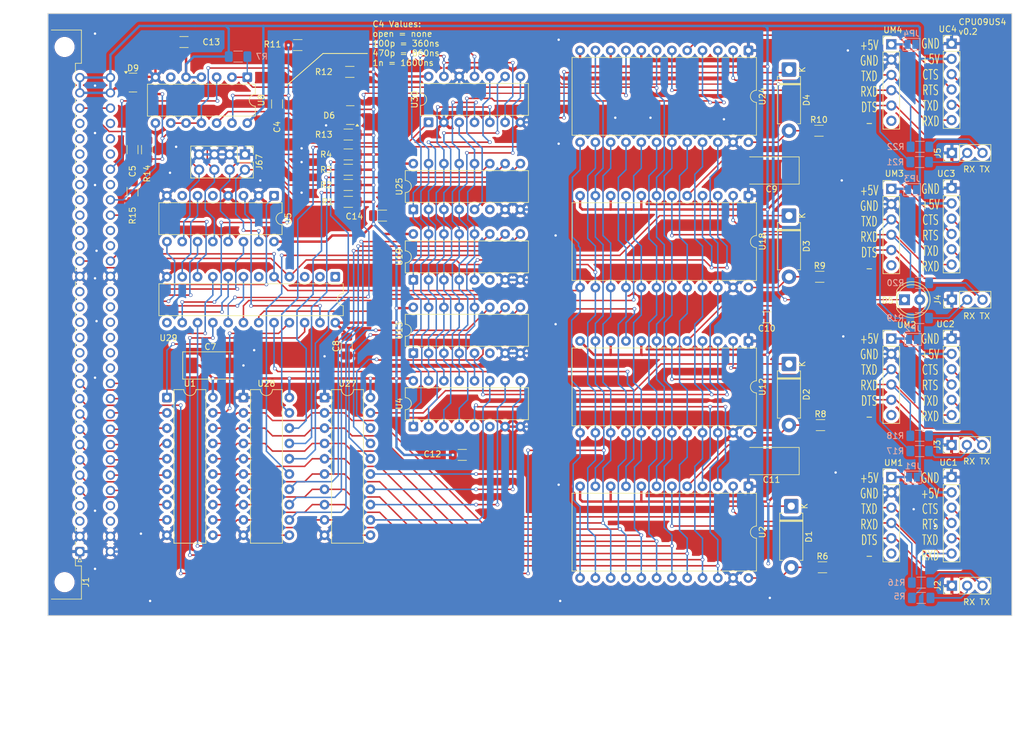
<source format=kicad_pcb>
(kicad_pcb (version 20241229) (generator "pcbnew") (generator_version "9.0")
  (layers (0 "F.Cu" signal) (2 "B.Cu" signal) (13 "F.Paste" user) (15 "B.Paste" user) (5 "F.SilkS" user "F.Silkscreen") (7 "B.SilkS" user "B.Silkscreen") (1 "F.Mask" user) (3 "B.Mask" user) (25 "Edge.Cuts" user))
  (net 0 "")
  (net 1 "GND")
  (net 2 "/~{MRDY}")
  (net 3 "/BA1")
  (net 4 "/BD1")
  (net 5 "/BD5")
  (net 6 "/BD4")
  (net 7 "/BA15")
  (net 8 "/BA2")
  (net 10 "/BD3")
  (net 11 "/BA13")
  (net 12 "/RBAUD")
  (net 13 "+5V")
  (net 14 "/BA5")
  (net 15 "/~{B_IRQ}")
  (net 16 "/BA9")
  (net 17 "/BA16")
  (net 18 "/BA18")
  (net 19 "/BA11")
  (net 20 "/DIV5")
  (net 21 "/BA10")
  (net 22 "/B_E")
  (net 23 "/~{EXT}")
  (net 25 "/BA8")
  (net 26 "/BA3")
  (net 27 "/B_Q")
  (net 28 "/DIV4")
  (net 29 "/~{B_RES}")
  (net 30 "/B_BA")
  (net 31 "/BA7")
  (net 32 "/BD2")
  (net 34 "/BD6")
  (net 35 "/~{B_NMI}")
  (net 36 "/BA17")
  (net 37 "/~{B_VMA}")
  (net 38 "/BD0")
  (net 39 "/DIV3")
  (net 40 "/DIV7")
  (net 41 "/BA4")
  (net 42 "/BA14")
  (net 43 "/BA6")
  (net 44 "/BD7")
  (net 46 "/BA19")
  (net 48 "/SAFCLK")
  (net 49 "/DIV6")
  (net 50 "/~{B_HLT}")
  (net 53 "/BA0")
  (net 54 "/BA12")
  (net 55 "/~{B_RW}")
  (net 56 "Net-(D1-A)")
  (net 57 "/1_H")
  (net 58 "/2_H")
  (net 59 "Net-(D2-A)")
  (net 60 "/3_H")
  (net 61 "Net-(D3-A)")
  (net 62 "Net-(D4-A)")
  (net 63 "/4_H")
  (net 64 "Net-(D5-K)")
  (net 65 "/~{IOSEL}")
  (net 66 "/~{B_MRDY}")
  (net 67 "Net-(J2-Pin_3)")
  (net 68 "/ID2")
  (net 69 "Net-(J2-Pin_2)")
  (net 70 "Net-(J3-Pin_3)")
  (net 71 "Net-(J3-Pin_2)")
  (net 72 "Net-(J4-Pin_2)")
  (net 73 "Net-(J4-Pin_3)")
  (net 74 "Net-(J5-Pin_3)")
  (net 75 "Net-(J5-Pin_2)")
  (net 76 "/ID6")
  (net 77 "Net-(J67-Pin_8)")
  (net 78 "Net-(J67-Pin_6)")
  (net 79 "/ID1")
  (net 80 "Net-(J67-Pin_4)")
  (net 81 "/ID4")
  (net 82 "Net-(J67-Pin_2)")
  (net 83 "/TX0")
  (net 84 "/DT0")
  (net 85 "/ID7")
  (net 86 "/~{IRQ}")
  (net 87 "/DT1")
  (net 88 "Net-(R12-Pad2)")
  (net 89 "/ID0")
  (net 90 "/RX0")
  (net 91 "/ID3")
  (net 92 "/TX1")
  (net 93 "/ID5")
  (net 94 "/RX1")
  (net 95 "/TX2")
  (net 96 "/RX2")
  (net 97 "/TX3")
  (net 98 "/RX3")
  (net 99 "Net-(U2-RXClk)")
  (net 100 "/~{CE_A1}")
  (net 101 "/~{DBEN}")
  (net 102 "/BRDSEL")
  (net 103 "/IOSEL")
  (net 104 "/1_2")
  (net 105 "/1k2")
  (net 106 "/DBDIR")
  (net 107 "/0k6")
  (net 108 "/2k4")
  (net 109 "/38k4")
  (net 110 "/1_0")
  (net 111 "/9k6")
  (net 112 "/19k2")
  (net 114 "/0k3")
  (net 115 "/1_1")
  (net 116 "/4k8")
  (net 117 "/~{CE_A2}")
  (net 118 "Net-(U12-RXClk)")
  (net 119 "Net-(U18-RXClk)")
  (net 120 "/~{CE_A3}")
  (net 121 "Net-(U24-RXClk)")
  (net 122 "/~{CE_A4}")
  (net 123 "/2_1")
  (net 124 "/2_0")
  (net 125 "/U27_CLK")
  (net 126 "/2_2")
  (net 127 "/U28_CLK")
  (net 128 "/3_2")
  (net 129 "/3_0")
  (net 130 "/4_2")
  (net 131 "/4_0")
  (net 132 "/3_1")
  (net 133 "/4_1")
  (net 139 "/DT2")
  (net 140 "/DT3")
  (net 151 "Net-(C4-Pad1)")
  (net 153 "/RT0")
  (net 154 "/RT1")
  (net 155 "/RT2")
  (net 156 "/RT3")
  (net 157 "Net-(JP1-B)")
  (net 158 "Net-(JP2-B)")
  (net 159 "Net-(JP3-B)")
  (net 160 "Net-(JP4-B)")
  (footprint "Package_DIP:DIP-24_W15.24mm" (layer "F.Cu") (at 176.276 104.394 -90)
    (property "Reference" "U12")
    (property "Value" "6850_DIL24")
  )
  (footprint "Capacitor_SMD:C_1206_3216Metric_Pad1.33x1.80mm_HandSolder" (layer "F.Cu") (at 115.5315 83.566)
    (property "Reference" "C14")
    (property "Value" "100n")
  )
  (footprint "Capacitor_Tantalum_SMD:CP_EIA-7343-31_Kemet-D_HandSolder" (layer "F.Cu") (at 180.1185 124.333 180)
    (property "Reference" "C11")
    (property "Value" "10u")
  )
  (footprint "Resistor_SMD:R_1206_3216Metric_Pad1.30x1.75mm_HandSolder" (layer "F.Cu") (at 109.855 70.104 180)
    (property "Reference" "R13")
    (property "Value" "10k")
  )
  (footprint "Package_DIP:DIP-16_W7.62mm" (layer "F.Cu") (at 120.65 82.55 90)
    (property "Reference" "U25")
    (property "Value" "74LS151")
  )
  (footprint "Package_DIP:DIP-20_W7.62mm" (layer "F.Cu") (at 79.756 113.792)
    (property "Reference" "U1")
    (property "Value" "74HC245")
  )
  (footprint "Resistor_SMD:R_1206_3216Metric_Pad1.30x1.75mm_HandSolder" (layer "F.Cu") (at 109.855 73.406 180)
    (property "Reference" "R4")
    (property "Value" "47k")
  )
  (footprint "Connector_PinHeader_2.54mm:PinHeader_1x06_P2.54mm_Vertical" (layer "F.Cu") (at 200 79.121)
    (property "Reference" "UM3")
    (property "Value" "USB")
  )
  (footprint "Package_DIP:DIP-24_W15.24mm" (layer "F.Cu") (at 176.276 80.264 -90)
    (property "Reference" "U18")
    (property "Value" "6850_DIL24")
  )
  (footprint "Connector_PinHeader_2.54mm:PinHeader_1x06_P2.54mm_Vertical" (layer "F.Cu") (at 210 127)
    (property "Reference" "UC1")
    (property "Value" "Conn_01x06")
  )
  (footprint "Diode_THT:D_DO-15_P10.16mm_Horizontal" (layer "F.Cu") (at 183.388 131.826 -90)
    (property "Reference" "D1")
    (property "Value" "BAT42")
  )
  (footprint "Resistor_SMD:R_1206_3216Metric_Pad1.30x1.75mm_HandSolder" (layer "F.Cu") (at 109.855 81.28 180)
    (property "Reference" "R1")
    (property "Value" "47k")
  )
  (footprint "Diode_THT:D_DO-15_P10.16mm_Horizontal" (layer "F.Cu") (at 183.007 83.566 -90)
    (property "Reference" "D3")
    (property "Value" "BAT42")
  )
  (footprint "Connector_PinHeader_2.54mm:PinHeader_1x06_P2.54mm_Vertical" (layer "F.Cu") (at 200 104)
    (property "Reference" "UM2")
    (property "Value" "USB")
  )
  (footprint "Resistor_SMD:R_1206_3216Metric_Pad1.30x1.75mm_HandSolder" (layer "F.Cu") (at 109.855 78.486 180)
    (property "Reference" "R2")
    (property "Value" "47k")
  )
  (footprint "Capacitor_SMD:C_1206_3216Metric_Pad1.33x1.80mm_HandSolder" (layer "F.Cu") (at 98.044 65.024 90)
    (property "Reference" "C4")
    (property "Value" "C-M")
  )
  (footprint "Package_TO_SOT_SMD:SOT-23" (layer "F.Cu") (at 74.1195 61.468)
    (property "Reference" "D9")
    (property "Value" "BAS40-04")
  )
  (footprint "Connector_PinHeader_2.54mm:PinHeader_1x06_P2.54mm_Vertical" (layer "F.Cu") (at 210 55)
    (property "Reference" "UC4")
    (property "Value" "Conn_01x06")
  )
  (footprint "Capacitor_SMD:C_1206_3216Metric_Pad1.33x1.80mm_HandSolder" (layer "F.Cu") (at 109.601 105.2445 -90)
    (property "Reference" "C8")
    (property "Value" "100n")
  )
  (footprint "Package_DIP:DIP-16_W7.62mm" (layer "F.Cu") (at 120.65 94.234 90)
    (property "Reference" "U19")
    (property "Value" "74LS151")
  )
  (footprint "Capacitor_SMD:C_1206_3216Metric_Pad1.33x1.80mm_HandSolder" (layer "F.Cu") (at 74.041 72.6055 -90)
    (property "Reference" "C5")
    (property "Value" "470p")
  )
  (footprint "Resistor_SMD:R_1206_3216Metric_Pad1.30x1.75mm_HandSolder" (layer "F.Cu") (at 110.109 59.69 180)
    (property "Reference" "R12")
    (property "Value" "47k")
  )
  (footprint "Capacitor_SMD:C_1206_3216Metric_Pad1.33x1.80mm_HandSolder" (layer "F.Cu") (at 179.324 100.457 180)
    (property "Reference" "C10")
    (property "Value" "100n")
  )
  (footprint "Connector_PinHeader_2.54mm:PinHeader_1x03_P2.54mm_Vertical" (layer "F.Cu") (at 210.058 97.536 90)
    (property "Reference" "J4")
    (property "Value" "Conn_01x03")
  )
  (footprint "Resistor_SMD:R_1206_3216Metric_Pad1.30x1.75mm_HandSolder" (layer "F.Cu") (at 187.986 69.469)
    (property "Reference" "R10")
    (property "Value" "10k")
  )
  (footprint "Package_DIP:DIP-24_W7.62mm" (layer "F.Cu") (at 107.696 93.726 -90)
    (property "Reference" "U29")
    (property "Value" "GAL22V10")
  )
  (footprint "Resistor_SMD:R_1206_3216Metric_Pad1.30x1.75mm_HandSolder" (layer "F.Cu") (at 188.113 93.726)
    (property "Reference" "R9")
    (property "Value" "10k")
  )
  (footprint "Diode_THT:D_DO-15_P10.16mm_Horizontal" (layer "F.Cu") (at 183.007 59.309 -90)
    (property "Reference" "D4")
    (property "Value" "BAT42")
  )
  (footprint "Connector_PinHeader_2.54mm:PinHeader_1x03_P2.54mm_Vertical" (layer "F.Cu") (at 210 121.666 90)
    (property "Reference" "J3")
    (property "Value" "Conn_01x03")
  )
  (footprint "Capacitor_Tantalum_SMD:CP_EIA-7343-31_Kemet-D_HandSolder" (layer "F.Cu") (at 86.9625 108.458)
    (property "Reference" "C7")
    (property "Value" "10u")
  )
  (footprint "Diode_THT:D_DO-15_P10.16mm_Horizontal" (layer "F.Cu") (at 183.007 108.204 -90)
    (property "Reference" "D2")
    (property "Value" "BAT42")
  )
  (footprint "Resistor_SMD:R_1206_3216Metric_Pad1.30x1.75mm_HandSolder" (layer "F.Cu") (at 101.473 55.245 180)
    (property "Reference" "R11")
    (property "Value" "820E")
  )
  (footprint "Resistor_SMD:R_1206_3216Metric_Pad1.30x1.75mm_HandSolder" (layer "F.Cu") (at 188.569 141.986)
    (property "Reference" "R6")
    (property "Value" "10k")
  )
  (footprint "Connector_DIN:DIN41612_C_2x32_Male_Horizontal_THT" (layer "F.Cu") (at 65.3 139.373 90)
    (property "Reference" "J1")
    (property "Value" "BUS")
  )
  (footprint "Package_DIP:DIP-20_W7.62mm" (layer "F.Cu") (at 105.918 113.792)
    (property "Reference" "U27")
    (property "Value" "74HC574")
  )
  (footprint "Resistor_SMD:R_1206_3216Metric_Pad1.30x1.75mm_HandSolder" (layer "F.Cu") (at 74.041 79.603 -90)
    (property "Reference" "R15")
    (property "Value" "1M")
  )
  (footprint "Package_DIP:DIP-24_W15.24mm" (layer "F.Cu") (at 176.276 128.524 -90)
    (property "Reference" "U2")
    (property "Value" "6850_DIL24")
  )
  (footprint "Package_DIP:DIP-16_W7.62mm" (layer "F.Cu") (at 97.536 80.264 -90)
    (property "Reference" "U5")
    (property "Value" "74LS85")
  )
  (footprint "Connector_PinHeader_2.54mm:PinHeader_2x04_P2.54mm_Vertical" (layer "F.Cu") (at 92.71 73.401 -90)
    (property "Reference" "J67")
    (property "Value" "Conn_02x04_Odd_Even")
  )
  (footprint "Resistor_SMD:R_1206_3216Metric_Pad1.30x1.75mm_HandSolder" (layer "F.Cu") (at 76.454 72.618 -90)
    (property "Reference" "R14")
    (property "Value" "560E")
  )
  (footprint "Connector_PinHeader_2.54mm:PinHeader_1x03_P2.54mm_Vertical" (layer "F.Cu") (at 210.058 73.152 90)
    (property "Reference" "J5")
    (property "Value" "Conn_01x03")
  )
  (footprint "Package_DIP:DIP-20_W7.62mm" (layer "F.Cu") (at 92.456 113.792)
    (property "Reference" "U28")
    (property "Value" "74HC574")
  )
  (footprint "Package_DIP:DIP-24_W15.24mm" (layer "F.Cu") (at 176.276 56.134 -90)
    (property "Reference" "U24")
    (property "Value" "6850_DIL24")
  )
  (footprint "LED_THT:LED_D5.0mm" (layer "F.Cu") (at 202.184 97.536)
    (property "Reference" "D5")
    (property "Value" "RED")
  )
  (footprint "Package_TO_SOT_SMD:SOT-23" (layer "F.Cu") (at 110.1875 66.868 180)
    (property "Reference" "D6")
    (property "Value" "BAS40-04")
  )
  (footprint "Package_DIP:DIP-14_W7.62mm" (layer "F.Cu") (at 93.091 60.579 -90)
    (property "Reference" "U8")
    (property "Value" "74LS125")
  )
  (footprint "Capacitor_SMD:C_1206_3216Metric_Pad1.33x1.80mm_HandSolder" (layer "F.Cu") (at 82.5885 54.737 180)
    (property "Reference" "C13")
    (property "Value" "100n")
  )
  (footprint "Package_DIP:DIP-14_W7.62mm" (layer "F.Cu") (at 123.19 68.072 90)
    (property "Reference" "U30")
    (property "Value" "74HC393")
  )
  (footprint "Connector_PinHeader_2.54mm:PinHeader_1x03_P2.54mm_Vertical" (layer "F.Cu") (at 210.058 145.034 90)
    (property "Reference" "J2")
    (property "Value" "Conn_01x03")
  )
  (footprint "Capacitor_SMD:C_1206_3216Metric_Pad1.33x1.80mm_HandSolder" (layer "F.Cu") (at 128.778 123.317)
    (property "Reference" "C12")
    (property "Value" "100n")
  )
  (footprint "Package_DIP:DIP-16_W7.62mm" (layer "F.Cu") (at 120.65 118.618 90)
    (property "Reference" "U4")
    (property "Value" "74LS151")
  )
  (footprint "Resistor_SMD:R_1206_3216Metric_Pad1.30x1.75mm_HandSolder" (layer "F.Cu") (at 109.855 75.946 180)
    (property "Reference" "R3")
    (property "Value" "47k")
  )
  (footprint "Connector_PinHeader_2.54mm:PinHeader_1x06_P2.54mm_Vertical" (layer "F.Cu") (at 200 127)
    (property "Reference" "UM1")
    (property "Value" "USB")
  )
  (footprint "Package_DIP:DIP-16_W7.62mm" (layer "F.Cu") (at 120.65 106.426 90)
    (property "Reference" "U13")
    (property "Value" "74LS151")
  )
  (footprint "Capacitor_Tantalum_SMD:CP_EIA-7343-31_Kemet-D_HandSolder" (layer "F.Cu") (at 180.1185 76.073 180)
    (property "Reference" "C9")
    (property "Value" "10u")
  )
  (footprint "Connector_PinHeader_2.54mm:PinHeader_1x06_P2.54mm_Vertical" (layer "F.Cu") (at 210 79)
    (property "Reference" "UC3")
    (property "Value" "Conn_01x06")
  )
  (footprint "Resistor_SMD:R_1206_3216Metric_Pad1.30x1.75mm_HandSolder" (layer "F.Cu") (at 188.24 118.364)
    (property "Reference" "R8")
    (property "Value" "10k")
  )
  (footprint "Connector_PinHeader_2.54mm:PinHeader_1x06_P2.54mm_Vertical" (layer "F.Cu") (at 200 55.118)
    (property "Reference" "UM4")
    (property "Value" "USB")
  )
  (footprint "Connector_PinHeader_2.54mm:PinHeader_1x06_P2.54mm_Vertical" (layer "F.Cu") (at 210 104)
    (property "Reference" "UC2")
    (property "Value" "Conn_01x06")
  )
  (footprint "Resistor_SMD:R_1206_3216Metric_Pad1.30x1.75mm_HandSolder" (layer "B.Cu") (at 204.698 120.142)
    (property "Reference" "R18")
    (property "Value" "1k")
  )
  (footprint "Resistor_SMD:R_1206_3216Metric_Pad1.30x1.75mm_HandSolder" (layer "B.Cu") (at 204.698 74.676)
    (property "Reference" "R21")
    (property "Value" "1k")
  )
  (footprint "Jumper:SolderJumper-2_P1.3mm_Open_Pad1.0x1.5mm" (layer "B.Cu") (at 203.596 104.14 180)
    (property "Reference" "JP2")
    (property "Value" "USBVCC")
  )
  (footprint "Jumper:SolderJumper-2_P1.3mm_Open_Pad1.0x1.5mm" (layer "B.Cu") (at 203.342 55.118 180)
    (property "Reference" "JP4")
    (property "Value" "USBVCC")
  )
  (footprint "Resistor_SMD:R_1206_3216Metric_Pad1.30x1.75mm_HandSolder" (layer "B.Cu") (at 204.724 94.742)
    (property "Reference" "R20")
    (property "Value" "1k")
  )
  (footprint "Resistor_SMD:R_1206_3216Metric_Pad1.30x1.75mm_HandSolder" (layer "B.Cu") (at 204.698 100.584)
    (property "Reference" "R19")
    (property "Value" "1k")
  )
  (footprint "Resistor_SMD:R_1206_3216Metric_Pad1.30x1.75mm_HandSolder" (layer "B.Cu") (at 91.567 57.15)
    (property "Reference" "R7")
    (property "Value" "10k")
  )
  (footprint "Resistor_SMD:R_1206_3216Metric_Pad1.30x1.75mm_HandSolder" (layer "B.Cu") (at 204.75 72.136)
    (property "Reference" "R22")
    (property "Value" "1k")
  )
  (footprint "Resistor_SMD:R_1206_3216Metric_Pad1.30x1.75mm_HandSolder" (layer "B.Cu") (at 204.952 144.526)
    (property "Reference" "R16")
    (property "Value" "1k")
  )
  (footprint "Jumper:SolderJumper-2_P1.3mm_Open_Pad1.0x1.5mm" (layer "B.Cu") (at 203.454 79.248 180)
    (property "Reference" "JP3")
    (property "Value" "USBVCC")
  )
  (footprint "Jumper:SolderJumper-2_P1.3mm_Open_Pad1.0x1.5mm" (layer "B.Cu") (at 203.596 127 180)
    (property "Reference" "JP1")
    (property "Value" "USBVCC")
  )
  (footprint "Resistor_SMD:R_1206_3216Metric_Pad1.30x1.75mm_HandSolder" (layer "B.Cu") (at 204.698 122.682)
    (property "Reference" "R17")
    (property "Value" "1k")
  )
  (footprint "Resistor_SMD:R_1206_3216Metric_Pad1.30x1.75mm_HandSolder" (layer "B.Cu") (at 204.952 147.066)
    (property "Reference" "R5")
    (property "Value" "1k")
  )
  (gr_line (start 99.568 61.976) (end 105.664 56.642) (stroke (width 0.15)) (layer "F.SilkS"))
  (gr_line (start 105.664 56.642) (end 113.03 56.642) (stroke (width 0.15)) (layer "F.SilkS"))
  (gr_rect (start 60 50) (end 220 150) (stroke (width 0.15)) (fill no) (layer "Edge.Cuts"))
  (gr_text "GND\n+5V\nCTS\nRTS\nTXD\nRXD" (at 206.502 68.834 0) (layer "F.SilkS") (effects (font (size 1.6 1)) (justify bottom)))
  (gr_text "RX TX" (at 211.836 148.336 0) (layer "F.SilkS") (effects (font (size 1 1)) (justify left bottom)))
  (gr_text "GND\n+5V\nCTS\nRTS\nTXD\nRXD" (at 206.502 92.964 0) (layer "F.SilkS") (effects (font (size 1.6 1)) (justify bottom)))
  (gr_text "GND\n+5V\nCTS\nRTS\nTXD\nRXD" (at 206.444 117.856 0) (layer "F.SilkS") (effects (font (size 1.6 1)) (justify bottom)))
  (gr_text "CPU09US4\nv0.2" (at 211.074 53.594 0) (layer "F.SilkS") (effects (font (size 1 1)) (justify left bottom)))
  (gr_text "GND\n+5V\nCTS\nRTS\nTXD\nRXD" (at 206.444 140.97 0) (layer "F.SilkS") (effects (font (size 1.6 1)) (justify bottom)))
  (gr_text "RX TX" (at 211.836 100.838 0) (layer "F.SilkS") (effects (font (size 1 1)) (justify left bottom)))
  (gr_text "+5V\nGND\nTXD\nRXD\nDTS\n-" (at 196.342 69.088 0) (layer "F.SilkS") (effects (font (size 1.6 1)) (justify bottom)))
  (gr_text "+5V\nGND\nTXD\nRXD\nDTS\n-" (at 196.342 117.856 0) (layer "F.SilkS") (effects (font (size 1.6 1)) (justify bottom)))
  (gr_text "+5V\nGND\nTXD\nRXD\nDTS\n-" (at 196.342 93.218 0) (layer "F.SilkS") (effects (font (size 1.6 1)) (justify bottom)))
  (gr_text "+5V\nGND\nTXD\nRXD\nDTS\n-" (at 196.342 140.97 0) (layer "F.SilkS") (effects (font (size 1.6 1)) (justify bottom)))
  (gr_text "C4 Values:\nopen = none\n100p = 360ns\n470p = 860ns\n1n = 1600ns" (at 113.792 58.78 0) (layer "F.SilkS") (effects (font (size 1 1)) (justify left bottom)))
  (gr_text "RX TX" (at 211.836 124.968 0) (layer "F.SilkS") (effects (font (size 1 1)) (justify left bottom)))
  (gr_text "RX TX" (at 211.836 76.454 0) (layer "F.SilkS") (effects (font (size 1 1)) (justify left bottom)))
  (segment (start 217.932 76.2) (end 211.074 76.2) (width 0.4) (layer "F.Cu") (net 1))
  (segment (start 217.932 100.584) (end 210.82 100.584) (width 0.4) (layer "F.Cu") (net 1))
  (segment (start 210 123.894) (end 210 121.666) (width 0.4) (layer "F.Cu") (net 1))
  (segment (start 210 73.21) (end 210.058 73.152) (width 0.4) (layer "F.Cu") (net 1))
  (segment (start 210 97.594) (end 210.058 97.536) (width 0.4) (layer "F.Cu") (net 1))
  (segment (start 176.276 124.968) (end 176.911 124.333) (width 0.4) (layer "F.Cu") (net 1))
  (segment (start 106.045 106.807) (end 105.918 106.934) (width 0.4) (layer "F.Cu") (net 1))
  (segment (start 210.566 124.46) (end 210 123.894) (width 0.4) (layer "F.Cu") (net 1))
  (segment (start 77.851 60.579) (end 77.851 57.912) (width 0.4) (layer "F.Cu") (net 1))
  (segment (start 90.17 108.458) (end 92.456 108.458) (width 0.4) (layer "F.Cu") (net 1))
  (segment (start 74.041 81.153) (end 78.867 81.153) (width 0.25) (layer "F.Cu") (net 1))
  (segment (start 109.601 106.807) (end 106.045 106.807) (width 0.4) (layer "F.Cu") (net 1))
  (segment (start 97.663 106.934) (end 105.918 106.934) (width 0.4) (layer "F.Cu") (net 1))
  (segment (start 135.89 118.618) (end 138.43 118.618) (width 0.4) (layer "F.Cu") (net 1))
  (segment (start 78.867 81.153) (end 79.756 80.264) (width 0.25) (layer "F.Cu") (net 1))
  (segment (start 73.182 60.518) (end 77.79 60.518) (width 0.4) (layer "F.Cu") (net 1))
  (segment (start 211.328 148.336) (end 181.102 148.336) (width 0.4) (layer "F.Cu") (net 1))
  (segment (start 176.276 128.524) (end 176.276 124.968) (width 0.4) (layer "F.Cu") (net 1))
  (segment (start 210.058 99.822) (end 210.058 97.536) (width 0.4) (layer "F.Cu") (net 1))
  (segment (start 217.932 124.46) (end 210.566 124.46) (width 0.4) (layer "F.Cu") (net 1))
  (segment (start 217.932 100.584) (end 217.932 124.46) (width 0.4) (layer "F.Cu") (net 1))
  (segment (start 210.058 75.184) (end 210.058 73.152) (width 0.4) (layer "F.Cu") (net 1))
  (segment (start 216.544 55) (end 217.932 56.388) (width 0.4) (layer "F.Cu") (net 1))
  (segment (start 211.074 76.2) (end 210.058 75.184) (width 0.4) (layer "F.Cu") (net 1))
  (segment (start 210.82 100.584) (end 210.058 99.822) (width 0.4) (layer "F.Cu") (net 1))
  (segment (start 210.058 147.066) (end 210.058 145.034) (width 0.4) (layer "F.Cu") (net 1))
  (segment (start 77.851 57.912) (end 81.026 54.737) (width 0.4) (layer "F.Cu") (net 1))
  (segment (start 77.79 60.518) (end 77.851 60.579) (width 0.4) (layer "F.Cu") (net 1))
  (segment (start 217.932 76.2) (end 217.932 100.584) (width 0.4) (layer "F.Cu") (net 1))
  (segment (start 216.408 148.336) (end 211.328 148.336) (width 0.4) (layer "F.Cu") (net 1))
  (segment (start 176.276 76.708) (end 176.911 76.073) (width 0.4) (layer "F.Cu") (net 1))
  (segment (start 210 79) (end 210 73.21) (width 0.4) (layer "F.Cu") (net 1))
  (segment (start 217.932 146.812) (end 216.408 148.336) (width 0.4) (layer "F.Cu") (net 1))
  (segment (start 211.328 148.336) (end 210.058 147.066) (width 0.4) (layer "F.Cu") (net 1))
  (segment (start 96.139 108.458) (end 97.663 106.934) (width 0.4) (layer "F.Cu") (net 1))
  (segment (start 217.932 56.388) (end 217.932 76.2) (width 0.4) (layer "F.Cu") (net 1))
  (segment (start 210 104) (end 210 97.594) (width 0.4) (layer "F.Cu") (net 1))
  (segment (start 217.932 124.46) (end 217.932 146.812) (width 0.4) (layer "F.Cu") (net 1))
  (segment (start 176.276 80.264) (end 176.276 76.708) (width 0.4) (layer "F.Cu") (net 1))
  (segment (start 210 127) (end 210 121.666) (width 0.4) (layer "F.Cu") (net 1))
  (segment (start 92.456 108.458) (end 96.139 108.458) (width 0.4) (layer "F.Cu") (net 1))
  (segment (start 181.102 148.336) (end 179.832 147.066) (width 0.4) (layer "F.Cu") (net 1))
  (segment (start 210 55) (end 216.544 55) (width 0.4) (layer "F.Cu") (net 1))
  (via (at 81.28 72.136) (size 0.6) (drill 0.4) (layers "F.Cu" "B.Cu") (net 1))
  (via (at 68.072 89.408) (size 0.6) (drill 0.4) (layers "F.Cu" "B.Cu") (net 1))
  (via (at 190.754 126.238) (size 0.6) (drill 0.4) (layers "F.Cu" "B.Cu") (net 1))
  (via (at 67.818 53.34) (size 0.6) (drill 0.4) (layers "F.Cu" "B.Cu") (net 1))
  (via (at 102.108 74.676) (size 0.6) (drill 0.4) (layers "F.Cu" "B.Cu") (net 1))
  (via (at 144.78 128.27) (size 0.6) (drill 0.4) (layers "F.Cu" "B.Cu") (net 1))
  (via (at 192.786 56.134) (size 0.6) (drill 0.4) (layers "F.Cu" "B.Cu") (net 1))
  (via (at 106.172 68.58) (size 0.6) (drill 0.4) (layers "F.Cu" "B.Cu") (net 1))
  (via (at 203.708 132.334) (size 0.6) (drill 0.4) (layers "F.Cu" "B.Cu") (net 1))
  (via (at 94.234 105.918) (size 0.6) (drill 0.4) (layers "F.Cu" "B.Cu") (net 1))
  (via (at 154.178 67.31) (size 0.6) (drill 0.4) (layers "F.Cu" "B.Cu") (net 1))
  (via (at 191.77 77.724) (size 0.6) (drill 0.4) (layers "F.Cu" "B.Cu") (net 1))
  (via (at 67.818 78.486) (size 0.6) (drill 0.4) (layers "F.Cu" "B.Cu") (net 1))
  (via (at 68.072 101.092) (size 0.6) (drill 0.4) (layers "F.Cu" "B.Cu") (net 1))
  (via (at 172.212 67.564) (size 0.6) (drill 0.4) (layers "F.Cu" "B.Cu") (net 1))
  (via (at 67.818 93.98) (size 0.6) (drill 0.4) (layers "F.Cu" "B.Cu") (net 1))
  (via (at 67.818 61.976) (size 0.6) (drill 0.4) (layers "F.Cu" "B.Cu") (net 1))
  (via (at 144.78 54.356) (size 0.6) (drill 0.4) (layers "F.Cu" "B.Cu") (net 1))
  (via (at 192.024 103.632) (size 0.6) (drill 0.4) (layers "F.Cu" "B.Cu") (net 1))
  (via (at 144.78 71.628) (size 0.6) (drill 0.4) (layers "F.Cu" "B.Cu") (net 1))
  (via (at 144.272 101.6) (size 0.6) (drill 0.4) (layers "F.Cu" "B.Cu") (net 1))
  (via (at 67.818 132.588) (size 0.6) (drill 0.4) (layers "F.Cu" "B.Cu") (net 1))
  (via (at 95.25 77.724) (size 0.6) (drill 0.4) (layers "F.Cu" "B.Cu") (net 1))
  (via (at 67.818 142.24) (size 0.6) (drill 0.4) (layers "F.Cu" "B.Cu") (net 1))
  (via (at 102.108 79.756) (size 0.6) (drill 0.4) (layers "F.Cu" "B.Cu") (net 1))
  (via (at 75.438 136.398) (size 0.6) (drill 0.4) (layers "F.Cu" "B.Cu") (net 1))
  (via (at 145.034 147.574) (size 0.6) (drill 0.4) (layers "F.Cu" "B.Cu") (net 1))
  (via (at 102.108 72.39) (size 0.6) (drill 0.4) (layers "F.Cu" "B.Cu") (net 1))
  (via (at 179.832 147.066) (size 0.6) (drill 0.4) (layers "F.Cu" "B.Cu") (net 1))
  (via (at 67.818 110.49) (size 0.6) (drill 0.4) (layers "F.Cu" "B.Cu") (net 1))
  (via (at 160.02 67.31) (size 0.6) (drill 0.4) (layers "F.Cu" "B.Cu") (net 1))
  (via (at 207.264 135.128) (size 0.6) (drill 0.4) (layers "F.Cu" "B.Cu") (net 1))
  (via (at 67.818 69.85) (size 0.6) (drill 0.4) (layers "F.Cu" "B.Cu") (net 1))
  (via (at 76.962 147.574) (size 0.6) (drill 0.4) (layers "F.Cu" "B.Cu") (net 1))
  (via (at 92.456 108.458) (size 0.6) (drill 0.4) (layers "F.Cu" "B.Cu") (net 1))
  (via (at 105.918 106.934) (size 0.6) (drill 0.4) (layers "F.Cu" "B.Cu") (net 1))
  (via (at 144.272 86.868) (size 0.6) (drill 0.4) (layers "F.Cu" "B.Cu") (net 1))
  (via (at 80.264 76.454) (size 0.6) (drill 0.4) (layers "F.Cu" "B.Cu") (net 1))
  (segment (start 197.104 145.034) (end 181.864 145.034) (width 0.4) (layer "B.Cu") (net 1))
  (segment (start 128.27 60.452) (end 128.27 61.595) (width 0.4) (layer "B.Cu") (net 1))
  (segment (start 138.43 94.234) (end 141.097 94.234) (width 0.4) (layer "B.Cu") (net 1))
  (segment (start 197.104 57.658) (end 200 57.658) (width 0.4) (layer "B.Cu") (net 1))
  (segment (start 197.104 145.034) (end 197.104 129.54) (width 0.4) (layer "B.Cu") (net 1))
  (segment (start 142.748 144.907) (end 142.748 120.015) (width 0.4) (layer "B.Cu") (net 1))
  (segment (start 142.748 95.885) (end 142.748 84.836) (width 0.4) (layer "B.Cu") (net 1))
  (segment (start 138.43 82.55) (end 140.462 82.55) (width 0.4) (layer "B.Cu") (net 1))
  (segment (start 85.09 73.401) (end 92.71 73.401) (width 0.4) (layer "B.Cu") (net 1))
  (segment (start 197.231 81.661) (end 197.104 81.534) (width 0.4) (layer "B.Cu") (net 1))
  (segment (start 138.43 106.426) (end 141.224 106.426) (width 0.4) (layer "B.Cu") (net 1))
  (segment (start 138.43 118.618) (end 141.351 118.618) (width 0.4) (layer "B.Cu") (net 1))
  (segment (start 142.748 120.015) (end 142.748 107.95) (width 0.4) (layer "B.Cu") (net 1))
  (segment (start 141.859 68.072) (end 138.43 68.072) (width 0.4) (layer "B.Cu") (net 1))
  (segment (start 141.351 146.304) (end 142.748 144.907) (width 0.4) (layer "B.Cu") (net 1))
  (segment (start 135.89 106.426) (end 138.43 106.426) (width 0.4) (layer "B.Cu") (net 1))
  (segment (start 82.677 146.304) (end 141.351 146.304) (width 0.4) (layer "B.Cu") (net 1))
  (segment (start 197.104 106.68) (end 197.104 81.534) (width 0.4) (layer "B.Cu") (net 1))
  (segment (start 200 81.661) (end 197.231 81.661) (width 0.4) (layer "B.Cu") (net 1))
  (segment (start 181.864 145.034) (end 179.832 147.066) (width 0.4) (layer "B.Cu") (net 1))
  (segment (start 75.746 139.373) (end 82.677 146.304) (width 0.4) (layer "B.Cu") (net 1))
  (segment (start 142.748 84.836) (end 142.748 68.961) (width 0.4) (layer "B.Cu") (net 1))
  (segment (start 105.918 113.792) (end 105.918 106.934) (width 0.4) (layer "B.Cu") (net 1))
  (segment (start 70.38 139.373) (end 75.746 139.373) (width 0.4) (layer "B.Cu") (net 1))
  (segment (start 197.104 81.534) (end 197.104 57.658) (width 0.4) (layer "B.Cu") (net 1))
  (segment (start 141.351 118.618) (end 142.748 120.015) (width 0.4) (layer "B.Cu") (net 1))
  (segment (start 135.89 94.234) (end 138.43 94.234) (width 0.4) (layer "B.Cu") (net 1))
  (segment (start 128.27 61.595) (end 125.73 64.135) (width 0.4) (layer "B.Cu") (net 1))
  (segment (start 142.748 107.95) (end 142.748 95.885) (width 0.4) (layer "B.Cu") (net 1))
  (segment (start 141.097 94.234) (end 142.748 95.885) (width 0.4) (layer "B.Cu") (net 1))
  (segment (start 92.456 108.458) (end 92.456 113.792) (width 0.4) (layer "B.Cu") (net 1))
  (segment (start 125.73 64.135) (end 125.73 68.072) (width 0.4) (layer "B.Cu") (net 1))
  (segment (start 200 106.54) (end 197.244 106.54) (width 0.4) (layer "B.Cu") (net 1))
  (segment (start 200 129.54) (end 197.104 129.54) (width 0.4) (layer "B.Cu") (net 1))
  (segment (start 197.104 129.54) (end 197.104 106.68) (width 0.4) (layer "B.Cu") (net 1))
  (segment (start 142.748 68.961) (end 141.859 68.072) (width 0.4) (layer "B.Cu") (net 1))
  (segment (start 140.462 82.55) (end 142.748 84.836) (width 0.4) (layer "B.Cu") (net 1))
  (segment (start 197.244 106.54) (end 197.104 106.68) (width 0.4) (layer "B.Cu") (net 1))
  (segment (start 141.224 106.426) (end 142.748 107.95) (width 0.4) (layer "B.Cu") (net 1))
  (segment (start 88.773 84.709) (end 99.695 84.709) (width 0.25) (layer "F.Cu") (net 2))
  (segment (start 98.044 63.4615) (end 98.2095 63.627) (width 0.25) (layer "F.Cu") (net 2))
  (segment (start 99.948998 63.627) (end 98.298 63.627) (width 0.25) (layer "F.Cu") (net 2))
  (segment (start 99.948998 63.627) (end 99.949 63.627) (width 0.2) (layer "F.Cu") (net 2))
  (segment (start 82.296 97.917) (end 87.63 97.917) (width 0.25) (layer "F.Cu") (net 2))
  (segment (start 98.2095 63.627) (end 98.298 63.627) (width 0.25) (layer "F.Cu") (net 2))
  (segment (start 90.678 63.627) (end 98.298 63.627) (width 0.25) (layer "F.Cu") (net 2))
  (via (at 82.296 97.917) (size 0.6) (drill 0.4) (layers "F.Cu" "B.Cu") (net 2))
  (via (at 99.923 55.244998) (size 0.6) (drill 0.4) (layers "F.Cu" "B.Cu") (net 2))
  (via (at 99.949 63.627) (size 0.6) (drill 0.4) (layers "F.Cu" "B.Cu") (net 2))
  (via (at 88.773 84.709) (size 0.6) (drill 0.4) (layers "F.Cu" "B.Cu") (net 2))
  (via (at 87.63 97.917) (size 0.6) (drill 0.4) (layers "F.Cu" "B.Cu") (net 2))
  (via (at 90.678 63.627) (size 0.6) (drill 0.4) (layers "F.Cu" "B.Cu") (net 2))
  (via (at 99.695 84.709) (size 0.6) (drill 0.4) (layers "F.Cu" "B.Cu") (net 2))
  (segment (start 99.949 84.455) (end 99.949 63.627) (width 0.25) (layer "B.Cu") (net 2))
  (segment (start 99.923 63.601) (end 99.923 55.244998) (width 0.25) (layer "B.Cu") (net 2))
  (segment (start 99.695 84.709) (end 99.949 84.455) (width 0.25) (layer "B.Cu") (net 2))
  (segment (start 82.296 101.346) (end 82.296 97.917) (width 0.25) (layer "B.Cu") (net 2))
  (segment (start 90.678 68.077) (end 90.678 63.627) (width 0.25) (layer "B.Cu") (net 2))
  (segment (start 99.949 63.627) (end 99.923 63.601) (width 0.25) (layer "B.Cu") (net 2))
  (segment (start 87.63 97.917) (end 88.773 96.774) (width 0.25) (layer "B.Cu") (net 2))
  (segment (start 88.773 96.774) (end 88.773 84.709) (width 0.25) (layer "B.Cu") (net 2))
  (segment (start 70.38 119.053) (end 71.701 119.053) (width 0.25) (layer "F.Cu") (net 3))
  (segment (start 72.136 118.618) (end 77.216 113.538) (width 0.25) (layer "F.Cu") (net 3))
  (segment (start 77.216 104.394) (end 77.216 103.632) (width 0.25) (layer "F.Cu") (net 3))
  (segment (start 77.216 103.632) (end 77.724 103.124) (width 0.25) (layer "F.Cu") (net 3))
  (segment (start 77.724 103.124) (end 86.106 103.124) (width 0.25) (layer "F.Cu") (net 3))
  (segment (start 71.701 119.053) (end 72.136 118.618) (width 0.25) (layer "F.Cu") (net 3))
  (segment (start 77.216 113.538) (end 77.216 104.394) (width 0.25) (layer "F.Cu") (net 3))
  (via (at 86.106 103.124) (size 0.6) (drill 0.4) (layers "F.Cu" "B.Cu") (net 3))
  (segment (start 86.106 98.044) (end 87.376 96.774) (width 0.25) (layer "B.Cu") (net 3))
  (segment (start 87.376 96.774) (end 87.376 93.726) (width 0.25) (layer "B.Cu") (net 3))
  (segment (start 86.106 103.124) (end 86.106 98.044) (width 0.25) (layer "B.Cu") (net 3))
  (segment (start 75.438 131.572) (end 79.756 131.572) (width 0.25) (layer "F.Cu") (net 4))
  (segment (start 73.079 129.213) (end 75.438 131.572) (width 0.25) (layer "F.Cu") (net 4))
  (segment (start 70.38 129.213) (end 73.079 129.213) (width 0.25) (layer "F.Cu") (net 4))
  (segment (start 78.994 121.412) (end 79.756 121.412) (width 0.25) (layer "F.Cu") (net 5))
  (segment (start 70.38 124.133) (end 76.273 124.133) (width 0.25) (layer "F.Cu") (net 5))
  (segment (start 76.273 124.133) (end 78.994 121.412) (width 0.25) (layer "F.Cu") (net 5))
  (segment (start 76.442 125.234) (end 77.724 123.952) (width 0.25) (layer "F.Cu") (net 6))
  (segment (start 66.401 125.234) (end 76.442 125.234) (width 0.25) (layer "F.Cu") (net 6))
  (segment (start 77.724 123.952) (end 79.756 123.952) (width 0.25) (layer "F.Cu") (net 6))
  (segment (start 65.3 124.133) (end 66.401 125.234) (width 0.25) (layer "F.Cu") (net 6))
  (segment (start 66.401 117.614) (end 71.87 117.614) (width 0.25) (layer "F.Cu") (net 8))
  (segment (start 76.708 99.568) (end 88.9 99.568) (width 0.25) (layer "F.Cu") (net 8))
  (segment (start 65.3 116.513) (end 66.401 117.614) (width 0.25) (layer "F.Cu") (net 8))
  (segment (start 76.2 100.076) (end 76.708 99.568) (width 0.25) (layer "F.Cu") (net 8))
  (segment (start 76.2 113.284) (end 76.2 100.076) (width 0.25) (layer "F.Cu") (net 8))
  (segment (start 71.87 117.614) (end 76.2 113.284) (width 0.25) (layer "F.Cu") (net 8))
  (via (at 88.9 99.568) (size 0.6) (drill 0.4) (layers "F.Cu" "B.Cu") (net 8))
  (segment (start 88.9 99.568) (end 88.9 98.044) (width 0.25) (layer "B.Cu") (net 8))
  (segment (start 88.9 98.044) (end 89.916 97.028) (width 0.25) (layer "B.Cu") (net 8))
  (segment (start 89.916 97.028) (end 89.916 93.726) (width 0.25) (layer "B.Cu") (net 8))
  (segment (start 79.575 126.673) (end 79.756 126.492) (width 0.25) (layer "F.Cu") (net 10))
  (segment (start 70.38 126.673) (end 79.575 126.673) (width 0.25) (layer "F.Cu") (net 10))
  (segment (start 70.16595 69.596) (end 71.628 69.596) (width 0.25) (layer "F.Cu") (net 12))
  (segment (start 71.628 69.596) (end 73.025 69.596) (width 0.25) (layer "F.Cu") (net 12))
  (segment (start 74.041 70.612) (end 74.041 71.043) (width 0.25) (layer "F.Cu") (net 12))
  (segment (start 67.818 65.713) (end 67.818 67.24805) (width 0.25) (layer "F.Cu") (net 12))
  (segment (start 74.041 71.043) (end 76.429 71.043) (width 0.25) (layer "F.Cu") (net 12))
  (segment (start 76.429 71.043) (end 76.454 71.068) (width 0.25) (layer "F.Cu") (net 12))
  (segment (start 73.025 69.596) (end 74.041 70.612) (width 0.25) (layer "F.Cu") (net 12))
  (segment (start 67.818 65.713) (end 70.38 65.713) (width 0.25) (layer "F.Cu") (net 12))
  (segment (start 67.818 67.24805) (end 70.16595 69.596) (width 0.25) (layer "F.Cu") (net 12))
  (segment (start 65.3 65.713) (end 67.818 65.713) (width 0.25) (layer "F.Cu") (net 12))
  (segment (start 153.416 131.064) (end 148.717 131.064) (width 0.4) (layer "F.Cu") (net 13))
  (segment (start 83.755 108.458) (end 85.217 108.458) (width 0.4) (layer "F.Cu") (net 13))
  (segment (start 150.622 106.68) (end 153.416 106.68) (width 0.4) (layer "F.Cu") (net 13))
  (segment (start 107.696 101.346) (end 117.729 101.346) (width 0.4) (layer "F.Cu") (net 13))
  (segment (start 153.416 56.134) (end 153.416 58.801) (width 0.4) (layer "F.Cu") (net 13))
  (segment (start 180.8865 100.457) (end 180.8865 105.2445) (width 0.4) (layer "F.Cu") (net 13))
  (segment (start 73.182 62.418) (end 71.135 62.418) (width 0.4) (layer "F.Cu") (net 13))
  (segment (start 183.326 127.316) (end 179.578 131.064) (width 0.4) (layer "F.Cu") (net 13))
  (segment (start 158.496 130.937) (end 158.623 131.064) (width 0.4) (layer "F.Cu") (net 13))
  (segment (start 117.856 98.933) (end 120.523 98.933) (width 0.4) (layer "F.Cu") (net 13))
  (segment (start 109.601 103.251) (end 107.696 101.346) (width 0.4) (layer "F.Cu") (net 13))
  (segment (start 114.046 78.486) (end 111.405 78.486) (width 0.4) (layer "F.Cu") (net 13))
  (segment (start 115.697 86.614) (end 114.046 84.963) (width 0.4) (layer "F.Cu") (net 13))
  (segment (start 158.623 106.68) (end 179.451 106.68) (width 0.4) (layer "F.Cu") (net 13))
  (segment (start 82.931 55.957) (end 84.151 54.737) (width 0.4) (layer "F.Cu") (net 13))
  (segment (start 158.496 80.264) (end 158.496 82.55) (width 0.4) (layer "F.Cu") (net 13))
  (segment (start 158.496 106.553) (end 158.623 106.68) (width 0.4) (layer "F.Cu") (net 13))
  (segment (start 183.326 78.675) (end 179.451 82.55) (width 0.4) (layer "F.Cu") (net 13))
  (segment (start 113.538 110.617) (end 100.076 110.617) (width 0.4) (layer "F.Cu") (net 13))
  (segment (start 106.172 87.884) (end 107.188 86.868) (width 0.4) (layer "F.Cu") (net 13))
  (segment (start 109.601 103.682) (end 109.601 103.251) (width 0.4) (layer "F.Cu") (net 13))
  (segment (start 148.336 58.039) (end 148.336 56.134) (width 0.4) (layer "F.Cu") (net 13))
  (segment (start 111.405 81.28) (end 114.046 81.28) (width 0.4) (layer "F.Cu") (net 13))
  (segment (start 148.717 82.55) (end 148.336 82.169) (width 0.4) (layer "F.Cu") (net 13))
  (segment (start 153.416 80.264) (end 153.416 82.55) (width 0.4) (layer "F.Cu") (net 13))
  (segment (start 179.451 58.801) (end 158.496 58.801) (width 0.4) (layer "F.Cu") (net 13))
  (segment (start 158.496 128.524) (end 158.496 130.937) (width 0.4) (layer "F.Cu") (net 13))
  (segment (start 120.65 74.93) (end 117.729 74.93) (width 0.4) (layer "F.Cu") (net 13))
  (segment (start 82.931 60.579) (end 82.931 55.957) (width 0.4) (layer "F.Cu") (net 13))
  (segment (start 117.729 74.93) (end 116.205 73.406) (width 0.4) (layer "F.Cu") (net 13))
  (segment (start 97.536 87.884) (end 106.172 87.884) (width 0.4) (layer "F.Cu") (net 13))
  (segment (start 85.217 108.458) (end 87.376 110.617) (width 0.4) (layer "F.Cu") (net 13))
  (segment (start 111.125 65.918) (end 114.041 65.918) (width 0.25) (layer "F.Cu") (net 13))
  (segment (start 179.578 131.064) (end 158.623 131.064) (width 0.4) (layer "F.Cu") (net 13))
  (segment (start 117.729 101.346) (end 117.856 101.219) (width 0.4) (layer "F.Cu") (net 13))
  (segment (start 107.188 86.868) (end 112.141 86.868) (width 0.4) (layer "F.Cu") (net 13))
  (segment (start 123.19 60.452) (end 114.808 60.452) (width 0.4) (layer "F.Cu") (net 13))
  (segment (start 100.076 110.617) (end 87.376 110.617) (width 0.4) (layer "F.Cu") (net 13))
  (segment (start 148.336 130.683) (end 148.336 128.524) (width 0.4) (layer "F.Cu") (net 13))
  (segment (start 183.326 124.333) (end 183.326 127.316) (width 0.4) (layer "F.Cu") (net 13))
  (segment (start 153.416 58.801) (end 149.098 58.801) (width 0.4) (layer "F.Cu") (net 13))
  (segment (start 179.451 82.55) (end 158.496 82.55) (width 0.4) (layer "F.Cu") (net 13))
  (segment (start 148.336 104.394) (end 150.622 106.68) (width 0.4) (layer "F.Cu") (net 13))
  (segment (start 153.416 104.394) (end 153.416 106.68) (width 0.4) (layer "F.Cu") (net 13))
  (segment (start 113.919 70.104) (end 114.046 70.231) (width 0.4) (layer "F.Cu") (net 13))
  (segment (start 114.046 84.963) (end 114.046 83.643) (width 0.4) (layer "F.Cu") (net 13))
  (segment (start 71.135 62.418) (end 70.38 63.173) (width 0.4) (layer "F.Cu") (net 13))
  (segment (start 120.269 110.617) (end 120.65 110.998) (width 0.4) (layer "F.Cu") (net 13))
  (segment (start 120.523 98.933) (end 120.65 98.806) (width 0.4) (layer "F.Cu") (net 13))
  (segment (start 114.046 75.946) (end 111.405 75.946) (width 0.4) (layer "F.Cu") (net 13))
  (segment (start 120.65 86.614) (end 115.697 86.614) (width 0.4) (layer "F.Cu") (net 13))
  (segment (start 153.416 82.55) (end 148.717 82.55) (width 0.4) (layer "F.Cu") (net 13))
  (segment (start 114.808 60.452) (end 114.046 59.69) (width 0.4) (layer "F.Cu") (net 13))
  (segment (start 158.623 131.064) (end 153.416 131.064) (width 0.4) (layer "F.Cu") (net 13))
  (segment (start 117.856 110.617) (end 113.538 110.617) (width 0.4) (layer "F.Cu") (net 13))
  (segment (start 117.856 110.617) (end 120.269 110.617) (width 0.4) (layer "F.Cu") (net 13))
  (segment (start 153.416 128.524) (end 153.416 131.064) (width 0.4) (layer "F.Cu") (net 13))
  (segment (start 148.717 131.064) (end 148.336 130.683) (width 0.4) (layer "F.Cu") (net 13))
  (segment (start 158.496 56.134) (end 158.496 58.801) (width 0.4) (layer "F.Cu") (net 13))
  (segment (start 153.416 106.68) (end 158.623 106.68) (width 0.4) (layer "F.Cu") (net 13))
  (segment (start 116.205 73.406) (end 114.046 73.406) (width 0.4) (layer "F.Cu") (net 13))
  (segment (start 158.496 104.394) (end 158.496 106.553) (width 0.4) (layer "F.Cu") (net 13))
  (segment (start 148.336 82.169) (end 148.336 80.264) (width 0.4) (layer "F.Cu") (net 13))
  (segment (start 158.496 82.55) (end 153.416 82.55) (width 0.4) (layer "F.Cu") (net 13))
  (segment (start 114.046 59.69) (end 111.659 59.69) (width 0.4) (layer "F.Cu") (net 13))
  (segment (start 114.046 73.406) (end 111.405 73.406) (width 0.4) (layer "F.Cu") (net 13))
  (segment (start 114.046 83.643) (end 113.969 83.566) (width 0.4) (layer "F.Cu") (net 13))
  (segment (start 180.8865 105.2445) (end 179.451 106.68) (width 0.4) (layer "F.Cu") (net 13))
  (segment (start 158.496 58.801) (end 153.416 58.801) (width 0.4) (layer "F.Cu") (net 13))
  (segment (start 112.141 86.868) (end 114.046 84.963) (width 0.4) (layer "F.Cu") (net 13))
  (segment (start 114.041 65.918) (end 114.046 65.913) (width 0.25) (layer "F.Cu") (net 13))
  (segment (start 149.098 58.801) (end 148.336 58.039) (width 0.4) (layer "F.Cu") (net 13))
  (segment (start 111.405 70.104) (end 113.919 70.104) (width 0.4) (layer "F.Cu") (net 13))
  (segment (start 183.326 76.073) (end 183.326 78.675) (width 0.4) (layer "F.Cu") (net 13))
  (via (at 100.076 110.617) (size 0.6) (drill 0.4) (layers "F.Cu" "B.Cu") (net 13))
  (via (at 114.046 75.946) (size 0.6) (drill 0.4) (layers "F.Cu" "B.Cu") (net 13))
  (via (at 179.578 141.351) (size 0.6) (drill 0.4) (layers "F.Cu" "B.Cu") (net 13))
  (via (at 114.046 78.486) (size 0.6) (drill 0.4) (layers "F.Cu" "B.Cu") (net 13))
  (via (at 179.451 82.55) (size 0.6) (drill 0.4) (layers "F.Cu" "B.Cu") (net 13))
  (via (at 117.856 110.617) (size 0.6) (drill 0.4) (layers "F.Cu" "B.Cu") (net 13))
  (via (at 117.856 101.219) (size 0.6) (drill 0.4) (layers "F.Cu" "B.Cu") (net 13))
  (via (at 179.578 131.064) (size 0.6) (drill 0.4) (layers "F.Cu" "B.Cu") (net 13))
  (via (at 87.376 110.617) (size 0.6) (drill 0.4) (layers "F.Cu" "B.Cu") (net 13))
  (via (at 114.046 59.69) (size 0.6) (drill 0.4) (layers "F.Cu" "B.Cu") (net 13))
  (via (at 117.856 98.933) (size 0.6) (drill 0.4) (layers "F.Cu" "B.Cu") (net 13))
  (via (at 179.451 58.801) (size 0.6) (drill 0.4) (layers "F.Cu" "B.Cu") (net 13))
  (via (at 127.2155 123.317) (size 0.6) (drill 0.4) (layers "F.Cu" "B.Cu") (net 13))
  (via (at 114.046 70.231) (size 0.6) (drill 0.4) (layers "F.Cu" "B.Cu") (net 13))
  (via (at 114.046 73.406) (size 0.6) (drill 0.4) (layers "F.Cu" "B.Cu") (net 13))
  (via (at 114.046 65.913) (size 0.6) (drill 0.4) (layers "F.Cu" "B.Cu") (net 13))
  (via (at 114.046 81.28) (size 0.6) (drill 0.4) (layers "F.Cu" "B.Cu") (net 13))
  (via (at 113.538 110.617) (size 0.6) (drill 0.4) (layers "F.Cu" "B.Cu") (net 13))
  (via (at 114.046 84.963) (size 0.6) (drill 0.4) (layers "F.Cu" "B.Cu") (net 13))
  (via (at 179.451 106.68) (size 0.6) (drill 0.4) (layers "F.Cu" "B.Cu") (net 13))
  (segment (start 210 57.54) (end 204.842 57.54) (width 0.4) (layer "B.Cu") (net 13))
  (segment (start 117.856 98.933) (end 117.856 101.219) (width 0.4) (layer "B.Cu") (net 13))
  (segment (start 204.724 126.492) (end 204.724 106.68) (width 0.4) (layer "B.Cu") (net 13))
  (segment (start 179.451 106.68) (end 179.451 82.55) (width 0.4) (layer "B.Cu") (net 13))
  (segment (start 204.724 97.536) (end 204.724 81.788) (width 0.4) (layer "B.Cu") (net 13))
  (segment (start 114.046 78.486) (end 114.046 75.946) (width 0.4) (layer "B.Cu") (net 13))
  (segment (start 119.126 123.317) (end 127.2155 123.317) (width 0.4) (layer "B.Cu") (net 13))
  (segment (start 65.3 63.173) (end 70.38 63.173) (width 0.4) (layer "B.Cu") (net 13))
  (segment (start 203.992 55.118) (end 204.724 55.118) (width 0.4) (layer "B.Cu") (net 13))
  (segment (start 114.046 52.07) (end 95.758 52.07) (width 0.4) (layer "B.Cu") (net 13))
  (segment (start 114.046 84.963) (end 117.856 88.773) (width 0.4) (layer "B.Cu") (net 13))
  (segment (start 210 81.54) (end 204.972 81.54) (width 0.4) (layer "B.Cu") (net 13))
  (segment (start 179.451 106.68) (end 179.451 130.937) (width 0.4) (layer "B.Cu") (net 13))
  (segment (start 114.046 81.28) (end 114.046 78.486) (width 0.4) (layer "B.Cu") (net 13))
  (segment (start 179.07 52.07) (end 178.816 52.07) (width 0.4) (layer "B.Cu") (net 13))
  (segment (start 179.451 52.451) (end 179.07 52.07) (width 0.4) (layer "B.Cu") (net 13))
  (segment (start 95.758 65.532) (end 95.758 52.07) (width 0.4) (layer "B.Cu") (net 13))
  (segment (start 87.376 110.617) (end 87.376 113.792) (width 0.4) (layer "B.Cu") (net 13))
  (segment (start 117.856 88.773) (end 117.856 98.933) (width 0.4) (layer "B.Cu") (net 13))
  (segment (start 65.3 60.633) (end 70.38 60.633) (width 0.4) (layer "B.Cu") (net 13))
  (segment (start 178.816 52.07) (end 114.046 52.07) (width 0.4) (layer "B.Cu") (net 13))
  (segment (start 75.184 52.07) (end 70.38 56.874) (width 0.4) (layer "B.Cu") (net 13))
  (segment (start 84.201 57.15) (end 82.931 58.42) (width 0.4) (layer "B.Cu") (net 13))
  (segment (start 204.47 52.07) (end 197.358 52.07) (width 0.4) (layer "B.Cu") (net 13))
  (segment (start 90.017 57.15) (end 84.201 57.15) (width 0.4) (layer "B.Cu") (net 13))
  (segment (start 204.246 126.97) (end 204.724 126.492) (width 0.4) (layer "B.Cu") (net 13))
  (segment (start 90.017 52.552) (end 89.535 52.07) (width 0.4) (layer "B.Cu") (net 13))
  (segment (start 204.724 57.658) (end 204.724 55.118) (width 0.4) (layer "B.Cu") (net 13))
  (segment (start 117.856 110.617) (end 117.856 122.047) (width 0.4) (layer "B.Cu") (net 13))
  (segment (start 178.816 52.07) (end 197.358 52.07) (width 0.4) (layer "B.Cu") (net 13))
  (segment (start 204.724 55.118) (end 204.724 52.324) (width 0.4) (layer "B.Cu") (net 13))
  (segment (start 70.38 60.633) (end 70.38 63.173) (width 0.4) (layer "B.Cu") (net 13))
  (segment (start 100.076 110.617) (end 100.076 113.792) (width 0.4) (layer "B.Cu") (net 13))
  (segment (start 204.842 57.54) (end 204.724 57.658) (width 0.4) (layer "B.Cu") (net 13))
  (segment (start 114.046 74.93) (end 114.046 73.406) (width 0.4) (layer "B.Cu") (net 13))
  (segment (start 179.451 130.937) (end 179.578 131.064) (width 0.4) (layer "B.Cu") (net 13))
  (segment (start 65.3 60.633) (end 65.3 63.173) (width 0.4) (layer "B.Cu") (net 13))
  (segment (start 114.046 65.913) (end 114.046 70.231) (width 0.4) (layer "B.Cu") (net 13))
  (segment (start 204.724 81.788) (end 204.724 79.248) (width 0.4) (layer "B.Cu") (net 13))
  (segment (start 204.246 127) (end 204.246 126.97) (width 0.4) (layer "B.Cu") (net 13))
  (segment (start 210 129.54) (end 207.772 129.54) (width 0.4) (layer "B.Cu") (net 13))
  (segment (start 113.538 110.617) (end 113.538 113.792) (width 0.4) (layer "B.Cu") (net 13))
  (segment (start 85.471 60.579) (end 82.931 60.579) (width 0.4) (layer "B.Cu") (net 13))
  (segment (start 93.091 68.199) (end 95.758 65.532) (width 0.4) (layer "B.Cu") (net 13))
  (segment (start 204.724 106.68) (end 204.724 104.14) (width 0.4) (layer "B.Cu") (net 13))
  (segment (start 114.046 75.946) (end 114.046 74.93) (width 0.4) (layer "B.Cu") (net 13))
  (segment (start 114.046 59.69) (end 114.046 52.07) (width 0.4) (layer "B.Cu") (net 13))
  (segment (start 204.246 104.14) (end 204.724 104.14) (width 0.4) (layer "B.Cu") (net 13))
  (segment (start 114.046 70.231) (end 114.046 73.406) (width 0.4) (layer "B.Cu") (net 13))
  (segment (start 204.724 104.14) (end 204.724 97.536) (width 0.4) (layer "B.Cu") (net 13))
  (segment (start 70.38 56.874) (end 70.38 60.633) (width 0.4) (layer "B.Cu") (net 13))
  (segment (start 204.724 52.324) (end 204.47 52.07) (width 0.4) (layer "B.Cu") (net 13))
  (segment (start 114.046 59.69) (end 114.046 65.913) (width 0.4) (layer "B.Cu") (net 13))
  (segment (start 90.017 57.15) (end 90.017 52.552) (width 0.4) (layer "B.Cu") (net 13))
  (segment (start 84.455 52.07) (end 75.184 52.07) (width 0.4) (layer "B.Cu") (net 13))
  (segment (start 114.046 81.28) (end 114.046 84.963) (width 0.4) (layer "B.Cu") (net 13))
  (segment (start 179.451 82.55) (end 179.451 58.801) (width 0.4) (layer "B.Cu") (net 13))
  (segment (start 210 106.54) (end 204.864 106.54) (width 0.4) (layer "B.Cu") (net 13))
  (segment (start 117.856 122.047) (end 119.126 123.317) (width 0.4) (layer "B.Cu") (net 13))
  (segment (start 89.535 52.07) (end 84.455 52.07) (width 0.4) (layer "B.Cu") (net 13))
  (segment (start 204.104 79.248) (end 204.724 79.248) (width 0.4) (layer "B.Cu") (net 13))
  (segment (start 82.931 58.42) (end 82.931 60.579) (width 0.4) (layer "B.Cu") (net 13))
  (segment (start 204.864 106.54) (end 204.724 106.68) (width 0.4) (layer "B.Cu") (net 13))
  (segment (start 179.451 58.801) (end 179.451 52.451) (width 0.4) (layer "B.Cu") (net 13))
  (segment (start 204.724 79.248) (end 204.724 57.658) (width 0.4) (layer "B.Cu") (net 13))
  (segment (start 95.758 52.07) (end 89.535 52.07) (width 0.4) (layer "B.Cu") (net 13))
  (segment (start 117.856 101.219) (end 117.856 110.617) (width 0.4) (layer "B.Cu") (net 13))
  (segment (start 204.972 81.54) (end 204.724 81.788) (width 0.4) (layer "B.Cu") (net 13))
  (segment (start 179.578 131.064) (end 179.578 141.351) (width 0.4) (layer "B.Cu") (net 13))
  (segment (start 207.772 129.54) (end 204.724 126.492) (width 0.4) (layer "B.Cu") (net 13))
  (segment (start 73.971 97.225) (end 74.422 96.774) (width 0.25) (layer "F.Cu") (net 14))
  (segment (start 73.971 111.649208) (end 73.971 97.225) (width 0.25) (layer "F.Cu") (net 14))
  (segment (start 71.647208 113.973) (end 73.971 111.649208) (width 0.25) (layer "F.Cu") (net 14))
  (segment (start 70.38 113.973) (end 71.647208 113.973) (width 0.25) (layer "F.Cu") (net 14))
  (segment (start 74.422 96.774) (end 83.693 96.774) (width 0.25) (layer "F.Cu") (net 14))
  (via (at 83.693 96.774) (size 0.6) (drill 0.4) (layers "F.Cu" "B.Cu") (net 14))
  (segment (start 84.836 90.043) (end 83.566 91.313) (width 0.25) (layer "B.Cu") (net 14))
  (segment (start 84.836 87.884) (end 84.836 90.043) (width 0.25) (layer "B.Cu") (net 14))
  (segment (start 83.566 91.313) (end 83.566 96.647) (width 0.25) (layer "B.Cu") (net 14))
  (segment (start 83.566 96.647) (end 83.693 96.774) (width 0.25) (layer "B.Cu") (net 14))
  (segment (start 88.138 64.516) (end 72.263 64.516) (width 0.25) (layer "F.Cu") (net 15))
  (via (at 88.138 64.516) (size 0.6) (drill 0.4) (layers "F.Cu" "B.Cu") (net 15))
  (via (at 72.263 64.516) (size 0.6) (drill 0.4) (layers "F.Cu" "B.Cu") (net 15))
  (segment (start 72.263 64.516) (end 72.263 73.99) (width 0.25) (layer "B.Cu") (net 15))
  (segment (start 72.263 73.99) (end 70.38 75.873) (width 0.25) (layer "B.Cu") (net 15))
  (segment (start 88.011 64.389) (end 88.138 64.516) (width 0.25) (layer "B.Cu") (net 15))
  (segment (start 88.011 60.579) (end 88.011 64.389) (width 0.25) (layer "B.Cu") (net 15))
  (segment (start 100.076 93.726) (end 102.87 90.932) (width 0.25) (layer "F.Cu") (net 22))
  (segment (start 67.491 91.113) (end 68.592 92.214) (width 0.25) (layer "F.Cu") (net 22))
  (segment (start 128.524 91.694) (end 149.606 91.694) (width 0.25) (layer "F.Cu") (net 22))
  (segment (start 73.152 90.678) (end 97.028 90.678) (width 0.25) (layer "F.Cu") (net 22))
  (segment (start 102.87 90.932) (end 127.762 90.932) (width 0.25) (layer "F.Cu") (net 22))
  (segment (start 127.762 90.932) (end 128.524 91.694) (width 0.25) (layer "F.Cu") (net 22))
  (segment (start 65.3 91.113) (end 67.491 91.113) (width 0.25) (layer "F.Cu") (net 22))
  (segment (start 149.606 91.694) (end 150.876 92.964) (width 0.25) (layer "F.Cu") (net 22))
  (segment (start 97.028 90.678) (end 100.076 93.726) (width 0.25) (layer "F.Cu") (net 22))
  (segment (start 68.592 92.214) (end 71.616 92.214) (width 0.25) (layer "F.Cu") (net 22))
  (segment (start 71.616 92.214) (end 73.152 90.678) (width 0.25) (layer "F.Cu") (net 22))
  (via (at 150.876 92.964) (size 0.6) (drill 0.4) (layers "F.Cu" "B.Cu") (net 22))
  (segment (start 149.606 87.376) (end 150.876 88.646) (width 0.25) (layer "B.Cu") (net 22))
  (segment (start 150.876 75.692) (end 149.606 76.962) (width 0.25) (layer "B.Cu") (net 22))
  (segment (start 150.876 112.776) (end 150.876 119.634) (width 0.25) (layer "B.Cu") (net 22))
  (segment (start 150.876 92.964) (end 150.876 95.504) (width 0.25) (layer "B.Cu") (net 22))
  (segment (start 150.876 71.374) (end 150.876 75.692) (width 0.25) (layer "B.Cu") (net 22))
  (segment (start 149.606 125.476) (end 149.606 135.636) (width 0.25) (layer "B.Cu") (net 22))
  (segment (start 150.876 95.504) (end 150.876 100.076) (width 0.25) (layer "B.Cu") (net 22))
  (segment (start 150.876 100.076) (end 149.606 101.346) (width 0.25) (layer "B.Cu") (net 22))
  (segment (start 150.876 88.646) (end 150.876 92.964) (width 0.25) (layer "B.Cu") (net 22))
  (segment (start 149.606 101.346) (end 149.606 111.506) (width 0.25) (layer "B.Cu") (net 22))
  (segment (start 150.876 119.634) (end 150.876 124.206) (width 0.25) (layer "B.Cu") (net 22))
  (segment (start 149.606 111.506) (end 150.876 112.776) (width 0.25) (layer "B.Cu") (net 22))
  (segment (start 150.876 124.206) (end 149.606 125.476) (width 0.25) (layer "B.Cu") (net 22))
  (segment (start 149.606 135.636) (end 150.876 136.906) (width 0.25) (layer "B.Cu") (net 22))
  (segment (start 150.876 136.906) (end 150.876 143.764) (width 0.25) (layer "B.Cu") (net 22))
  (segment (start 149.606 76.962) (end 149.606 87.376) (width 0.25) (layer "B.Cu") (net 22))
  (segment (start 75.438 112.776) (end 75.438 99.06) (width 0.25) (layer "F.Cu") (net 26))
  (segment (start 71.882 116.332) (end 75.438 112.776) (width 0.25) (layer "F.Cu") (net 26))
  (segment (start 70.38 116.513) (end 70.561 116.332) (width 0.25) (layer "F.Cu") (net 26))
  (segment (start 75.946 98.552) (end 91.44 98.552) (width 0.25) (layer "F.Cu") (net 26))
  (segment (start 70.561 116.332) (end 71.882 116.332) (width 0.25) (layer "F.Cu") (net 26))
  (segment (start 75.438 99.06) (end 75.946 98.552) (width 0.25) (layer "F.Cu") (net 26))
  (via (at 91.44 98.552) (size 0.6) (drill 0.4) (layers "F.Cu" "B.Cu") (net 26))
  (segment (start 92.456 97.536) (end 92.456 93.726) (width 0.25) (layer "B.Cu") (net 26))
  (segment (start 91.44 98.552) (end 92.456 97.536) (width 0.25) (layer "B.Cu") (net 26))
  (segment (start 72.644 110.49) (end 72.644 95.758) (width 0.25) (layer "F.Cu") (net 31))
  (segment (start 72.644 95.758) (end 73.406 94.996) (width 0.25) (layer "F.Cu") (net 31))
  (segment (start 73.406 94.996) (end 96.266 94.996) (width 0.25) (layer "F.Cu") (net 31))
  (segment (start 70.38 111.433) (end 71.701 111.433) (width 0.25) (layer "F.Cu") (net 31))
  (segment (start 71.701 111.433) (end 72.644 110.49) (width 0.25) (layer "F.Cu") (net 31))
  (via (at 96.266 94.996) (size 0.6) (drill 0.4) (layers "F.Cu" "B.Cu") (net 31))
  (segment (start 96.266 94.996) (end 96.266 81.788) (width 0.25) (layer "B.Cu") (net 31))
  (segment (start 97.536 80.518) (end 97.536 80.264) (width 0.25) (layer "B.Cu") (net 31))
  (segment (start 96.266 81.788) (end 97.536 80.518) (width 0.25) (layer "B.Cu") (net 31))
  (segment (start 73.418 127.774) (end 74.676 129.032) (width 0.25) (layer "F.Cu") (net 32))
  (segment (start 79.511 129.032) (end 79.756 129.277) (width 0.25) (layer "F.Cu") (net 32))
  (segment (start 74.676 129.032) (end 79.511 129.032) (width 0.25) (layer "F.Cu") (net 32))
  (segment (start 66.401 127.774) (end 73.418 127.774) (width 0.25) (layer "F.Cu") (net 32))
  (segment (start 65.3 126.673) (end 66.401 127.774) (width 0.25) (layer "F.Cu") (net 32))
  (segment (start 77.216 119.888) (end 78.232 118.872) (width 0.25) (layer "F.Cu") (net 34))
  (segment (start 65.3 121.593) (end 66.401 122.694) (width 0.25) (layer "F.Cu") (net 34))
  (segment (start 78.232 118.872) (end 79.756 118.872) (width 0.25) (layer "F.Cu") (net 34))
  (segment (start 77.216 121.666) (end 77.216 119.888) (width 0.25) (layer "F.Cu") (net 34))
  (segment (start 76.188 122.694) (end 77.216 121.666) (width 0.25) (layer "F.Cu") (net 34))
  (segment (start 66.401 122.694) (end 76.188 122.694) (width 0.25) (layer "F.Cu") (net 34))
  (segment (start 66.401 130.314) (end 72.402 130.314) (width 0.25) (layer "F.Cu") (net 38))
  (segment (start 72.402 130.314) (end 76.2 134.112) (width 0.25) (layer "F.Cu") (net 38))
  (segment (start 65.3 129.213) (end 66.401 130.314) (width 0.25) (layer "F.Cu") (net 38))
  (segment (start 76.2 134.112) (end 79.756 134.112) (width 0.25) (layer "F.Cu") (net 38))
  (segment (start 75.438 97.79) (end 80.01 97.79) (width 0.25) (layer "F.Cu") (net 41))
  (segment (start 74.803 112.141) (end 74.803 98.425) (width 0.25) (layer "F.Cu") (net 41))
  (segment (start 66.401 115.074) (end 71.87 115.074) (width 0.25) (layer "F.Cu") (net 41))
  (segment (start 71.87 115.074) (end 74.803 112.141) (width 0.25) (layer "F.Cu") (net 41))
  (segment (start 65.3 113.973) (end 66.401 115.074) (width 0.25) (layer "F.Cu") (net 41))
  (segment (start 74.803 98.425) (end 75.438 97.79) (width 0.25) (layer "F.Cu") (net 41))
  (via (at 80.01 97.79) (size 0.6) (drill 0.4) (layers "F.Cu" "B.Cu") (net 41))
  (segment (start 81.026 91.059) (end 79.756 89.789) (width 0.25) (layer "B.Cu") (net 41))
  (segment (start 80.01 97.79) (end 81.026 96.774) (width 0.25) (layer "B.Cu") (net 41))
  (segment (start 79.756 89.789) (end 79.756 87.884) (width 0.25) (layer "B.Cu") (net 41))
  (segment (start 81.026 96.774) (end 81.026 91.059) (width 0.25) (layer "B.Cu") (net 41))
  (segment (start 65.3 111.433) (end 66.401 112.534) (width 0.25) (layer "F.Cu") (net 43))
  (segment (start 74.422 95.758) (end 91.44 95.758) (width 0.25) (layer "F.Cu") (net 43))
  (segment (start 66.401 112.534) (end 71.87 112.534) (width 0.25) (layer "F.Cu") (net 43))
  (segment (start 73.152 111.252) (end 73.406 110.998) (width 0.25) (layer "F.Cu") (net 43))
  (segment (start 73.406 110.998) (end 73.406 96.774) (width 0.25) (layer "F.Cu") (net 43))
  (segment (start 71.87 112.534) (end 73.152 111.252) (width 0.25) (layer "F.Cu") (net 43))
  (segment (start 73.406 96.774) (end 74.422 95.758) (width 0.25) (layer "F.Cu") (net 43))
  (via (at 91.44 95.758) (size 0.6) (drill 0.4) (layers "F.Cu" "B.Cu") (net 43))
  (segment (start 92.456 89.916) (end 92.456 87.884) (width 0.25) (layer "B.Cu") (net 43))
  (segment (start 91.44 95.758) (end 91.186 95.504) (width 0.25) (layer "B.Cu") (net 43))
  (segment (start 91.186 95.504) (end 91.186 91.186) (width 0.25) (layer "B.Cu") (net 43))
  (segment (start 91.186 91.186) (end 92.456 89.916) (width 0.25) (layer "B.Cu") (net 43))
  (segment (start 75.511 121.593) (end 75.946 121.158) (width 0.25) (layer "F.Cu") (net 44))
  (segment (start 75.946 118.872) (end 78.486 116.332) (width 0.25) (layer "F.Cu") (net 44))
  (segment (start 70.38 121.593) (end 75.511 121.593) (width 0.25) (layer "F.Cu") (net 44))
  (segment (start 78.486 116.332) (end 79.756 116.332) (width 0.25) (layer "F.Cu") (net 44))
  (segment (start 75.946 121.158) (end 75.946 118.872) (width 0.25) (layer "F.Cu") (net 44))
  (segment (start 74.041 74.168) (end 76.454 74.168) (width 0.25) (layer "F.Cu") (net 48))
  (segment (start 78.994 70.739) (end 79.629 70.104) (width 0.25) (layer "F.Cu") (net 48))
  (segment (start 79.629 70.104) (end 101.346 70.104) (width 0.25) (layer "F.Cu") (net 48))
  (segment (start 76.454 74.168) (end 78.994 74.168) (width 0.25) (layer "F.Cu") (net 48))
  (segment (start 75.057 61.468) (end 76.962 63.373) (width 0.4) (layer "F.Cu") (net 48))
  (segment (start 119.761 71.501) (end 123.19 68.072) (width 0.25) (layer "F.Cu") (net 48))
  (segment (start 76.962 63.373) (end 78.994 63.373) (width 0.4) (layer "F.Cu") (net 48))
  (segment (start 74.041 78.053) (end 74.041 74.168) (width 0.25) (layer "F.Cu") (net 48))
  (segment (start 101.346 70.104) (end 102.743 71.501) (width 0.25) (layer "F.Cu") (net 48))
  (segment (start 102.743 71.501) (end 119.761 71.501) (width 0.25) (layer "F.Cu") (net 48))
  (via (at 78.994 63.373) (size 0.6) (drill 0.4) (layers "F.Cu" "B.Cu") (net 48))
  (via (at 78.994 74.168) (size 0.6) (drill 0.4) (layers "F.Cu" "B.Cu") (net 48))
  (via (at 78.994 70.739) (size 0.6) (drill 0.4) (layers "F.Cu" "B.Cu") (net 48))
  (segment (start 78.994 65.659) (end 78.994 70.739) (width 0.25) (layer "B.Cu") (net 48))
  (segment (start 78.994 65.659) (end 78.994 63.373) (width 0.25) (layer "B.Cu") (net 48))
  (segment (start 78.994 70.739) (end 78.994 74.168) (width 0.25) (layer "B.Cu") (net 48))
  (segment (start 78.994 70.739) (end 79.248 70.739) (width 0.25) (layer "B.Cu") (net 48))
  (segment (start 66.401 120.154) (end 71.87 120.154) (width 0.25) (layer "F.Cu") (net 53))
  (segment (start 139.7 122.555) (end 152.272998 122.555) (width 0.25) (layer "F.Cu") (net 53))
  (segment (start 71.87 120.154) (end 76.962 115.062) (width 0.25) (layer "F.Cu") (net 53))
  (segment (start 76.962 115.062) (end 82.042 115.062) (width 0.25) (layer "F.Cu") (net 53))
  (segment (start 65.3 119.053) (end 66.401 120.154) (width 0.25) (layer "F.Cu") (net 53))
  (segment (start 82.042 143.002) (end 139.7 143.002) (width 0.25) (layer "F.Cu") (net 53))
  (segment (start 152.272998 122.555) (end 152.272999 122.554999) (width 0.25) (layer "F.Cu") (net 53))
  (via (at 139.7 122.555) (size 0.6) (drill 0.4) (layers "F.Cu" "B.Cu") (net 53))
  (via (at 82.042 143.002) (size 0.6) (drill 0.4) (layers "F.Cu" "B.Cu") (net 53))
  (via (at 139.7 143.002) (size 0.6) (drill 0.4) (layers "F.Cu" "B.Cu") (net 53))
  (via (at 152.272999 122.554999) (size 0.6) (drill 0.4) (layers "F.Cu" "B.Cu") (net 53))
  (via (at 82.042 115.062) (size 0.6) (drill 0.4) (layers "F.Cu" "B.Cu") (net 53))
  (segment (start 150.876 56.134) (end 150.876 63.5) (width 0.25) (layer "B.Cu") (net 53))
  (segment (start 150.876 87.122) (end 152.146 88.392) (width 0.25) (layer "B.Cu") (net 53))
  (segment (start 152.146 100.201604) (end 150.876 101.471604) (width 0.25) (layer "B.Cu") (net 53))
  (segment (start 152.146 75.692) (end 150.876 76.962) (width 0.25) (layer "B.Cu") (net 53))
  (segment (start 139.7 143.002) (end 139.7 122.555) (width 0.25) (layer "B.Cu") (net 53))
  (segment (start 150.876 128.524) (end 150.876 125.476) (width 0.25) (layer "B.Cu") (net 53))
  (segment (start 152.146 64.77) (end 152.146 75.692) (width 0.25) (layer "B.Cu") (net 53))
  (segment (start 150.876 63.5) (end 152.146 64.77) (width 0.25) (layer "B.Cu") (net 53))
  (segment (start 150.876 101.471604) (end 150.876 104.394) (width 0.25) (layer "B.Cu") (net 53))
  (segment (start 150.876 80.264) (end 150.876 87.122) (width 0.25) (layer "B.Cu") (net 53))
  (segment (start 150.876 111.506) (end 152.272999 112.902999) (width 0.25) (layer "B.Cu") (net 53))
  (segment (start 82.042 115.062) (end 82.042 143.002) (width 0.25) (layer "B.Cu") (net 53))
  (segment (start 150.876 104.394) (end 150.876 111.506) (width 0.25) (layer "B.Cu") (net 53))
  (segment (start 150.876 76.962) (end 150.876 80.264) (width 0.25) (layer "B.Cu") (net 53))
  (segment (start 152.146 88.392) (end 152.146 100.201604) (width 0.25) (layer "B.Cu") (net 53))
  (segment (start 152.272999 112.902999) (end 152.272999 122.554999) (width 0.25) (layer "B.Cu") (net 53))
  (segment (start 150.876 125.476) (end 152.272999 124.079001) (width 0.25) (layer "B.Cu") (net 53))
  (segment (start 152.272999 124.079001) (end 152.272999 122.554999) (width 0.25) (layer "B.Cu") (net 53))
  (segment (start 70.38 91.113) (end 71.577 89.916) (width 0.25) (layer "F.Cu") (net 55))
  (segment (start 71.577 89.916) (end 97.536 89.916) (width 0.25) (layer "F.Cu") (net 55))
  (segment (start 97.536 93.726) (end 99.822 96.012) (width 0.25) (layer "F.Cu") (net 55))
  (segment (start 99.822 96.012) (end 147.828 96.012) (width 0.25) (layer "F.Cu") (net 55))
  (segment (start 147.828 96.012) (end 148.336 95.504) (width 0.25) (layer "F.Cu") (net 55))
  (via (at 97.536 89.916) (size 0.6) (drill 0.4) (layers "F.Cu" "B.Cu") (net 55))
  (segment (start 146.939 100.965) (end 148.336 99.568) (width 0.25) (layer "B.Cu") (net 55))
  (segment (start 148.336 143.764) (end 148.336 131.953) (width 0.25) (layer "B.Cu") (net 55))
  (segment (start 148.336 112.395) (end 146.939 110.998) (width 0.25) (layer "B.Cu") (net 55))
  (segment (start 148.082 88.138) (end 148.082 88.646) (width 0.25) (layer "B.Cu") (net 55))
  (segment (start 147.193 130.81) (end 147.193 124.841) (width 0.25) (layer "B.Cu") (net 55))
  (segment (start 148.336 99.568) (end 148.336 95.504) (width 0.25) (layer "B.Cu") (net 55))
  (segment (start 148.336 119.634) (end 148.336 112.395) (width 0.25) (layer "B.Cu") (net 55))
  (segment (start 147.066 77.216) (end 147.066 87.122) (width 0.25) (layer "B.Cu") (net 55))
  (segment (start 148.336 71.374) (end 148.336 75.946) (width 0.25) (layer "B.Cu") (net 55))
  (segment (start 148.082 88.646) (end 148.336 88.9) (width 0.25) (layer "B.Cu") (net 55))
  (segment (start 147.193 124.841) (end 148.336 123.698) (width 0.25) (layer "B.Cu") (net 55))
  (segment (start 148.336 88.9) (end 148.336 95.504) (width 0.25) (layer "B.Cu") (net 55))
  (segment (start 148.336 123.698) (end 148.336 119.634) (width 0.25) (layer "B.Cu") (net 55))
  (segment (start 147.066 87.122) (end 148.082 88.138) (width 0.25) (layer "B.Cu") (net 55))
  (segment (start 146.939 110.998) (end 146.939 100.965) (width 0.25) (layer "B.Cu") (net 55))
  (segment (start 148.336 75.946) (end 147.066 77.216) (width 0.25) (layer "B.Cu") (net 55))
  (segment (start 97.536 93.726) (end 97.536 89.916) (width 0.25) (layer "B.Cu") (net 55))
  (segment (start 148.336 131.953) (end 147.193 130.81) (width 0.25) (layer "B.Cu") (net 55))
  (segment (start 181.61 143.764) (end 183.388 141.986) (width 0.25) (layer "F.Cu") (net 56))
  (segment (start 176.276 143.764) (end 181.61 143.764) (width 0.25) (layer "F.Cu") (net 56))
  (segment (start 183.388 141.986) (end 187.019 141.986) (width 0.25) (layer "F.Cu") (net 56))
  (segment (start 138.684 127.254) (end 138.684 133.35) (width 0.25) (layer "F.Cu") (net 57))
  (segment (start 171.196 133.604) (end 172.974 131.826) (width 0.25) (layer "F.Cu") (net 57))
  (segment (start 138.684 133.35) (end 138.938 133.604) (width 0.25) (layer "F.Cu") (net 57))
  (segment (start 172.974 131.826) (end 183.388 131.826) (width 0.25) (layer "F.Cu") (net 57))
  (segment (start 144.78 133.604) (end 171.196 133.604) (width 0.25) (layer "F.Cu") (net 57))
  (segment (start 138.43 127) (end 138.684 127.254) (width 0.25) (layer "F.Cu") (net 57))
  (segment (start 137.922 126.492) (end 138.43 127) (width 0.25) (layer "F.Cu") (net 57))
  (segment (start 131.064 126.492) (end 137.922 126.492) (width 0.25) (layer "F.Cu") (net 57))
  (segment (start 138.938 133.604) (end 144.78 133.604) (width 0.25) (layer "F.Cu") (net 57))
  (via (at 131.064 126.492) (size 0.6) (drill 0.4) (layers "F.Cu" "B.Cu") (net 57))
  (segment (start 113.538 126.492) (end 131.064 126.492) (width 0.25) (layer "B.Cu") (net 57))
  (segment (start 125.984 112.649) (end 122.301 116.332) (width 0.25) (layer "F.Cu") (net 58))
  (segment (start 161.798 108.204) (end 157.353 112.649) (width 0.25) (layer "F.Cu") (net 58))
  (segment (start 122.301 116.332) (end 113.538 116.332) (width 0.25) (layer "F.Cu") (net 58))
  (segment (start 157.353 112.649) (end 125.984 112.649) (width 0.25) (layer "F.Cu") (net 58))
  (segment (start 183.007 108.204) (end 161.798 108.204) (width 0.25) (layer "F.Cu") (net 58))
  (segment (start 176.276 119.634) (end 181.737 119.634) (width 0.25) (layer "F.Cu") (net 59))
  (segment (start 181.737 119.634) (end 183.007 118.364) (width 0.25) (layer "F.Cu") (net 59))
  (segment (start 183.007 118.364) (end 186.69 118.364) (width 0.25) (layer "F.Cu") (net 59))
  (segment (start 161.544 83.566) (end 154.94 90.17) (width 0.25) (layer "F.Cu") (net 60))
  (segment (start 154.94 90.17) (end 98.806 90.17) (width 0.25) (layer "F.Cu") (net 60))
  (segment (start 183.007 83.566) (end 161.544 83.566) (width 0.25) (layer "F.Cu") (net 60))
  (via (at 98.806 90.17) (size 0.6) (drill 0.4) (layers "F.Cu" "B.Cu") (net 60))
  (segment (start 96.266 99.06) (end 98.806 96.52) (width 0.25) (layer "B.Cu") (net 60))
  (segment (start 96.266 122.682) (end 96.266 99.06) (width 0.25) (layer "B.Cu") (net 60))
  (segment (start 98.806 96.52) (end 98.806 90.17) (width 0.25) (layer "B.Cu") (net 60))
  (segment (start 100.076 126.492) (end 96.266 122.682) (width 0.25) (layer "B.Cu") (net 60))
  (segment (start 176.276 95.504) (end 181.229 95.504) (width 0.25) (layer "F.Cu") (net 61))
  (segment (start 181.229 95.504) (end 183.007 93.726) (width 0.25) (layer "F.Cu") (net 61))
  (segment (start 186.563 93.726) (end 183.007 93.726) (width 0.25) (layer "F.Cu") (net 61))
  (segment (start 176.276 71.374) (end 181.102 71.374) (width 0.25) (layer "F.Cu") (net 62))
  (segment (start 181.102 71.374) (end 183.007 69.469) (width 0.25) (layer "F.Cu") (net 62))
  (segment (start 183.007 69.469) (end 186.436 69.469) (width 0.25) (layer "F.Cu") (net 62))
  (segment (start 145.415 67.31) (end 145.669 67.31) (width 0.25) (layer "F.Cu") (net 63))
  (segment (start 173.609 59.817) (end 145.796 59.817) (width 0.25) (layer "F.Cu") (net 63))
  (segment (start 104.14 72.136) (end 139.446 72.136) (width 0.25) (layer "F.Cu") (net 63))
  (segment (start 104.013 72.263) (end 104.14 72.136) (width 0.25) (layer "F.Cu") (net 63))
  (segment (start 139.446 72.136) (end 144.272 67.31) (width 0.25) (layer "F.Cu") (net 63))
  (segment (start 144.272 67.31) (end 145.415 67.31) (width 0.25) (layer "F.Cu") (net 63))
  (segment (start 182.499 59.817) (end 173.609 59.817) (width 0.25) (layer "F.Cu") (net 63))
  (segment (start 145.796 59.817) (end 145.669 59.69) (width 0.25) (layer "F.Cu") (net 63))
  (segment (start 183.007 59.309) (end 182.499 59.817) (width 0.25) (layer "F.Cu") (net 63))
  (via (at 104.013 72.263) (size 0.6) (drill 0.4) (layers "F.Cu" "B.Cu") (net 63))
  (via (at 145.669 59.69) (size 0.6) (drill 0.4) (layers "F.Cu" "B.Cu") (net 63))
  (via (at 145.669 67.31) (size 0.6) (drill 0.4) (layers "F.Cu" "B.Cu") (net 63))
  (segment (start 98.806 99.949) (end 101.473 97.282) (width 0.25) (layer "B.Cu") (net 63))
  (segment (start 100.076 116.332) (end 98.806 115.062) (width 0.25) (layer "B.Cu") (net 63))
  (segment (start 101.473 84.201) (end 104.013 81.661) (width 0.25) (layer "B.Cu") (net 63))
  (segment (start 145.669 59.69) (end 145.669 67.31) (width 0.25) (layer "B.Cu") (net 63))
  (segment (start 104.013 81.661) (end 104.013 72.263) (width 0.25) (layer "B.Cu") (net 63))
  (segment (start 101.473 97.282) (end 101.473 84.201) (width 0.25) (layer "B.Cu") (net 63))
  (segment (start 98.806 115.062) (end 98.806 99.949) (width 0.25) (layer "B.Cu") (net 63))
  (segment (start 138.176 54.61) (end 115.316 54.61) (width 0.2) (layer "F.Cu") (net 64))
  (segment (start 202.184 97.536) (end 182.372 97.536) (width 0.2) (layer "F.Cu") (net 64))
  (segment (start 145.288 61.722) (end 138.176 54.61) (width 0.2) (layer "F.Cu") (net 64))
  (segment (start 115.316 54.61) (end 114.808 55.118) (width 0.2) (layer "F.Cu") (net 64))
  (segment (start 103.404 55.118) (end 103.277 55.245) (width 0.2) (layer "F.Cu") (net 64))
  (segment (start 181.229 61.722) (end 145.288 61.722) (width 0.2) (layer "F.Cu") (net 64))
  (segment (start 114.808 55.118) (end 103.404 55.118) (width 0.2) (layer "F.Cu") (net 64))
  (segment (start 103.277 55.245) (end 103.023 55.245) (width 0.2) (layer "F.Cu") (net 64))
  (via (at 182.372 97.536) (size 0.6) (drill 0.4) (layers "F.Cu" "B.Cu") (net 64))
  (via (at 181.229 61.722) (size 0.6) (drill 0.4) (layers "F.Cu" "B.Cu") (net 64))
  (segment (start 181.229 61.722) (end 181.229 96.393) (width 0.2) (layer "B.Cu") (net 64))
  (segment (start 181.229 96.393) (end 182.372 97.536) (width 0.2) (layer "B.Cu") (net 64))
  (segment (start 75.438 84.582) (end 74.349 83.493) (width 0.25) (layer "F.Cu") (net 65))
  (segment (start 74.349 83.493) (end 70.38 83.493) (width 0.25) (layer "F.Cu") (net 65))
  (segment (start 86.36 84.582) (end 75.438 84.582) (width 0.25) (layer "F.Cu") (net 65))
  (via (at 86.36 84.582) (size 0.6) (drill 0.4) (layers "F.Cu" "B.Cu") (net 65))
  (segment (start 84.836 93.726) (end 84.836 91.44) (width 0.25) (layer "B.Cu") (net 65))
  (segment (start 86.25 84.692) (end 86.36 84.582) (width 0.25) (layer "B.Cu") (net 65))
  (segment (start 84.836 91.44) (end 85.852 90.424) (width 0.25) (layer "B.Cu") (net 65))
  (segment (start 86.25 90.026) (end 86.25 84.692) (width 0.25) (layer "B.Cu") (net 65))
  (segment (start 85.852 90.424) (end 86.25 90.026) (width 0.25) (layer "B.Cu") (net 65))
  (segment (start 77.851 68.199) (end 77.851 75.565) (width 0.25) (layer "B.Cu") (net 66))
  (segment (start 72.463 80.953) (end 70.38 80.953) (width 0.25) (layer "B.Cu") (net 66))
  (segment (start 77.851 75.565) (end 72.463 80.953) (width 0.25) (layer "B.Cu") (net 66))
  (segment (start 206.502 144.526) (end 208.026 143.002) (width 0.25) (layer "B.Cu") (net 67))
  (segment (start 208.026 143.002) (end 213.106 143.002) (width 0.25) (layer "B.Cu") (net 67))
  (segment (start 213.106 143.002) (end 215.138 145.034) (width 0.25) (layer "B.Cu") (net 67))
  (segment (start 124.46 139.7) (end 166.116 139.7) (width 0.25) (layer "F.Cu") (net 68))
  (segment (start 115.062 130.302) (end 124.46 139.7) (width 0.25) (layer "F.Cu") (net 68))
  (segment (start 97.282 130.302) (end 102.616 130.302) (width 0.25) (layer "F.Cu") (net 68))
  (segment (start 92.456 129.032) (end 96.012 129.032) (width 0.25) (layer "F.Cu") (net 68))
  (segment (start 102.616 130.302) (end 103.886 129.032) (width 0.25) (layer "F.Cu") (net 68))
  (segment (start 109.22 129.032) (end 110.49 130.302) (width 0.25) (layer "F.Cu") (net 68))
  (segment (start 103.886 129.032) (end 105.918 129.032) (width 0.25) (layer "F.Cu") (net 68))
  (segment (start 88.9 131.572) (end 91.44 129.032) (width 0.25) (layer "F.Cu") (net 68))
  (segment (start 105.918 129.032) (end 109.22 129.032) (width 0.25) (layer "F.Cu") (net 68))
  (segment (start 96.012 129.032) (end 97.282 130.302) (width 0.25) (layer "F.Cu") (net 68))
  (segment (start 91.44 129.032) (end 92.456 129.032) (width 0.25) (layer "F.Cu") (net 68))
  (segment (start 87.376 131.572) (end 88.9 131.572) (width 0.25) (layer "F.Cu") (net 68))
  (segment (start 110.49 130.302) (end 115.062 130.302) (width 0.25) (layer "F.Cu") (net 68))
  (via (at 166.116 139.7) (size 0.6) (drill 0.4) (layers "F.Cu" "B.Cu") (net 68))
  (segment (start 166.116 112.522) (end 164.846 111.252) (width 0.25) (layer "B.Cu") (net 68))
  (segment (start 166.116 123.698) (end 166.116 119.634) (width 0.25) (layer "B.Cu") (net 68))
  (segment (start 166.116 75.692) (end 166.116 71.374) (width 0.25) (layer "B.Cu") (net 68))
  (segment (start 166.116 95.504) (end 166.116 88.392) (width 0.25) (layer "B.Cu") (net 68))
  (segment (start 166.116 99.822) (end 166.116 95.504) (width 0.25) (layer "B.Cu") (net 68))
  (segment (start 164.846 111.252) (end 164.846 101.092) (width 0.25) (layer "B.Cu") (net 68))
  (segment (start 166.116 137.16) (end 164.846 135.89) (width 0.25) (layer "B.Cu") (net 68))
  (segment (start 164.846 76.962) (end 166.116 75.692) (width 0.25) (layer "B.Cu") (net 68))
  (segment (start 166.116 119.634) (end 166.116 112.522) (width 0.25) (layer "B.Cu") (net 68))
  (segment (start 164.846 124.968) (end 166.116 123.698) (width 0.25) (layer "B.Cu") (net 68))
  (segment (start 164.846 135.89) (end 164.846 124.968) (width 0.25) (layer "B.Cu") (net 68))
  (segment (start 166.116 139.7) (end 166.116 143.764) (width 0.25) (layer "B.Cu") (net 68))
  (segment (start 166.116 88.392) (end 164.846 87.122) (width 0.25) (layer "B.Cu") (net 68))
  (segment (start 166.116 139.7) (end 166.116 137.16) (width 0.25) (layer "B.Cu") (net 68))
  (segment (start 164.846 101.092) (end 166.116 99.822) (width 0.25) (layer "B.Cu") (net 68))
  (segment (start 164.846 87.122) (end 164.846 76.962) (width 0.25) (layer "B.Cu") (net 68))
  (segment (start 211.582 147.066) (end 212.598 146.05) (width 0.25) (layer "B.Cu") (net 69))
  (segment (start 206.502 147.066) (end 211.582 147.066) (width 0.25) (layer "B.Cu") (net 69))
  (segment (start 212.598 146.05) (end 212.598 145.034) (width 0.25) (layer "B.Cu") (net 69))
  (segment (start 206.502 119.888) (end 213.302 119.888) (width 0.25) (layer "B.Cu") (net 70))
  (segment (start 213.302 119.888) (end 215.08 121.666) (width 0.25) (layer "B.Cu") (net 70))
  (segment (start 206.248 120.142) (end 206.502 119.888) (width 0.25) (layer "B.Cu") (net 70))
  (segment (start 207.264 123.698) (end 211.582 123.698) (width 0.25) (layer "B.Cu") (net 71))
  (segment (start 212.54 122.74) (end 212.54 121.666) (width 0.25) (layer "B.Cu") (net 71))
  (segment (start 206.248 122.682) (end 207.264 123.698) (width 0.25) (layer "B.Cu") (net 71))
  (segment (start 211.582 123.698) (end 212.54 122.74) (width 0.25) (layer "B.Cu") (net 71))
  (segment (start 206.248 100.584) (end 209.55 100.584) (width 0.25) (layer "B.Cu") (net 72))
  (segment (start 209.55 100.584) (end 212.598 97.536) (width 0.25) (layer "B.Cu") (net 72))
  (segment (start 212.344 94.742) (end 215.138 97.536) (width 0.25) (layer "B.Cu") (net 73))
  (segment (start 206.274 94.742) (end 212.344 94.742) (width 0.25) (layer "B.Cu") (net 73))
  (segment (start 212.852 70.866) (end 215.138 73.152) (width 0.25) (layer "B.Cu") (net 74))
  (segment (start 206.3 72.136) (end 207.57 70.866) (width 0.25) (layer "B.Cu") (net 74))
  (segment (start 207.57 70.866) (end 212.852 70.866) (width 0.25) (layer "B.Cu") (net 74))
  (segment (start 211.074 74.676) (end 212.598 73.152) (width 0.25) (layer "B.Cu") (net 75))
  (segment (start 206.248 74.676) (end 211.074 74.676) (width 0.25) (layer "B.Cu") (net 75))
  (segment (start 91.44 118.872) (end 92.456 118.872) (width 0.25) (layer "F.Cu") (net 76))
  (segment (start 110.49 120.142) (end 115.062 120.142) (width 0.25) (layer "F.Cu") (net 76))
  (segment (start 87.376 121.412) (end 88.9 121.412) (width 0.25) (layer "F.Cu") (net 76))
  (segment (start 105.918 118.872) (end 109.22 118.872) (width 0.25) (layer "F.Cu") (net 76))
  (segment (start 88.9 121.412) (end 91.44 118.872) (width 0.25) (layer "F.Cu") (net 76))
  (segment (start 109.22 118.872) (end 110.49 120.142) (width 0.25) (layer "F.Cu") (net 76))
  (segment (start 103.886 118.872) (end 105.918 118.872) (width 0.25) (layer "F.Cu") (net 76))
  (segment (start 115.062 120.142) (end 130.556 135.636) (width 0.25) (layer "F.Cu") (net 76))
  (segment (start 97.282 120.142) (end 102.616 120.142) (width 0.25) (layer "F.Cu") (net 76))
  (segment (start 102.616 120.142) (end 103.886 118.872) (width 0.25) (layer "F.Cu") (net 76))
  (segment (start 92.456 118.872) (end 96.012 118.872) (width 0.25) (layer "F.Cu") (net 76))
  (segment (start 130.556 135.636) (end 154.94 135.636) (width 0.25) (layer "F.Cu") (net 76))
  (segment (start 96.012 118.872) (end 97.282 120.142) (width 0.25) (layer "F.Cu") (net 76))
  (via (at 154.94 135.636) (size 0.6) (drill 0.4) (layers "F.Cu" "B.Cu") (net 76))
  (segment (start 154.94 135.636) (end 155.956 136.652) (width 0.25) (layer "B.Cu") (net 76))
  (segment (start 155.956 75.946) (end 154.686 77.216) (width 0.25) (layer "B.Cu") (net 76))
  (segment (start 155.956 119.634) (end 155.956 123.952) (width 0.25) (layer "B.Cu") (net 76))
  (segment (start 155.956 112.776) (end 155.956 119.634) (width 0.25) (layer "B.Cu") (net 76))
  (segment (start 155.956 71.374) (end 155.956 75.946) (width 0.25) (layer "B.Cu") (net 76))
  (segment (start 155.956 136.652) (end 155.956 143.764) (width 0.25) (layer "B.Cu") (net 76))
  (segment (start 155.956 95.504) (end 155.956 100.33) (width 0.25) (layer "B.Cu") (net 76))
  (segment (start 155.956 123.952) (end 154.686 125.222) (width 0.25) (layer "B.Cu") (net 76))
  (segment (start 154.686 87.63) (end 155.956 88.9) (width 0.25) (layer "B.Cu") (net 76))
  (segment (start 154.686 101.6) (end 154.686 111.506) (width 0.25) (layer "B.Cu") (net 76))
  (segment (start 155.956 88.9) (end 155.956 95.504) (width 0.25) (layer "B.Cu") (net 76))
  (segment (start 154.686 125.222) (end 154.686 135.382) (width 0.25) (layer "B.Cu") (net 76))
  (segment (start 155.956 100.33) (end 154.686 101.6) (width 0.25) (layer "B.Cu") (net 76))
  (segment (start 154.686 77.216) (end 154.686 87.63) (width 0.25) (layer "B.Cu") (net 76))
  (segment (start 154.686 135.382) (end 154.94 135.636) (width 0.25) (layer "B.Cu") (net 76))
  (segment (start 154.686 111.506) (end 155.956 112.776) (width 0.25) (layer "B.Cu") (net 76))
  (segment (start 96.266 70.612) (end 99.06 73.406) (width 0.25) (layer "F.Cu") (net 77))
  (segment (start 99.06 73.406) (end 108.305 73.406) (width 0.25) (layer "F.Cu") (net 77))
  (segment (start 83.566 71.882) (end 84.836 70.612) (width 0.25) (layer "F.Cu") (net 77))
  (segment (start 83.566 74.417) (end 83.566 71.882) (width 0.25) (layer "F.Cu") (net 77))
  (segment (start 85.09 75.941) (end 83.566 74.417) (width 0.25) (layer "F.Cu") (net 77))
  (segment (start 84.836 70.612) (end 96.266 70.612) (width 0.25) (layer "F.Cu") (net 77))
  (segment (start 85.09 77.724) (end 83.566 79.248) (width 0.25) (layer "B.Cu") (net 77))
  (segment (start 82.55 87.63) (end 82.296 87.884) (width 0.25) (layer "B.Cu") (net 77))
  (segment (start 83.566 83.566) (end 82.55 84.582) (width 0.25) (layer "B.Cu") (net 77))
  (segment (start 82.55 84.582) (end 82.55 87.63) (width 0.25) (layer "B.Cu") (net 77))
  (segment (start 83.566 79.248) (end 83.566 83.566) (width 0.25) (layer "B.Cu") (net 77))
  (segment (start 85.09 75.941) (end 85.09 77.724) (width 0.25) (layer "B.Cu") (net 77))
  (segment (start 86.454 74.765) (end 86.454 72.296) (width 0.25) (layer "F.Cu") (net 78))
  (segment (start 100.838 75.946) (end 108.305 75.946) (width 0.25) (layer "F.Cu") (net 78))
  (segment (start 96.012 71.12) (end 100.838 75.946) (width 0.25) (layer "F.Cu") (net 78))
  (segment (start 86.454 72.296) (end 87.63 71.12) (width 0.25) (layer "F.Cu") (net 78))
  (segment (start 87.63 75.941) (end 86.454 74.765) (width 0.25) (layer "F.Cu") (net 78))
  (segment (start 87.63 71.12) (end 96.012 71.12) (width 0.25) (layer "F.Cu") (net 78))
  (segment (start 87.63 87.63) (end 87.376 87.884) (width 0.25) (layer "B.Cu") (net 78))
  (segment (start 87.63 75.941) (end 87.63 77.978) (width 0.25) (layer "B.Cu") (net 78))
  (segment (start 87.63 84.074) (end 87.63 87.63) (width 0.25) (layer "B.Cu") (net 78))
  (segment (start 86.106 79.502) (end 86.106 82.55) (width 0.25) (layer "B.Cu") (net 78))
  (segment (start 87.63 77.978) (end 86.106 79.502) (width 0.25) (layer "B.Cu") (net 78))
  (segment (start 86.106 82.55) (end 87.63 84.074) (width 0.25) (layer "B.Cu") (net 78))
  (segment (start 88.9 134.112) (end 91.44 131.572) (width 0.25) (layer "F.Cu") (net 79))
  (segment (start 91.44 131.572) (end 92.456 131.572) (width 0.25) (layer "F.Cu") (net 79))
  (segment (start 115.062 132.842) (end 122.936 140.716) (width 0.25) (layer "F.Cu") (net 79))
  (segment (start 103.886 131.572) (end 105.918 131.572) (width 0.25) (layer "F.Cu") (net 79))
  (segment (start 87.376 134.112) (end 88.9 134.112) (width 0.25) (layer "F.Cu") (net 79))
  (segment (start 92.456 131.572) (end 96.012 131.572) (width 0.25) (layer "F.Cu") (net 79))
  (segment (start 102.616 132.842) (end 103.886 131.572) (width 0.25) (layer "F.Cu") (net 79))
  (segment (start 96.012 131.572) (end 97.282 132.842) (width 0.25) (layer "F.Cu") (net 79))
  (segment (start 109.22 131.572) (end 110.49 132.842) (width 0.25) (layer "F.Cu") (net 79))
  (segment (start 110.49 132.842) (end 115.062 132.842) (width 0.25) (layer "F.Cu") (net 79))
  (segment (start 122.936 140.716) (end 168.656 140.716) (width 0.25) (layer "F.Cu") (net 79))
  (segment (start 105.918 131.572) (end 109.22 131.572) (width 0.25) (layer "F.Cu") (net 79))
  (segment (start 97.282 132.842) (end 102.616 132.842) (width 0.25) (layer "F.Cu") (net 79))
  (via (at 168.656 140.716) (size 0.6) (drill 0.4) (layers "F.Cu" "B.Cu") (net 79))
  (segment (start 168.656 140.716) (end 168.656 143.764) (width 0.25) (layer "B.Cu") (net 79))
  (segment (start 167.386 87.376) (end 168.656 88.646) (width 0.25) (layer "B.Cu") (net 79))
  (segment (start 168.656 100.33) (end 168.656 95.504) (width 0.25) (layer "B.Cu") (net 79))
  (segment (start 167.386 125.222) (end 167.386 135.89) (width 0.25) (layer "B.Cu") (net 79))
  (segment (start 168.656 75.438) (end 167.386 76.708) (width 0.25) (layer "B.Cu") (net 79))
  (segment (start 167.386 76.708) (end 167.386 87.376) (width 0.25) (layer "B.Cu") (net 79))
  (segment (start 168.656 112.776) (end 167.386 111.506) (width 0.25) (layer "B.Cu") (net 79))
  (segment (start 167.386 101.6) (end 168.656 100.33) (width 0.25) (layer "B.Cu") (net 79))
  (segment (start 167.386 135.89) (end 168.656 137.16) (width 0.25) (layer "B.Cu") (net 79))
  (segment (start 167.386 111.506) (end 167.386 101.6) (width 0.25) (layer "B.Cu") (net 79))
  (segment (start 168.656 71.374) (end 168.656 75.438) (width 0.25) (layer "B.Cu") (net 79))
  (segment (start 168.656 137.16) (end 168.656 140.716) (width 0.25) (layer "B.Cu") (net 79))
  (segment (start 168.656 123.952) (end 167.386 125.222) (width 0.25) (layer "B.Cu") (net 79))
  (segment (start 168.656 119.634) (end 168.656 112.776) (width 0.25) (layer "B.Cu") (net 79))
  (segment (start 168.656 88.646) (end 168.656 95.504) (width 0.25) (layer "B.Cu") (net 79))
  (segment (start 168.656 119.634) (end 168.656 123.952) (width 0.25) (layer "B.Cu") (net 79))
  (segment (start 99.822 78.486) (end 108.305 78.486) (width 0.25) (layer "F.Cu") (net 80))
  (segment (start 91.346 74.765) (end 96.101 74.765) (width 0.25) (layer "F.Cu") (net 80))
  (segment (start 96.101 74.765) (end 99.822 78.486) (width 0.25) (layer "F.Cu") (net 80))
  (segment (start 90.17 75.941) (end 91.346 74.765) (width 0.25) (layer "F.Cu") (net 80))
  (segment (start 88.646 82.804) (end 90.17 84.328) (width 0.25) (layer "B.Cu") (net 80))
  (segment (start 90.17 75.941) (end 90.17 77.724) (width 0.25) (layer "B.Cu") (net 80))
  (segment (start 90.17 87.63) (end 89.916 87.884) (width 0.25) (layer "B.Cu") (net 80))
  (segment (start 88.646 79.248) (end 88.646 82.804) (width 0.25) (layer "B.Cu") (net 80))
  (segment (start 90.17 77.724) (end 88.646 79.248) (width 0.25) (layer "B.Cu") (net 80))
  (segment (start 90.17 84.328) (end 90.17 87.63) (width 0.25) (layer "B.Cu") (net 80))
  (segment (start 92.456 123.952) (end 96.012 123.952) (width 0.25) (layer "F.Cu") (net 81))
  (segment (start 102.616 125.222) (end 103.886 123.952) (width 0.25) (layer "F.Cu") (net 81))
  (segment (start 87.376 126.492) (end 88.9 126.492) (width 0.25) (layer "F.Cu") (net 81))
  (segment (start 97.282 125.222) (end 102.616 125.222) (width 0.25) (layer "F.Cu") (net 81))
  (segment (start 96.012 123.952) (end 97.282 125.222) (width 0.25) (layer "F.Cu") (net 81))
  (segment (start 127.508 137.668) (end 161.036 137.668) (width 0.25) (layer "F.Cu") (net 81))
  (segment (start 105.918 123.952) (end 109.22 123.952) (width 0.25) (layer "F.Cu") (net 81))
  (segment (start 109.22 123.952) (end 110.49 125.222) (width 0.25) (layer "F.Cu") (net 81))
  (segment (start 103.886 123.952) (end 105.918 123.952) (width 0.25) (layer "F.Cu") (net 81))
  (segment (start 115.062 125.222) (end 127.508 137.668) (width 0.25) (layer "F.Cu") (net 81))
  (segment (start 110.49 125.222) (end 115.062 125.222) (width 0.25) (layer "F.Cu") (net 81))
  (segment (start 88.9 126.492) (end 91.44 123.952) (width 0.25) (layer "F.Cu") (net 81))
  (segment (start 91.44 123.952) (end 92.456 123.952) (width 0.25) (layer "F.Cu") (net 81))
  (via (at 161.036 137.668) (size 0.6) (drill 0.4) (layers "F.Cu" "B.Cu") (net 81))
  (segment (start 161.036 100.076) (end 161.036 95.504) (width 0.25) (layer "B.Cu") (net 81))
  (segment (start 161.036 95.504) (end 161.036 88.646) (width 0.25) (layer "B.Cu") (net 81))
  (segment (start 159.766 125.222) (end 161.036 123.952) (width 0.25) (layer "B.Cu") (net 81))
  (segment (start 161.036 119.634) (end 161.036 112.776) (width 0.25) (layer "B.Cu") (net 81))
  (segment (start 159.766 111.506) (end 159.766 101.346) (width 0.25) (layer "B.Cu") (net 81))
  (segment (start 159.766 101.346) (end 161.036 100.076) (width 0.25) (layer "B.Cu") (net 81))
  (segment (start 161.036 88.646) (end 159.766 87.376) (width 0.25) (layer "B.Cu") (net 81))
  (segment (start 161.036 123.952) (end 161.036 119.634) (width 0.25) (layer "B.Cu") (net 81))
  (segment (start 159.766 87.376) (end 159.766 76.962) (width 0.25) (layer "B.Cu") (net 81))
  (segment (start 159.766 136.398) (end 159.766 125.222) (width 0.25) (layer "B.Cu") (net 81))
  (segment (start 161.036 75.692) (end 161.036 71.374) (width 0.25) (layer "B.Cu") (net 81))
  (segment (start 161.036 137.668) (end 161.036 143.764) (width 0.25) (layer "B.Cu") (net 81))
  (segment (start 161.036 112.776) (end 159.766 111.506) (width 0.25) (layer "B.Cu") (net 81))
  (segment (start 159.766 76.962) (end 161.036 75.692) (width 0.25) (layer "B.Cu") (net 81))
  (segment (start 161.036 137.668) (end 159.766 136.398) (width 0.25) (layer "B.Cu") (net 81))
  (segment (start 94.996 86.106) (end 92.583 86.106) (width 0.25) (layer "F.Cu") (net 82))
  (segment (start 96.515 75.941) (end 101.854 81.28) (width 0.25) (layer "F.Cu") (net 82))
  (segment (start 92.583 86.106) (end 92.456 85.979) (width 0.25) (layer "F.Cu") (net 82))
  (segment (start 101.854 81.28) (end 108.305 81.28) (width 0.25) (layer "F.Cu") (net 82))
  (segment (start 92.71 75.941) (end 96.515 75.941) (width 0.25) (layer "F.Cu") (net 82))
  (via (at 94.996 86.106) (size 0.6) (drill 0.4) (layers "F.Cu" "B.Cu") (net 82))
  (via (at 92.456 85.979) (size 0.6) (drill 0.4) (layers "F.Cu" "B.Cu") (net 82))
  (segment (start 91.186 83.312) (end 92.456 84.582) (width 0.25) (layer "B.Cu") (net 82))
  (segment (start 94.996 86.75263) (end 94.996 86.106) (width 0.25) (layer "B.Cu") (net 82))
  (segment (start 92.456 84.582) (end 92.456 85.979) (width 0.25) (layer "B.Cu") (net 82))
  (segment (start 94.996 87.884) (end 94.996 86.75263) (width 0.25) (layer "B.Cu") (net 82))
  (segment (start 92.71 75.941) (end 91.186 77.465) (width 0.25) (layer "B.Cu") (net 82))
  (segment (start 91.186 77.465) (end 91.186 83.312) (width 0.25) (layer "B.Cu") (net 82))
  (segment (start 195.326 134.366) (end 197.612 132.08) (width 0.25) (layer "F.Cu") (net 83))
  (segment (start 175.514 134.366) (end 195.326 134.366) (width 0.25) (layer "F.Cu") (net 83))
  (segment (start 173.736 132.588) (end 175.514 134.366) (width 0.25) (layer "F.Cu") (net 83))
  (segment (start 200.406 132.08) (end 208.026 139.7) (width 0.25) (layer "F.Cu") (net 83))
  (segment (start 197.612 132.08) (end 200 132.08) (width 0.25) (layer "F.Cu") (net 83))
  (segment (start 208.026 139.7) (end 210 139.7) (width 0.25) (layer "F.Cu") (net 83))
  (segment (start 200 132.08) (end 200.406 132.08) (width 0.25) (layer "F.Cu") (net 83))
  (via (at 173.736 132.588) (size 0.6) (drill 0.4) (layers "F.Cu" "B.Cu") (net 83))
  (segment (start 204.978 145.49) (end 204.978 140.208) (width 0.25) (layer "B.Cu") (net 83))
  (segment (start 205.486 139.7) (end 210 139.7) (width 0.25) (layer "B.Cu") (net 83))
  (segment (start 203.402 147.066) (end 204.978 145.49) (width 0.25) (layer "B.Cu") (net 83))
  (segment (start 204.978 140.208) (end 205.486 139.7) (width 0.25) (layer "B.Cu") (net 83))
  (segment (start 173.736 128.524) (end 173.736 132.588) (width 0.25) (layer "B.Cu") (net 83))
  (segment (start 212.344 134.424) (end 210 132.08) (width 0.25) (layer "F.Cu") (net 84))
  (segment (start 190.119 141.986) (end 191.643 141.986) (width 0.25) (layer "F.Cu") (net 84))
  (segment (start 205.486 141.986) (end 211.328 141.986) (width 0.25) (layer "F.Cu") (net 84))
  (segment (start 212.344 140.97) (end 212.344 134.424) (width 0.25) (layer "F.Cu") (net 84))
  (segment (start 191.643 141.986) (end 196.469 137.16) (width 0.25) (layer "F.Cu") (net 84))
  (segment (start 200.66 137.16) (end 205.486 141.986) (width 0.25) (layer "F.Cu") (net 84))
  (segment (start 196.469 137.16) (end 200 137.16) (width 0.25) (layer "F.Cu") (net 84))
  (segment (start 200 137.16) (end 200.66 137.16) (width 0.25) (layer "F.Cu") (net 84))
  (segment (start 211.328 141.986) (end 212.344 140.97) (width 0.25) (layer "F.Cu") (net 84))
  (segment (start 102.616 117.602) (end 103.886 116.332) (width 0.25) (layer "F.Cu") (net 85))
  (segment (start 92.456 116.332) (end 96.012 116.332) (width 0.25) (layer "F.Cu") (net 85))
  (segment (start 132.08 134.62) (end 152.146 134.62) (width 0.25) (layer "F.Cu") (net 85))
  (segment (start 97.282 117.602) (end 102.616 117.602) (width 0.25) (layer "F.Cu") (net 85))
  (segment (start 103.886 116.332) (end 105.918 116.332) (width 0.25) (layer "F.Cu") (net 85))
  (segment (start 87.376 118.872) (end 88.9 118.872) (width 0.25) (layer "F.Cu") (net 85))
  (segment (start 105.918 116.332) (end 109.22 116.332) (width 0.25) (layer "F.Cu") (net 85))
  (segment (start 88.9 118.872) (end 91.44 116.332) (width 0.25) (layer "F.Cu") (net 85))
  (segment (start 109.22 116.332) (end 110.49 117.602) (width 0.25) (layer "F.Cu") (net 85))
  (segment (start 110.49 117.602) (end 115.062 117.602) (width 0.25) (layer "F.Cu") (net 85))
  (segment (start 115.062 117.602) (end 132.08 134.62) (width 0.25) (layer "F.Cu") (net 85))
  (segment (start 96.012 116.332) (end 97.282 117.602) (width 0.25) (layer "F.Cu") (net 85))
  (segment (start 91.44 116.332) (end 92.456 116.332) (width 0.25) (layer "F.Cu") (net 85))
  (via (at 152.146 134.62) (size 0.6) (drill 0.4) (layers "F.Cu" "B.Cu") (net 85))
  (segment (start 153.416 112.522) (end 152.146 111.252) (width 0.25) (layer "B.Cu") (net 85))
  (segment (start 152.146 134.62) (end 153.416 135.89) (width 0.25) (layer "B.Cu") (net 85))
  (segment (start 153.416 75.692) (end 152.146 76.962) (width 0.25) (layer "B.Cu") (net 85))
  (segment (start 152.146 76.962) (end 152.146 86.868) (width 0.25) (layer "B.Cu") (net 85))
  (segment (start 153.416 135.89) (end 153.416 143.764) (width 0.25) (layer "B.Cu") (net 85))
  (segment (start 152.146 125.476) (end 152.146 134.62) (width 0.25) (layer "B.Cu") (net 85))
  (segment (start 152.146 101.6) (end 153.416 100.33) (width 0.25) (layer "B.Cu") (net 85))
  (segment (start 152.146 86.868) (end 153.416 88.138) (width 0.25) (layer "B.Cu") (net 85))
  (segment (start 153.416 88.138) (end 153.416 95.504) (width 0.25) (layer "B.Cu") (net 85))
  (segment (start 152.146 111.252) (end 152.146 101.6) (width 0.25) (layer "B.Cu") (net 85))
  (segment (start 153.416 100.33) (end 153.416 95.504) (width 0.25) (layer "B.Cu") (net 85))
  (segment (start 153.416 71.374) (end 153.416 75.692) (width 0.25) (layer "B.Cu") (net 85))
  (segment (start 153.416 124.206) (end 152.146 125.476) (width 0.25) (layer "B.Cu") (net 85))
  (segment (start 153.416 119.634) (end 153.416 112.522) (width 0.25) (layer "B.Cu") (net 85))
  (segment (start 153.416 119.634) (end 153.416 124.206) (width 0.25) (layer "B.Cu") (net 85))
  (segment (start 93.98 62.23) (end 160.894 62.23) (width 0.25) (layer "F.Cu") (net 86))
  (segment (start 93.091 60.579) (end 90.551 60.579) (width 0.25) (layer "F.Cu") (net 86))
  (segment (start 160.894 62.23) (end 161.036 62.372) (width 0.25) (layer "F.Cu") (net 86))
  (segment (start 93.218 60.457) (end 93.218 61.468) (width 0.25) (layer "F.Cu") (net 86))
  (segment (start 93.218 61.468) (end 93.98 62.23) (width 0.25) (layer "F.Cu") (net 86))
  (via (at 161.036 62.372) (size 0.6) (drill 0.4) (layers "F.Cu" "B.Cu") (net 86))
  (segment (start 161.036 101.6) (end 162.306 100.33) (width 0.25) (layer "B.Cu") (net 86))
  (segment (start 161.036 125.222) (end 162.306 123.952) (width 0.25) (layer "B.Cu") (net 86))
  (segment (start 162.306 123.952) (end 162.306 112.014) (width 0.25) (layer "B.Cu") (net 86))
  (segment (start 93.091 57.277) (end 93.117 57.251) (width 0.2) (layer "B.Cu") (net 86))
  (segment (start 161.036 63.246) (end 161.036 62.372) (width 0.25) (layer "B.Cu") (net 86))
  (segment (start 162.306 100.33) (end 162.306 88.392) (width 0.25) (layer "B.Cu") (net 86))
  (segment (start 162.306 64.516) (end 161.036 63.246) (width 0.25) (layer "B.Cu") (net 86))
  (segment (start 161.036 87.122) (end 161.036 80.264) (width 0.25) (layer "B.Cu") (net 86))
  (segment (start 161.036 56.134) (end 161.036 62.372) (width 0.25) (layer "B.Cu") (net 86))
  (segment (start 161.036 77.216) (end 162.306 75.946) (width 0.25) (layer "B.Cu") (net 86))
  (segment (start 161.036 104.394) (end 161.036 101.6) (width 0.25) (layer "B.Cu") (net 86))
  (segment (start 161.036 110.744) (end 161.036 104.394) (width 0.25) (layer "B.Cu") (net 86))
  (segment (start 161.036 128.524) (end 161.036 125.222) (width 0.25) (layer "B.Cu") (net 86))
  (segment (start 162.306 88.392) (end 161.036 87.122) (width 0.25) (layer "B.Cu") (net 86))
  (segment (start 161.036 80.264) (end 161.036 77.216) (width 0.25) (layer "B.Cu") (net 86))
  (segment (start 93.117 57.251) (end 93.117 57.15) (width 0.2) (layer "B.Cu") (net 86))
  (segment (start 93.091 60.579) (end 93.091 57.277) (width 0.2) (layer "B.Cu") (net 86))
  (segment (start 162.306 75.946) (end 162.306 64.516) (width 0.25) (layer "B.Cu") (net 86))
  (segment (start 162.306 112.014) (end 161.036 110.744) (width 0.25) (layer "B.Cu") (net 86))
  (segment (start 189.79 118.364) (end 192.024 118.364) (width 0.25) (layer "F.Cu") (net 87))
  (segment (start 212.344 117.602) (end 212.344 111.424) (width 0.25) (layer "F.Cu") (net 87))
  (segment (start 212.344 111.424) (end 210 109.08) (width 0.25) (layer "F.Cu") (net 87))
  (segment (start 200 114.16) (end 200.774 114.16) (width 0.25) (layer "F.Cu") (net 87))
  (segment (start 192.024 118.364) (end 196.228 114.16) (width 0.25) (layer "F.Cu") (net 87))
  (segment (start 205.486 118.872) (end 211.074 118.872) (width 0.25) (layer "F.Cu") (net 87))
  (segment (start 211.074 118.872) (end 212.344 117.602) (width 0.25) (layer "F.Cu") (net 87))
  (segment (start 200.774 114.16) (end 205.486 118.872) (width 0.25) (layer "F.Cu") (net 87))
  (segment (start 196.228 114.16) (end 200 114.16) (width 0.25) (layer "F.Cu") (net 87))
  (segment (start 86.614 59.055) (end 99.695 59.055) (width 0.25) (layer "F.Cu") (net 88))
  (segment (start 100.33 59.69) (end 108.559 59.69) (width 0.25) (layer "F.Cu") (net 88))
  (segment (start 80.391 68.199) (end 85.471 68.199) (width 0.25) (layer "F.Cu") (net 88))
  (segment (start 99.695 59.055) (end 100.33 59.69) (width 0.25) (layer "F.Cu") (net 88))
  (via (at 86.614 59.055) (size 0.6) (drill 0.4) (layers "F.Cu" "B.Cu") (net 88))
  (segment (start 86.614 64.135) (end 86.614 58.928) (width 0.25) (layer "B.Cu") (net 88))
  (segment (start 85.471 68.199) (end 85.471 65.278) (width 0.25) (layer "B.Cu") (net 88))
  (segment (start 85.471 65.278) (end 86.614 64.135) (width 0.25) (layer "B.Cu") (net 88))
  (segment (start 86.614 58.928) (end 86.614 59.055) (width 0.25) (layer "B.Cu") (net 88))
  (segment (start 88.9 136.652) (end 91.44 134.112) (width 0.25) (layer "F.Cu") (net 89))
  (segment (start 96.012 134.112) (end 97.282 135.382) (width 0.25) (layer "F.Cu") (net 89))
  (segment (start 105.918 134.112) (end 109.22 134.112) (width 0.25) (layer "F.Cu") (net 89))
  (segment (start 92.456 134.112) (end 96.012 134.112) (width 0.25) (layer "F.Cu") (net 89))
  (segment (start 103.886 134.112) (end 105.918 134.112) (width 0.25) (layer "F.Cu") (net 89))
  (segment (start 102.616 135.382) (end 103.886 134.112) (width 0.25) (layer "F.Cu") (net 89))
  (segment (start 109.22 134.112) (end 110.49 135.382) (width 0.25) (layer "F.Cu") (net 89))
  (segment (start 97.282 135.382) (end 102.616 135.382) (width 0.25) (layer "F.Cu") (net 89))
  (segment (start 91.44 134.112) (end 92.456 134.112) (width 0.25) (layer "F.Cu") (net 89))
  (segment (start 121.412 141.732) (end 171.196 141.732) (width 0.25) (layer "F.Cu") (net 89))
  (segment (start 115.062 135.382) (end 121.412 141.732) (width 0.25) (layer "F.Cu") (net 89))
  (segment (start 87.376 136.652) (end 88.9 136.652) (width 0.25) (layer "F.Cu") (net 89))
  (segment (start 110.49 135.382) (end 115.062 135.382) (width 0.25) (layer "F.Cu") (net 89))
  (via (at 171.196 141.732) (size 0.6) (drill 0.4) (layers "F.Cu" "B.Cu") (net 89))
  (segment (start 171.196 119.634) (end 171.196 112.522) (width 0.25) (layer "B.Cu") (net 89))
  (segment (start 171.196 95.504) (end 171.196 88.138) (width 0.25) (layer "B.Cu") (net 89))
  (segment (start 171.196 112.522) (end 169.926 111.252) (width 0.25) (layer "B.Cu") (net 89))
  (segment (start 171.196 100.33) (end 171.196 95.504) (width 0.25) (layer "B.Cu") (net 89))
  (segment (start 171.196 137.414) (end 169.926 136.144) (width 0.25) (layer "B.Cu") (net 89))
  (segment (start 169.926 101.6) (end 171.196 100.33) (width 0.25) (layer "B.Cu") (net 89))
  (segment (start 171.196 75.946) (end 171.196 71.374) (width 0.25) (layer "B.Cu") (net 89))
  (segment (start 169.926 111.252) (end 169.926 101.6) (width 0.25) (layer "B.Cu") (net 89))
  (segment (start 169.926 77.216) (end 171.196 75.946) (width 0.25) (layer "B.Cu") (net 89))
  (segment (start 169.926 136.144) (end 169.926 125.476) (width 0.25) (layer "B.Cu") (net 89))
  (segment (start 169.926 125.476) (end 171.196 124.206) (width 0.25) (layer "B.Cu") (net 89))
  (segment (start 171.196 141.732) (end 171.196 143.764) (width 0.25) (layer "B.Cu") (net 89))
  (segment (start 171.196 141.732) (end 171.196 137.414) (width 0.25) (layer "B.Cu") (net 89))
  (segment (start 169.926 86.868) (end 169.926 77.216) (width 0.25) (layer "B.Cu") (net 89))
  (segment (start 171.196 88.138) (end 169.926 86.868) (width 0.25) (layer "B.Cu") (net 89))
  (segment (start 171.196 124.206) (end 171.196 119.634) (width 0.25) (layer "B.Cu") (net 89))
  (segment (start 207.518 141.478) (end 211.074 141.478) (width 0.25) (layer "F.Cu") (net 90))
  (segment (start 195.58 135.128) (end 196.088 134.62) (width 0.25) (layer "F.Cu") (net 90))
  (segment (start 211.836 140.716) (end 211.836 137.922) (width 0.25) (layer "F.Cu") (net 90))
  (segment (start 196.088 134.62) (end 200 134.62) (width 0.25) (layer "F.Cu") (net 90))
  (segment (start 163.576 135.128) (end 195.58 135.128) (width 0.25) (layer "F.Cu") (net 90))
  (segment (start 211.836 137.922) (end 211.074 137.16) (width 0.25) (layer "F.Cu") (net 90))
  (segment (start 211.074 137.16) (end 210 137.16) (width 0.25) (layer "F.Cu") (net 90))
  (segment (start 200 134.62) (end 200.66 134.62) (width 0.25) (layer "F.Cu") (net 90))
  (segment (start 200.66 134.62) (end 207.518 141.478) (width 0.25) (layer "F.Cu") (net 90))
  (segment (start 211.074 141.478) (end 211.836 140.716) (width 0.25) (layer "F.Cu") (net 90))
  (via (at 163.576 135.128) (size 0.6) (drill 0.4) (layers "F.Cu" "B.Cu") (net 90))
  (segment (start 163.576 128.524) (end 163.576 135.128) (width 0.25) (layer "B.Cu") (net 90))
  (segment (start 203.402 144.526) (end 203.402 138.022) (width 0.25) (layer "B.Cu") (net 90))
  (segment (start 203.402 138.022) (end 200 134.62) (width 0.25) (layer "B.Cu") (net 90))
  (segment (start 115.062 127.762) (end 125.73 138.43) (width 0.25) (layer "F.Cu") (net 91))
  (segment (start 88.9 129.032) (end 91.44 126.492) (width 0.25) (layer "F.Cu") (net 91))
  (segment (start 91.44 126.492) (end 92.456 126.492) (width 0.25) (layer "F.Cu") (net 91))
  (segment (start 105.918 126.492) (end 109.22 126.492) (width 0.25) (layer "F.Cu") (net 91))
  (segment (start 109.22 126.492) (end 110.49 127.762) (width 0.25) (layer "F.Cu") (net 91))
  (segment (start 87.376 129.032) (end 88.9 129.032) (width 0.25) (layer "F.Cu") (net 91))
  (segment (start 102.616 127.762) (end 103.886 126.492) (width 0.25) (layer "F.Cu") (net 91))
  (segment (start 110.49 127.762) (end 115.062 127.762) (width 0.25) (layer "F.Cu") (net 91))
  (segment (start 103.886 126.492) (end 105.918 126.492) (width 0.25) (layer "F.Cu") (net 91))
  (segment (start 92.456 126.492) (end 96.012 126.492) (width 0.25) (layer "F.Cu") (net 91))
  (segment (start 96.012 126.492) (end 97.282 127.762) (width 0.25) (layer "F.Cu") (net 91))
  (segment (start 97.282 127.762) (end 102.616 127.762) (width 0.25) (layer "F.Cu") (net 91))
  (segment (start 125.73 138.43) (end 163.576 138.43) (width 0.25) (layer "F.Cu") (net 91))
  (via (at 163.576 138.43) (size 0.6) (drill 0.4) (layers "F.Cu" "B.Cu") (net 91))
  (segment (start 163.576 95.504) (end 163.576 88.138) (width 0.25) (layer "B.Cu") (net 91))
  (segment (start 162.306 135.382) (end 162.306 125.222) (width 0.25) (layer "B.Cu") (net 91))
  (segment (start 163.576 138.43) (end 163.576 136.652) (width 0.25) (layer "B.Cu") (net 91))
  (segment (start 163.576 88.138) (end 162.306 86.868) (width 0.25) (layer "B.Cu") (net 91))
  (segment (start 162.306 101.346) (end 163.576 100.076) (width 0.25) (layer "B.Cu") (net 91))
  (segment (start 162.306 110.998) (end 162.306 101.346) (width 0.25) (layer "B.Cu") (net 91))
  (segment (start 162.306 86.868) (end 162.306 76.962) (width 0.25) (layer "B.Cu") (net 91))
  (segment (start 162.306 76.962) (end 163.576 75.692) (width 0.25) (layer "B.Cu") (net 91))
  (segment (start 163.576 123.952) (end 163.576 119.634) (width 0.25) (layer "B.Cu") (net 91))
  (segment (start 163.576 112.268) (end 162.306 110.998) (width 0.25) (layer "B.Cu") (net 91))
  (segment (start 163.576 100.076) (end 163.576 95.504) (width 0.25) (layer "B.Cu") (net 91))
  (segment (start 162.306 125.222) (end 163.576 123.952) (width 0.25) (layer "B.Cu") (net 91))
  (segment (start 163.576 75.692) (end 163.576 71.374) (width 0.25) (layer "B.Cu") (net 91))
  (segment (start 163.576 119.634) (end 163.576 112.268) (width 0.25) (layer "B.Cu") (net 91))
  (segment (start 163.576 136.652) (end 162.306 135.382) (width 0.25) (layer "B.Cu") (net 91))
  (segment (start 163.576 138.43) (end 163.576 143.764) (width 0.25) (layer "B.Cu") (net 91))
  (segment (start 200 109.08) (end 196.482 109.08) (width 0.25) (layer "F.Cu") (net 92))
  (segment (start 195.58 109.982) (end 175.26 109.982) (width 0.25) (layer "F.Cu") (net 92))
  (segment (start 210 116.7) (end 207.886 116.7) (width 0.25) (layer "F.Cu") (net 92))
  (segment (start 196.482 109.08) (end 195.58 109.982) (width 0.25) (layer "F.Cu") (net 92))
  (segment (start 200.266 109.08) (end 200 109.08) (width 0.25) (layer "F.Cu") (net 92))
  (segment (start 207.886 116.7) (end 200.266 109.08) (width 0.25) (layer "F.Cu") (net 92))
  (segment (start 175.26 109.982) (end 174.157 108.879) (width 0.25) (layer "F.Cu") (net 92))
  (segment (start 174.157 108.879) (end 173.371355 108.879) (width 0.25) (layer "F.Cu") (net 92))
  (via (at 173.371355 108.879) (size 0.6) (drill 0.4) (layers "F.Cu" "B.Cu") (net 92))
  (segment (start 198.12 110.96) (end 200 109.08) (width 0.25) (layer "B.Cu") (net 92))
  (segment (start 173.736 108.514355) (end 173.371355 108.879) (width 0.25) (layer "B.Cu") (net 92))
  (segment (start 203.148 122.682) (end 198.12 117.654) (width 0.25) (layer "B.Cu") (net 92))
  (segment (start 173.736 104.394) (end 173.736 108.514355) (width 0.25) (layer "B.Cu") (net 92))
  (segment (start 198.12 117.654) (end 198.12 110.96) (width 0.25) (layer "B.Cu") (net 92))
  (segment (start 103.886 121.412) (end 105.918 121.412) (width 0.25) (layer "F.Cu") (net 93))
  (segment (start 88.9 123.952) (end 91.44 121.412) (width 0.25) (layer "F.Cu") (net 93))
  (segment (start 87.376 123.952) (end 88.9 123.952) (width 0.25) (layer "F.Cu") (net 93))
  (segment (start 115.062 122.682) (end 129.032 136.652) (width 0.25) (layer "F.Cu") (net 93))
  (segment (start 109.22 121.412) (end 110.49 122.682) (width 0.25) (layer "F.Cu") (net 93))
  (segment (start 105.918 121.412) (end 109.22 121.412) (width 0.25) (layer "F.Cu") (net 93))
  (segment (start 102.616 122.682) (end 103.886 121.412) (width 0.25) (layer "F.Cu") (net 93))
  (segment (start 129.032 136.652) (end 158.496 136.652) (width 0.25) (layer "F.Cu") (net 93))
  (segment (start 91.44 121.412) (end 92.456 121.412) (width 0.25) (layer "F.Cu") (net 93))
  (segment (start 96.012 121.412) (end 97.282 122.682) (width 0.25) (layer "F.Cu") (net 93))
  (segment (start 97.282 122.682) (end 102.616 122.682) (width 0.25) (layer "F.Cu") (net 93))
  (segment (start 110.49 122.682) (end 115.062 122.682) (width 0.25) (layer "F.Cu") (net 93))
  (segment (start 92.456 121.412) (end 96.012 121.412) (width 0.25) (layer "F.Cu") (net 93))
  (via (at 158.496 136.652) (size 0.6) (drill 0.4) (layers "F.Cu" "B.Cu") (net 93))
  (segment (start 158.496 100.076) (end 158.496 95.504) (width 0.25) (layer "B.Cu") (net 93))
  (segment (start 157.226 76.962) (end 158.496 75.692) (width 0.25) (layer "B.Cu") (net 93))
  (segment (start 158.496 136.652) (end 158.496 143.764) (width 0.25) (layer "B.Cu") (net 93))
  (segment (start 158.496 136.652) (end 157.37 135.526) (width 0.25) (layer "B.Cu") (net 93))
  (segment (start 157.226 101.346) (end 158.496 100.076) (width 0.25) (layer "B.Cu") (net 93))
  (segment (start 158.496 75.692) (end 158.496 71.374) (width 0.25) (layer "B.Cu") (net 93))
  (segment (start 158.496 112.522) (end 157.226 111.252) (width 0.25) (layer "B.Cu") (net 93))
  (segment (start 158.496 88.646) (end 157.226 87.376) (width 0.25) (layer "B.Cu") (net 93))
  (segment (start 157.226 111.252) (end 157.226 101.346) (width 0.25) (layer "B.Cu") (net 93))
  (segment (start 158.496 95.504) (end 158.496 88.646) (width 0.25) (layer "B.Cu") (net 93))
  (segment (start 157.37 125.332) (end 158.496 124.206) (width 0.25) (layer "B.Cu") (net 93))
  (segment (start 158.496 119.634) (end 158.496 112.522) (width 0.25) (layer "B.Cu") (net 93))
  (segment (start 157.37 135.526) (end 157.37 125.332) (width 0.25) (layer "B.Cu") (net 93))
  (segment (start 157.226 87.376) (end 157.226 76.962) (width 0.25) (layer "B.Cu") (net 93))
  (segment (start 158.496 124.206) (end 158.496 119.634) (width 0.25) (layer "B.Cu") (net 93))
  (segment (start 211.836 115.996) (end 210 114.16) (width 0.25) (layer "F.Cu") (net 94))
  (segment (start 195.58 110.744) (end 196.456 111.62) (width 0.25) (layer "F.Cu") (net 94))
  (segment (start 211.836 117.348) (end 211.836 115.996) (width 0.25) (layer "F.Cu") (net 94))
  (segment (start 207.264 118.364) (end 210.82 118.364) (width 0.25) (layer "F.Cu") (net 94))
  (segment (start 210.82 118.364) (end 211.836 117.348) (width 0.25) (layer "F.Cu") (net 94))
  (segment (start 200 111.62) (end 200.52 111.62) (width 0.25) (layer "F.Cu") (net 94))
  (segment (start 200.52 111.62) (end 207.264 118.364) (width 0.25) (layer "F.Cu") (net 94))
  (segment (start 196.456 111.62) (end 200 111.62) (width 0.25) (layer "F.Cu") (net 94))
  (segment (start 163.576 110.744) (end 195.58 110.744) (width 0.25) (layer "F.Cu") (net 94))
  (via (at 163.576 110.744) (size 0.6) (drill 0.4) (layers "F.Cu" "B.Cu") (net 94))
  (segment (start 163.576 104.394) (end 163.576 110.744) (width 0.25) (layer "B.Cu") (net 94))
  (segment (start 203.148 114.768) (end 200 111.62) (width 0.25) (layer "B.Cu") (net 94))
  (segment (start 203.148 120.142) (end 203.148 114.768) (width 0.25) (layer "B.Cu") (net 94))
  (segment (start 208.032 91.7) (end 210 91.7) (width 0.25) (layer "F.Cu") (net 95))
  (segment (start 173.736 84.328) (end 175.641 86.233) (width 0.25) (layer "F.Cu") (net 95))
  (segment (start 200 84.201) (end 200.533 84.201) (width 0.25) (layer "F.Cu") (net 95))
  (segment (start 200.533 84.201) (end 208.032 91.7) (width 0.25) (layer "F.Cu") (net 95))
  (segment (start 197.739 84.201) (end 200 84.201) (width 0.25) (layer "F.Cu") (net 95))
  (segment (start 175.641 86.233) (end 195.707 86.233) (width 0.25) (layer "F.Cu") (net 95))
  (segment (start 195.707 86.233) (end 197.739 84.201) (width 0.25) (layer "F.Cu") (net 95))
  (via (at 173.736 84.328) (size 0.6) (drill 0.4) (layers "F.Cu" "B.Cu") (net 95))
  (segment (start 200.66 100.584) (end 198.12 98.044) (width 0.25) (layer "B.Cu") (net 95))
  (segment (start 198.12 98.044) (end 198.12 86.081) (width 0.25) (layer "B.Cu") (net 95))
  (segment (start 203.148 100.584) (end 200.66 100.584) (width 0.25) (layer "B.Cu") (net 95))
  (segment (start 198.12 86.081) (end 200 84.201) (width 0.25) (layer "B.Cu") (net 95))
  (segment (start 173.736 80.264) (end 173.736 84.328) (width 0.25) (layer "B.Cu") (net 95))
  (segment (start 163.703 86.741) (end 200 86.741) (width 0.25) (layer "F.Cu") (net 96))
  (segment (start 207.264 93.472) (end 211.074 93.472) (width 0.25) (layer "F.Cu") (net 96))
  (segment (start 200 86.741) (end 200.533 86.741) (width 0.25) (layer "F.Cu") (net 96))
  (segment (start 211.582 90.742) (end 210 89.16) (width 0.25) (layer "F.Cu") (net 96))
  (segment (start 211.582 92.964) (end 211.582 90.742) (width 0.25) (layer "F.Cu") (net 96))
  (segment (start 200.533 86.741) (end 207.264 93.472) (width 0.25) (layer "F.Cu") (net 96))
  (segment (start 163.576 86.868) (end 163.703 86.741) (width 0.25) (layer "F.Cu") (net 96))
  (segment (start 211.074 93.472) (end 211.582 92.964) (width 0.25) (layer "F.Cu") (net 96))
  (via (at 163.576 86.868) (size 0.6) (drill 0.4) (layers "F.Cu" "B.Cu") (net 96))
  (segment (start 163.576 80.264) (end 163.576 86.868) (width 0.25) (layer "B.Cu") (net 96))
  (segment (start 203.174 94.742) (end 203.174 89.915) (width 0.25) (layer "B.Cu") (net 96))
  (segment (start 203.174 89.915) (end 200 86.741) (width 0.25) (layer "B.Cu") (net 96))
  (segment (start 196.467 61.089) (end 197.358 60.198) (width 0.25) (layer "F.Cu") (net 97))
  (segment (start 207.502 67.7) (end 210 67.7) (width 0.25) (layer "F.Cu") (net 97))
  (segment (start 200 60.198) (end 207.502 67.7) (width 0.25) (layer "F.Cu") (net 97))
  (segment (start 197.358 60.198) (end 200 60.198) (width 0.25) (layer "F.Cu") (net 97))
  (segment (start 173.736 60.706) (end 174.119 61.089) (width 0.25) (layer "F.Cu") (net 97))
  (segment (start 174.119 61.089) (end 196.467 61.089) (width 0.25) (layer "F.Cu") (net 97))
  (via (at 173.736 60.706) (size 0.6) (drill 0.4) (layers "F.Cu" "B.Cu") (net 97))
  (segment (start 173.736 56.134) (end 173.736 60.706) (width 0.25) (layer "B.Cu") (net 97))
  (segment (start 198.12 69.648) (end 198.12 62.078) (width 0.25) (layer "B.Cu") (net 97))
  (segment (start 203.148 74.676) (end 198.12 69.648) (width 0.25) (layer "B.Cu") (net 97))
  (segment (start 198.12 62.078) (end 200 60.198) (width 0.25) (layer "B.Cu") (net 97))
  (segment (start 211.582 65.786) (end 210.956 65.16) (width 0.25) (layer "F.Cu") (net 98))
  (segment (start 163.576 62.738) (end 200 62.738) (width 0.25) (layer "F.Cu") (net 98))
  (segment (start 200.66 62.738) (end 207.518 69.596) (width 0.25) (layer "F.Cu") (net 98))
  (segment (start 207.518 69.596) (end 210.566 69.596) (width 0.25) (layer "F.Cu") (net 98))
  (segment (start 210.566 69.596) (end 211.582 68.58) (width 0.25) (layer "F.Cu") (net 98))
  (segment (start 200 62.738) (end 200.66 62.738) (width 0.25) (layer "F.Cu") (net 98))
  (segment (start 211.582 68.58) (end 211.582 65.786) (width 0.25) (layer "F.Cu") (net 98))
  (segment (start 210.956 65.16) (end 210 65.16) (width 0.25) (layer "F.Cu") (net 98))
  (via (at 163.576 62.738) (size 0.6) (drill 0.4) (layers "F.Cu" "B.Cu") (net 98))
  (segment (start 203.2 65.278) (end 200.66 62.738) (width 0.25) (layer "B.Cu") (net 98))
  (segment (start 200.66 62.738) (end 200 62.738) (width 0.25) (layer "B.Cu") (net 98))
  (segment (start 163.576 56.134) (end 163.576 62.738) (width 0.25) (layer "B.Cu") (net 98))
  (segment (start 203.2 72.136) (end 203.2 65.278) (width 0.25) (layer "B.Cu") (net 98))
  (segment (start 131.064 115.062) (end 131.318 115.316) (width 0.25) (layer "F.Cu") (net 99))
  (segment (start 131.318 115.316) (end 172.466 115.316) (width 0.25) (layer "F.Cu") (net 99))
  (via (at 172.466 115.316) (size 0.6) (drill 0.4) (layers "F.Cu" "B.Cu") (net 99))
  (via (at 169.926 115.316) (size 0.6) (drill 0.4) (layers "F.Cu" "B.Cu") (net 99))
  (via (at 131.064 115.062) (size 0.6) (drill 0.4) (layers "F.Cu" "B.Cu") (net 99))
  (segment (start 169.672 124.206) (end 169.926 123.952) (width 0.25) (layer "B.Cu") (net 99))
  (segment (start 171.196 128.524) (end 171.196 125.476) (width 0.25) (layer "B.Cu") (net 99))
  (segment (start 169.926 123.952) (end 169.926 115.316) (width 0.25) (layer "B.Cu") (net 99))
  (segment (start 171.196 125.476) (end 171.958 124.714) (width 0.25) (layer "B.Cu") (net 99))
  (segment (start 130.81 115.316) (end 131.064 115.062) (width 0.25) (layer "B.Cu") (net 99))
  (segment (start 168.656 128.524) (end 168.656 125.222) (width 0.25) (layer "B.Cu") (net 99))
  (segment (start 172.466 124.206) (end 172.466 115.316) (width 0.25) (layer "B.Cu") (net 99))
  (segment (start 171.958 124.714) (end 172.466 124.206) (width 0.25) (layer "B.Cu") (net 99))
  (segment (start 130.81 118.618) (end 130.81 115.316) (width 0.25) (layer "B.Cu") (net 99))
  (segment (start 168.656 125.222) (end 169.672 124.206) (width 0.25) (layer "B.Cu") (net 99))
  (segment (start 97.663 108.966) (end 98.171 109.474) (width 0.25) (layer "F.Cu") (net 100))
  (segment (start 98.171 109.474) (end 156.21 109.474) (width 0.25) (layer "F.Cu") (net 100))
  (via (at 97.663 108.966) (size 0.6) (drill 0.4) (layers "F.Cu" "B.Cu") (net 100))
  (via (at 156.21 109.474) (size 0.6) (drill 0.4) (layers "F.Cu" "B.Cu") (net 100))
  (segment (start 156.972 124.206) (end 157.226 123.952) (width 0.25) (layer "B.Cu") (net 100))
  (segment (start 157.226 112.522) (end 156.464 111.76) (width 0.25) (layer "B.Cu") (net 100))
  (segment (start 97.536 108.839) (end 97.663 108.966) (width 0.25) (layer "B.Cu") (net 100))
  (segment (start 156.464 111.76) (end 156.21 111.506) (width 0.25) (layer "B.Cu") (net 100))
  (segment (start 156.21 111.506) (end 156.21 109.474) (width 0.25) (layer "B.Cu") (net 100))
  (segment (start 155.956 125.222) (end 156.972 124.206) (width 0.25) (layer "B.Cu") (net 100))
  (segment (start 97.536 101.346) (end 97.536 108.839) (width 0.25) (layer "B.Cu") (net 100))
  (segment (start 155.956 128.524) (end 155.956 125.222) (width 0.25) (layer "B.Cu") (net 100))
  (segment (start 157.226 123.952) (end 157.226 112.522) (width 0.25) (layer "B.Cu") (net 100))
  (segment (start 90.17 103.124) (end 98.298 103.124) (width 0.25) (layer "F.Cu") (net 101))
  (segment (start 89.408 116.332) (end 90.17 115.57) (width 0.25) (layer "F.Cu") (net 101))
  (segment (start 87.376 116.332) (end 89.408 116.332) (width 0.25) (layer "F.Cu") (net 101))
  (segment (start 98.298 103.124) (end 100.076 101.346) (width 0.25) (layer "F.Cu") (net 101))
  (via (at 90.17 115.57) (size 0.6) (drill 0.4) (layers "F.Cu" "B.Cu") (net 101))
  (via (at 90.17 103.124) (size 0.6) (drill 0.4) (layers "F.Cu" "B.Cu") (net 101))
  (segment (start 90.17 115.57) (end 90.17 103.124) (width 0.25) (layer "B.Cu") (net 101))
  (segment (start 84.836 80.264) (end 84.836 83.566) (width 0.25) (layer "B.Cu") (net 102))
  (segment (start 82.296 91.313) (end 82.296 93.726) (width 0.25) (layer "B.Cu") (net 102))
  (segment (start 83.71 89.899) (end 82.296 91.313) (width 0.25) (layer "B.Cu") (net 102))
  (segment (start 83.71 84.692) (end 83.71 89.899) (width 0.25) (layer "B.Cu") (net 102))
  (segment (start 84.836 83.566) (end 83.71 84.692) (width 0.25) (layer "B.Cu") (net 102))
  (segment (start 93.726 98.552) (end 105.156 98.552) (width 0.25) (layer "F.Cu") (net 103))
  (via (at 93.726 98.552) (size 0.6) (drill 0.4) (layers "F.Cu" "B.Cu") (net 103))
  (via (at 105.156 98.552) (size 0.6) (drill 0.4) (layers "F.Cu" "B.Cu") (net 103))
  (segment (start 105.156 98.552) (end 105.156 101.346) (width 0.25) (layer "B.Cu") (net 103))
  (segment (start 92.71 83.312) (end 93.726 84.328) (width 0.25) (layer "B.Cu") (net 103))
  (segment (start 93.726 84.328) (end 93.726 98.552) (width 0.25) (layer "B.Cu") (net 103))
  (segment (start 92.456 80.264) (end 92.71 80.518) (width 0.25) (layer "B.Cu") (net 103))
  (segment (start 92.71 80.518) (end 92.71 83.312) (width 0.25) (layer "B.Cu") (net 103))
  (segment (start 131.064 129.032) (end 137.159998 129.032) (width 0.25) (layer "F.Cu") (net 104))
  (segment (start 137.159998 129.032) (end 137.159999 129.031999) (width 0.25) (layer "F.Cu") (net 104))
  (via (at 131.064 129.032) (size 0.6) (drill 0.4) (layers "F.Cu" "B.Cu") (net 104))
  (via (at 137.159999 129.031999) (size 0.6) (drill 0.4) (layers "F.Cu" "B.Cu") (net 104))
  (segment (start 138.43 110.998) (end 138.43 114.046) (width 0.25) (layer "B.Cu") (net 104))
  (segment (start 138.43 114.046) (end 137.159999 115.316001) (width 0.25) (layer "B.Cu") (net 104))
  (segment (start 137.159999 115.316001) (end 137.159999 129.031999) (width 0.25) (layer "B.Cu") (net 104))
  (segment (start 113.538 129.032) (end 131.064 129.032) (width 0.25) (layer "B.Cu") (net 104))
  (segment (start 123.19 71.374) (end 133.35 71.374) (width 0.25) (layer "F.Cu") (net 105))
  (via (at 123.19 71.374) (size 0.6) (drill 0.4) (layers "F.Cu" "B.Cu") (net 105))
  (via (at 133.35 71.374) (size 0.6) (drill 0.4) (layers "F.Cu" "B.Cu") (net 105))
  (segment (start 124.206 78.486) (end 124.316 78.376) (width 0.25) (layer "B.Cu") (net 105))
  (segment (start 133.35 64.008) (end 133.35 60.452) (width 0.25) (layer "B.Cu") (net 105))
  (segment (start 132.224 70.248) (end 132.224 65.134) (width 0.25) (layer "B.Cu") (net 105))
  (segment (start 124.604 109.618) (end 123.19 108.204) (width 0.25) (layer "B.Cu") (net 105))
  (segment (start 123.19 118.618) (end 123.19 115.443) (width 0.25) (layer "B.Cu") (net 105))
  (segment (start 124.46 102.616) (end 124.46 97.282) (width 0.25) (layer "B.Cu") (net 105))
  (segment (start 123.19 79.502) (end 124.206 78.486) (width 0.25) (layer "B.Cu") (net 105))
  (segment (start 123.19 84.074) (end 124.316 85.2) (width 0.25) (layer "B.Cu") (net 105))
  (segment (start 133.35 71.374) (end 132.224 70.248) (width 0.25) (layer "B.Cu") (net 105))
  (segment (start 132.224 65.134) (end 133.35 64.008) (width 0.25) (layer "B.Cu") (net 105))
  (segment (start 124.604 114.029) (end 124.604 109.618) (width 0.25) (layer "B.Cu") (net 105))
  (segment (start 124.316 90.568) (end 123.19 91.694) (width 0.25) (layer "B.Cu") (net 105))
  (segment (start 124.316 72.5) (end 123.19 71.374) (width 0.25) (layer "B.Cu") (net 105))
  (segment (start 123.19 108.204) (end 123.19 106.426) (width 0.25) (layer "B.Cu") (net 105))
  (segment (start 123.19 103.886) (end 124.46 102.616) (width 0.25) (layer "B.Cu") (net 105))
  (segment (start 124.46 97.282) (end 123.19 96.012) (width 0.25) (layer "B.Cu") (net 105))
  (segment (start 123.19 115.443) (end 124.604 114.029) (width 0.25) (layer "B.Cu") (net 105))
  (segment (start 123.19 82.55) (end 123.19 79.502) (width 0.25) (layer "B.Cu") (net 105))
  (segment (start 123.19 91.694) (end 123.19 94.234) (width 0.25) (layer "B.Cu") (net 105))
  (segment (start 123.19 106.426) (end 123.19 103.886) (width 0.25) (layer "B.Cu") (net 105))
  (segment (start 123.19 96.012) (end 123.19 94.234) (width 0.25) (layer "B.Cu") (net 105))
  (segment (start 124.316 85.2) (end 124.316 90.568) (width 0.25) (layer "B.Cu") (net 105))
  (segment (start 123.19 82.55) (end 123.19 84.074) (width 0.25) (layer "B.Cu") (net 105))
  (segment (start 124.316 78.376) (end 124.316 72.5) (width 0.25) (layer "B.Cu") (net 105))
  (segment (start 89.154 103.886) (end 101.6 103.886) (width 0.25) (layer "F.Cu") (net 106))
  (segment (start 80.772 104.902) (end 88.138 104.902) (width 0.25) (layer "F.Cu") (net 106))
  (segment (start 101.6 103.886) (end 102.616 102.87) (width 0.25) (layer "F.Cu") (net 106))
  (segment (start 88.138 104.902) (end 89.154 103.886) (width 0.25) (layer "F.Cu") (net 106))
  (segment (start 102.616 102.87) (end 102.616 101.346) (width 0.25) (layer "F.Cu") (net 106))
  (via (at 80.772 104.902) (size 0.6) (drill 0.4) (layers "F.Cu" "B.Cu") (net 106))
  (segment (start 79.756 113.792) (end 79.756 105.918) (width 0.25) (layer "B.Cu") (net 106))
  (segment (start 79.756 105.918) (end 80.772 104.902) (width 0.25) (layer "B.Cu") (net 106))
  (segment (start 134.531997 69.85) (end 134.62 69.761997) (width 0.25) (layer "F.Cu") (net 107))
  (segment (start 125.73 69.85) (end 134.531997 69.85) (width 0.25) (layer "F.Cu") (net 107))
  (via (at 125.73 69.85) (size 0.6) (drill 0.4) (layers "F.Cu" "B.Cu") (net 107))
  (via (at 134.62 69.761997) (size 0.6) (drill 0.4) (layers "F.Cu" "B.Cu") (net 107))
  (segment (start 126.856 102.506) (end 125.73 103.632) (width 0.25) (layer "B.Cu") (net 107))
  (segment (start 126.856 108.822) (end 125.73 107.696) (width 0.25) (layer "B.Cu") (net 107))
  (segment (start 134.62 61.722) (end 134.62 69.761997) (width 0.25) (layer "B.Cu") (net 107))
  (segment (start 125.73 103.632) (end 125.73 106.426) (width 0.25) (layer "B.Cu") (net 107))
  (segment (start 125.73 82.55) (end 125.73 79.756) (width 0.25) (layer "B.Cu") (net 107))
  (segment (start 126.856 72.5) (end 125.984 71.628) (width 0.25) (layer "B.Cu") (net 107))
  (segment (start 125.73 84.328) (end 125.73 82.55) (width 0.25) (layer "B.Cu") (net 107))
  (segment (start 125.73 107.696) (end 125.73 106.426) (width 0.25) (layer "B.Cu") (net 107))
  (segment (start 126.856 114.698) (end 126.856 108.822) (width 0.25) (layer "B.Cu") (net 107))
  (segment (start 125.73 115.824) (end 126.856 114.698) (width 0.25) (layer "B.Cu") (net 107))
  (segment (start 126.492 78.994) (end 126.856 78.63) (width 0.25) (layer "B.Cu") (net 107))
  (segment (start 125.73 118.618) (end 125.73 115.824) (width 0.25) (layer "B.Cu") (net 107))
  (segment (start 125.73 96.012) (end 126.856 97.138) (width 0.25) (layer "B.Cu") (net 107))
  (segment (start 135.89 60.452) (end 134.62 61.722) (width 0.25) (layer "B.Cu") (net 107))
  (segment (start 125.73 94.234) (end 125.73 96.012) (width 0.25) (layer "B.Cu") (net 107))
  (segment (start 125.73 79.756) (end 126.492 78.994) (width 0.25) (layer "B.Cu") (net 107))
  (segment (start 125.73 71.374) (end 125.73 69.85) (width 0.25) (layer "B.Cu") (net 107))
  (segment (start 126.856 97.138) (end 126.856 102.506) (width 0.25) (layer "B.Cu") (net 107))
  (segment (start 125.73 91.694) (end 127 90.424) (width 0.25) (layer "B.Cu") (net 107))
  (segment (start 127 85.598) (end 125.73 84.328) (width 0.25) (layer "B.Cu") (net 107))
  (segment (start 125.984 71.628) (end 125.73 71.374) (width 0.25) (layer "B.Cu") (net 107))
  (segment (start 126.856 78.63) (end 126.856 72.5) (width 0.25) (layer "B.Cu") (net 107))
  (segment (start 125.73 94.234) (end 125.73 91.694) (width 0.25) (layer "B.Cu") (net 107))
  (segment (start 127 90.424) (end 127 85.598) (width 0.25) (layer "B.Cu") (net 107))
  (segment (start 129.286 55.626) (end 128.778 55.626) (width 0.25) (layer "F.Cu") (net 108))
  (segment (start 128.778 55.626) (end 120.904 55.626) (width 0.25) (layer "F.Cu") (net 108))
  (segment (start 120.65 55.88) (end 120.396 56.134) (width 0.25) (layer "F.Cu") (net 108))
  (segment (start 120.904 55.626) (end 120.65 55.88) (width 0.25) (layer "F.Cu") (net 108))
  (segment (start 130.81 57.15) (end 129.286 55.626) (width 0.25) (layer "F.Cu") (net 108))
  (segment (start 120.396 56.134) (end 120.396 56.896) (width 0.25) (layer "F.Cu") (net 108))
  (via (at 120.396 56.896) (size 0.6) (drill 0.4) (layers "F.Cu" "B.Cu") (net 108))
  (via (at 130.81 57.15) (size 0.6) (drill 0.4) (layers "F.Cu" "B.Cu") (net 108))
  (segment (start 121.92 78.486) (end 120.65 79.756) (width 0.25) (layer "B.Cu") (net 108))
  (segment (start 120.65 115.824) (end 120.65 118.618) (width 0.25) (layer "B.Cu") (net 108))
  (segment (start 120.396 56.896) (end 120.396 70.612) (width 0.25) (layer "B.Cu") (net 108))
  (segment (start 121.92 109.474) (end 121.92 114.554) (width 0.25) (layer "B.Cu") (net 108))
  (segment (start 120.65 82.55) (end 120.65 84.074) (width 0.25) (layer "B.Cu") (net 108))
  (segment (start 121.92 114.554) (end 120.65 115.824) (width 0.25) (layer "B.Cu") (net 108))
  (segment (start 120.65 103.632) (end 120.65 106.426) (width 0.25) (layer "B.Cu") (net 108))
  (segment (start 120.396 70.612) (end 121.92 72.136) (width 0.25) (layer "B.Cu") (net 108))
  (segment (start 120.65 94.234) (end 120.65 96.266) (width 0.25) (layer "B.Cu") (net 108))
  (segment (start 121.92 97.536) (end 121.92 102.362) (width 0.25) (layer "B.Cu") (net 108))
  (segment (start 120.65 91.694) (end 120.65 94.234) (width 0.25) (layer "B.Cu") (net 108))
  (segment (start 121.92 90.424) (end 120.65 91.694) (width 0.25) (layer "B.Cu") (net 108))
  (segment (start 120.65 79.756) (end 120.65 82.55) (width 0.25) (layer "B.Cu") (net 108))
  (segment (start 121.92 72.136) (end 121.92 78.486) (width 0.25) (layer "B.Cu") (net 108))
  (segment (start 120.65 96.266) (end 121.92 97.536) (width 0.25) (layer "B.Cu") (net 108))
  (segment (start 120.65 108.204) (end 121.92 109.474) (width 0.25) (layer "B.Cu") (net 108))
  (segment (start 121.92 102.362) (end 120.65 103.632) (width 0.25) (layer "B.Cu") (net 108))
  (segment (start 120.65 84.074) (end 121.92 85.344) (width 0.25) (layer "B.Cu") (net 108))
  (segment (start 121.92 85.344) (end 121.92 90.424) (width 0.25) (layer "B.Cu") (net 108))
  (segment (start 120.65 106.426) (end 120.65 108.204) (width 0.25) (layer "B.Cu") (net 108))
  (segment (start 130.81 60.452) (end 130.81 57.15) (width 0.25) (layer "B.Cu") (net 108))
  (segment (start 129.396 103.268) (end 129.396 107.552) (width 0.25) (layer "B.Cu") (net 109))
  (segment (start 130.81 98.806) (end 130.81 101.854) (width 0.25) (layer "B.Cu") (net 109))
  (segment (start 130.81 98.806) (end 130.81 97.028) (width 0.25) (layer "B.Cu") (net 109))
  (segment (start 130.81 78.486) (end 130.81 74.93) (width 0.25) (layer "B.Cu") (net 109))
  (segment (start 129.684 79.612) (end 130.81 78.486) (width 0.25) (layer "B.Cu") (net 109))
  (segment (start 130.81 85.344) (end 129.684 84.218) (width 0.25) (layer "B.Cu") (net 109))
  (segment (start 130.81 90.424) (end 130.81 86.614) (width 0.25) (layer "B.Cu") (net 109))
  (segment (start 130.81 86.614) (end 130.81 85.344) (width 0.25) (layer "B.Cu") (net 109))
  (segment (start 128.27 68.072) (end 128.27 70.104) (width 0.25) (layer "B.Cu") (net 109))
  (segment (start 129.684 84.218) (end 129.684 79.612) (width 0.25) (layer "B.Cu") (net 109))
  (segment (start 129.54 95.758) (end 129.54 91.694) (width 0.25) (layer "B.Cu") (net 109))
  (segment (start 128.27 70.104) (end 130.81 72.644) (width 0.25) (layer "B.Cu") (net 109))
  (segment (start 130.81 101.854) (end 129.396 103.268) (width 0.25) (layer "B.Cu") (net 109))
  (segment (start 129.396 107.552) (end 130.81 108.966) (width 0.25) (layer "B.Cu") (net 109))
  (segment (start 130.81 72.644) (end 130.81 74.93) (width 0.25) (layer "B.Cu") (net 109))
  (segment (start 129.54 91.694) (end 130.81 90.424) (width 0.25) (layer "B.Cu") (net 109))
  (segment (start 130.81 108.966) (end 130.81 110.998) (width 0.25) (layer "B.Cu") (net 109))
  (segment (start 130.81 97.028) (end 129.54 95.758) (width 0.25) (layer "B.Cu") (net 109))
  (segment (start 132.224 115.426) (end 132.224 133.46) (width 0.25) (layer "B.Cu") (net 110))
  (segment (start 131.572 134.112) (end 113.538 134.112) (width 0.25) (layer "B.Cu") (net 110))
  (segment (start 133.35 114.3) (end 132.224 115.426) (width 0.25) (layer "B.Cu") (net 110))
  (segment (start 132.224 133.46) (end 131.572 134.112) (width 0.25) (layer "B.Cu") (net 110))
  (segment (start 133.35 110.998) (end 133.35 114.3) (width 0.25) (layer "B.Cu") (net 110))
  (segment (start 124.714 65.532) (end 133.35 65.532) (width 0.25) (layer "F.Cu") (net 111))
  (via (at 133.35 65.532) (size 0.6) (drill 0.4) (layers "F.Cu" "B.Cu") (net 111))
  (via (at 124.714 65.532) (size 0.6) (drill 0.4) (layers "F.Cu" "B.Cu") (net 111))
  (segment (start 124.604 71.518) (end 124.604 65.642) (width 0.25) (layer "B.Cu") (net 111))
  (segment (start 125.73 97.282) (end 124.604 96.156) (width 0.25) (layer "B.Cu") (net 111))
  (segment (start 125.73 90.424) (end 125.73 86.614) (width 0.25) (layer "B.Cu") (net 111))
  (segment (start 125.73 102.616) (end 124.46 103.886) (width 0.25) (layer "B.Cu") (net 111))
  (segment (start 125.73 86.614) (end 125.73 85.344) (width 0.25) (layer "B.Cu") (net 111))
  (segment (start 125.73 109.22) (end 125.73 110.998) (width 0.25) (layer "B.Cu") (net 111))
  (segment (start 124.604 96.156) (end 124.604 91.55) (width 0.25) (layer "B.Cu") (net 111))
  (segment (start 124.46 103.886) (end 124.46 107.95) (width 0.25) (layer "B.Cu") (net 111))
  (segment (start 125.73 98.806) (end 125.73 102.616) (width 0.25) (layer "B.Cu") (net 111))
  (segment (start 125.73 98.806) (end 125.73 97.282) (width 0.25) (layer "B.Cu") (net 111))
  (segment (start 124.46 79.756) (end 125.73 78.486) (width 0.25) (layer "B.Cu") (net 111))
  (segment (start 124.604 65.642) (end 124.714 65.532) (width 0.25) (layer "B.Cu") (net 111))
  (segment (start 133.35 65.532) (end 133.35 68.072) (width 0.25) (layer "B.Cu") (net 111))
  (segment (start 125.73 72.644) (end 124.604 71.518) (width 0.25) (layer "B.Cu") (net 111))
  (segment (start 125.73 85.344) (end 124.46 84.074) (width 0.25) (layer "B.Cu") (net 111))
  (segment (start 124.46 107.95) (end 125.73 109.22) (width 0.25) (layer "B.Cu") (net 111))
  (segment (start 124.46 84.074) (end 124.46 79.756) (width 0.25) (layer "B.Cu") (net 111))
  (segment (start 125.73 74.93) (end 125.73 72.644) (width 0.25) (layer "B.Cu") (net 111))
  (segment (start 124.604 91.55) (end 125.73 90.424) (width 0.25) (layer "B.Cu") (net 111))
  (segment (start 125.73 78.486) (end 125.73 74.93) (width 0.25) (layer "B.Cu") (net 111))
  (segment (start 127.254 64.77) (end 131.064 64.77) (width 0.25) (layer "F.Cu") (net 112))
  (via (at 131.064 64.77) (size 0.6) (drill 0.4) (layers "F.Cu" "B.Cu") (net 112))
  (via (at 127.254 64.77) (size 0.6) (drill 0.4) (layers "F.Cu" "B.Cu") (net 112))
  (segment (start 130.81 68.072) (end 130.81 65.024) (width 0.25) (layer "B.Cu") (net 112))
  (segment (start 127.144 79.612) (end 127.144 84.472) (width 0.25) (layer "B.Cu") (net 112))
  (segment (start 128.27 72.644) (end 127.144 71.518) (width 0.25) (layer "B.Cu") (net 112))
  (segment (start 128.27 90.424) (end 128.27 86.614) (width 0.25) (layer "B.Cu") (net 112))
  (segment (start 128.27 109.22) (end 128.27 110.998) (width 0.25) (layer "B.Cu") (net 112))
  (segment (start 128.27 78.486) (end 127.144 79.612) (width 0.25) (layer "B.Cu") (net 112))
  (segment (start 127.144 84.472) (end 128.27 85.598) (width 0.25) (layer "B.Cu") (net 112))
  (segment (start 127.144 96.156) (end 127.144 91.55) (width 0.25) (layer "B.Cu") (net 112))
  (segment (start 128.27 74.93) (end 128.27 72.644) (width 0.25) (layer "B.Cu") (net 112))
  (segment (start 130.81 65.024) (end 131.064 64.77) (width 0.25) (layer "B.Cu") (net 112))
  (segment (start 128.27 98.806) (end 128.27 102.108) (width 0.25) (layer "B.Cu") (net 112))
  (segment (start 128.27 85.598) (end 128.27 86.614) (width 0.25) (layer "B.Cu") (net 112))
  (segment (start 128.27 97.282) (end 127.144 96.156) (width 0.25) (layer "B.Cu") (net 112))
  (segment (start 127.144 64.88) (end 127.254 64.77) (width 0.25) (layer "B.Cu") (net 112))
  (segment (start 127.144 108.094) (end 128.27 109.22) (width 0.25) (layer "B.Cu") (net 112))
  (segment (start 127.144 91.55) (end 128.27 90.424) (width 0.25) (layer "B.Cu") (net 112))
  (segment (start 127.144 71.518) (end 127.144 64.88) (width 0.25) (layer "B.Cu") (net 112))
  (segment (start 128.27 102.108) (end 127.144 103.234) (width 0.25) (layer "B.Cu") (net 112))
  (segment (start 128.27 74.93) (end 128.27 78.486) (width 0.25) (layer "B.Cu") (net 112))
  (segment (start 127.144 103.234) (end 127.144 108.094) (width 0.25) (layer "B.Cu") (net 112))
  (segment (start 128.27 98.806) (end 128.27 97.282) (width 0.25) (layer "B.Cu") (net 112))
  (segment (start 129.54 73.152) (end 137.16 73.152) (width 0.25) (layer "F.Cu") (net 114))
  (via (at 137.16 73.152) (size 0.6) (drill 0.4) (layers "F.Cu" "B.Cu") (net 114))
  (via (at 129.54 73.152) (size 0.6) (drill 0.4) (layers "F.Cu" "B.Cu") (net 114))
  (segment (start 128.27 106.426) (end 128.27 103.124) (width 0.25) (layer "B.Cu") (net 114))
  (segment (start 137.16 65.278) (end 137.16 69.088) (width 0.25) (layer "B.Cu") (net 114))
  (segment (start 129.684 97.172) (end 128.27 95.758) (width 0.25) (layer "B.Cu") (net 114))
  (segment (start 128.27 103.124) (end 129.684 101.71) (width 0.25) (layer "B.Cu") (net 114))
  (segment (start 128.27 79.502) (end 129.032 78.74) (width 0.25) (layer "B.Cu") (net 114))
  (segment (start 129.684 85.488) (end 128.27 84.074) (width 0.25) (layer "B.Cu") (net 114))
  (segment (start 128.27 115.57) (end 128.27 118.618) (width 0.25) (layer "B.Cu") (net 114))
  (segment (start 128.27 106.426) (end 128.27 108.204) (width 0.25) (layer "B.Cu") (net 114))
  (segment (start 129.684 90.28) (end 129.684 85.488) (width 0.25) (layer "B.Cu") (net 114))
  (segment (start 138.43 64.008) (end 137.414 65.024) (width 0.25) (layer "B.Cu") (net 114))
  (segment (start 129.684 114.156) (end 128.27 115.57) (width 0.25) (layer "B.Cu") (net 114))
  (segment (start 129.684 109.618) (end 129.684 114.156) (width 0.25) (layer "B.Cu") (net 114))
  (segment (start 128.27 95.758) (end 128.27 94.234) (width 0.25) (layer "B.Cu") (net 114))
  (segment (start 129.54 78.232) (end 129.54 73.152) (width 0.25) (layer "B.Cu") (net 114))
  (segment (start 128.27 84.074) (end 128.27 82.55) (width 0.25) (layer "B.Cu") (net 114))
  (segment (start 128.27 108.204) (end 129.684 109.618) (width 0.25) (layer "B.Cu") (net 114))
  (segment (start 138.43 60.452) (end 138.43 64.008) (width 0.25) (layer "B.Cu") (net 114))
  (segment (start 129.684 101.71) (end 129.684 97.172) (width 0.25) (layer "B.Cu") (net 114))
  (segment (start 137.414 65.024) (end 137.16 65.278) (width 0.25) (layer "B.Cu") (net 114))
  (segment (start 129.032 78.74) (end 129.54 78.232) (width 0.25) (layer "B.Cu") (net 114))
  (segment (start 128.27 82.55) (end 128.27 79.502) (width 0.25) (layer "B.Cu") (net 114))
  (segment (start 137.16 69.088) (end 137.16 73.152) (width 0.25) (layer "B.Cu") (net 114))
  (segment (start 128.27 91.694) (end 129.684 90.28) (width 0.25) (layer "B.Cu") (net 114))
  (segment (start 128.27 94.234) (end 128.27 91.694) (width 0.25) (layer "B.Cu") (net 114))
  (segment (start 131.064 131.572) (end 134.62 131.572) (width 0.25) (layer "F.Cu") (net 115))
  (via (at 131.064 131.572) (size 0.6) (drill 0.4) (layers "F.Cu" "B.Cu") (net 115))
  (via (at 134.62 131.572) (size 0.6) (drill 0.4) (layers "F.Cu" "B.Cu") (net 115))
  (segment (start 135.89 114.3) (end 135.89 110.998) (width 0.25) (layer "B.Cu") (net 115))
  (segment (start 134.62 131.572) (end 134.62 115.57) (width 0.25) (layer "B.Cu") (net 115))
  (segment (start 113.538 131.572) (end 131.064 131.572) (width 0.25) (layer "B.Cu") (net 115))
  (segment (start 134.62 115.57) (end 135.89 114.3) (width 0.25) (layer "B.Cu") (net 115))
  (segment (start 125.603 57.023) (end 125.73 57.15) (width 0.25) (layer "F.Cu") (net 116))
  (segment (start 125.73 58.166) (end 137.16 58.166) (width 0.25) (layer "F.Cu") (net 116))
  (segment (start 125.73 57.15) (end 125.73 58.166) (width 0.25) (layer "F.Cu") (net 116))
  (segment (start 121.793 57.023) (end 125.603 57.023) (width 0.25) (layer "F.Cu") (net 116))
  (via (at 125.73 57.15) (size 0.6) (drill 0.4) (layers "F.Cu" "B.Cu") (net 116))
  (via (at 137.16 58.166) (size 0.6) (drill 0.4) (layers "F.Cu" "B.Cu") (net 116))
  (via (at 125.73 58.166) (size 0.6) (drill 0.4) (layers "F.Cu" "B.Cu") (net 116))
  (via (at 121.793 57.023) (size 0.6) (drill 0.4) (layers "F.Cu" "B.Cu") (net 116))
  (segment (start 121.92 84.074) (end 121.92 79.502) (width 0.25) (layer "B.Cu") (net 116))
  (segment (start 121.793 71.12) (end 121.793 57.023) (width 0.25) (layer "B.Cu") (net 116))
  (segment (start 123.19 109.474) (end 122.064 108.348) (width 0.25) (layer "B.Cu") (net 116))
  (segment (start 122.064 103.488) (end 123.19 102.362) (width 0.25) (layer "B.Cu") (net 116))
  (segment (start 123.19 102.362) (end 123.19 98.806) (width 0.25) (layer "B.Cu") (net 116))
  (segment (start 123.19 74.93) (end 123.19 72.517) (width 0.25) (layer "B.Cu") (net 116))
  (segment (start 135.89 68.072) (end 135.89 65.024) (width 0.25) (layer "B.Cu") (net 116))
  (segment (start 136.906 64.008) (end 137.16 63.754) (width 0.25) (layer "B.Cu") (net 116))
  (segment (start 121.92 96.266) (end 123.19 97.536) (width 0.25) (layer "B.Cu") (net 116))
  (segment (start 123.19 78.232) (end 123.19 74.93) (width 0.25) (layer "B.Cu") (net 116))
  (segment (start 123.19 72.517) (end 121.793 71.12) (width 0.25) (layer "B.Cu") (net 116))
  (segment (start 137.16 63.754) (end 137.16 58.166) (width 0.25) (layer "B.Cu") (net 116))
  (segment (start 121.92 79.502) (end 123.19 78.232) (width 0.25) (layer "B.Cu") (net 116))
  (segment (start 122.064 108.348) (end 122.064 103.488) (width 0.25) (layer "B.Cu") (net 116))
  (segment (start 123.19 86.614) (end 123.19 90.424) (width 0.25) (layer "B.Cu") (net 116))
  (segment (start 123.19 97.536) (end 123.19 98.806) (width 0.25) (layer "B.Cu") (net 116))
  (segment (start 125.73 58.166) (end 125.73 57.15) (width 0.25) (layer "B.Cu") (net 116))
  (segment (start 121.92 91.694) (end 121.92 96.266) (width 0.25) (layer "B.Cu") (net 116))
  (segment (start 123.19 90.424) (end 121.92 91.694) (width 0.25) (layer "B.Cu") (net 116))
  (segment (start 123.19 85.344) (end 121.92 84.074) (width 0.25) (layer "B.Cu") (net 116))
  (segment (start 123.19 86.614) (end 123.19 85.344) (width 0.25) (layer "B.Cu") (net 116))
  (segment (start 123.19 110.998) (end 123.19 109.474) (width 0.25) (layer "B.Cu") (net 116))
  (segment (start 125.73 60.452) (end 125.73 58.166) (width 0.25) (layer "B.Cu") (net 116))
  (segment (start 135.89 65.024) (end 136.906 64.008) (width 0.25) (layer "B.Cu") (net 116))
  (segment (start 157.353 99.06) (end 145.669 99.06) (width 0.25) (layer "F.Cu") (net 117))
  (segment (start 115.57 97.409) (end 113.538 99.441) (width 0.25) (layer "F.Cu") (net 117))
  (segment (start 94.996 100.33) (end 94.996 101.346) (width 0.25) (layer "F.Cu") (net 117))
  (segment (start 144.018 97.409) (end 115.57 97.409) (width 0.25) (layer "F.Cu") (net 117))
  (segment (start 113.538 99.441) (end 95.885 99.441) (width 0.25) (layer "F.Cu") (net 117))
  (segment (start 145.669 99.06) (end 144.018 97.409) (width 0.25) (layer "F.Cu") (net 117))
  (segment (start 95.885 99.441) (end 94.996 100.33) (width 0.25) (layer "F.Cu") (net 117))
  (via (at 157.353 99.06) (size 0.6) (drill 0.4) (layers "F.Cu" "B.Cu") (net 117))
  (segment (start 157.353 99.949) (end 157.353 99.06) (width 0.25) (layer "B.Cu") (net 117))
  (segment (start 155.956 104.394) (end 155.956 101.346) (width 0.25) (layer "B.Cu") (net 117))
  (segment (start 155.956 101.346) (end 157.353 99.949) (width 0.25) (layer "B.Cu") (net 117))
  (segment (start 132.207 113.284) (end 172.72 113.284) (width 0.25) (layer "F.Cu") (net 118))
  (via (at 170.18 113.284) (size 0.6) (drill 0.4) (layers "F.Cu" "B.Cu") (net 118))
  (via (at 172.72 113.284) (size 0.6) (drill 0.4) (layers "F.Cu" "B.Cu") (net 118))
  (via (at 132.207 113.284) (size 0.6) (drill 0.4) (layers "F.Cu" "B.Cu") (net 118))
  (segment (start 170.18 113.03) (end 170.18 113.284) (width 0.25) (layer "B.Cu") (net 118))
  (segment (start 168.656 111.506) (end 169.672 112.522) (width 0.25) (layer "B.Cu") (net 118))
  (segment (start 168.656 104.394) (end 168.656 111.506) (width 0.25) (layer "B.Cu") (net 118))
  (segment (start 172.212 112.268) (end 172.72 112.776) (width 0.25) (layer "B.Cu") (net 118))
  (segment (start 130.81 106.426) (end 130.81 107.95) (width 0.25) (layer "B.Cu") (net 118))
  (segment (start 172.72 112.776) (end 172.72 113.284) (width 0.25) (layer "B.Cu") (net 118))
  (segment (start 131.826 108.966) (end 132.207 109.347) (width 0.25) (layer "B.Cu") (net 118))
  (segment (start 171.196 111.252) (end 172.212 112.268) (width 0.25) (layer "B.Cu") (net 118))
  (segment (start 130.81 107.95) (end 131.826 108.966) (width 0.25) (layer "B.Cu") (net 118))
  (segment (start 132.207 109.347) (end 132.207 113.284) (width 0.25) (layer "B.Cu") (net 118))
  (segment (start 169.672 112.522) (end 170.18 113.03) (width 0.25) (layer "B.Cu") (net 118))
  (segment (start 171.196 104.394) (end 171.196 111.252) (width 0.25) (layer "B.Cu") (net 118))
  (segment (start 170.18 92.202) (end 168.91 90.932) (width 0.25) (layer "F.Cu") (net 119))
  (segment (start 168.91 90.932) (end 131.318 90.932) (width 0.25) (layer "F.Cu") (net 119))
  (segment (start 172.72 92.202) (end 170.18 92.202) (width 0.25) (layer "F.Cu") (net 119))
  (via (at 172.72 92.202) (size 0.6) (drill 0.4) (layers "F.Cu" "B.Cu") (net 119))
  (via (at 170.18 92.202) (size 0.6) (drill 0.4) (layers "F.Cu" "B.Cu") (net 119))
  (via (at 131.318 90.932) (size 0.6) (drill 0.4) (layers "F.Cu" "B.Cu") (net 119))
  (segment (start 172.72 88.646) (end 172.72 92.202) (width 0.25) (layer "B.Cu") (net 119))
  (segment (start 172.212 88.138) (end 172.72 88.646) (width 0.25) (layer "B.Cu") (net 119))
  (segment (start 170.18 88.646) (end 170.18 92.202) (width 0.25) (layer "B.Cu") (net 119))
  (segment (start 168.656 87.122) (end 169.672 88.138) (width 0.25) (layer "B.Cu") (net 119))
  (segment (start 169.672 88.138) (end 170.18 88.646) (width 0.25) (layer "B.Cu") (net 119))
  (segment (start 168.656 80.264) (end 168.656 87.122) (width 0.25) (layer "B.Cu") (net 119))
  (segment (start 130.81 94.234) (end 130.81 91.44) (width 0.25) (layer "B.Cu") (net 119))
  (segment (start 171.196 80.264) (end 171.196 87.122) (width 0.25) (layer "B.Cu") (net 119))
  (segment (start 130.81 91.44) (end 131.318 90.932) (width 0.25) (layer "B.Cu") (net 119))
  (segment (start 171.196 87.122) (end 172.212 88.138) (width 0.25) (layer "B.Cu") (net 119))
  (segment (start 115.002604 96.705) (end 143.950396 96.705) (width 0.25) (layer "F.Cu") (net 120))
  (segment (start 144.908396 97.663) (end 157.099 97.663) (width 0.25) (layer "F.Cu") (net 120))
  (segment (start 92.456 101.346) (end 92.456 98.552) (width 0.25) (layer "F.Cu") (net 120))
  (segment (start 114.044604 97.663) (end 115.002604 96.705) (width 0.25) (layer "F.Cu") (net 120))
  (segment (start 93.345 97.663) (end 114.044604 97.663) (width 0.25) (layer "F.Cu") (net 120))
  (segment (start 92.456 98.552) (end 93.345 97.663) (width 0.25) (layer "F.Cu") (net 120))
  (segment (start 143.950396 96.705) (end 144.908396 97.663) (width 0.25) (layer "F.Cu") (net 120))
  (segment (start 157.099 97.663) (end 157.226 97.536) (width 0.25) (layer "F.Cu") (net 120))
  (via (at 157.226 97.536) (size 0.6) (drill 0.4) (layers "F.Cu" "B.Cu") (net 120))
  (segment (start 157.226 88.9) (end 157.226 97.536) (width 0.25) (layer "B.Cu") (net 120))
  (segment (start 155.956 80.264) (end 155.956 87.63) (width 0.25) (layer "B.Cu") (net 120))
  (segment (start 155.956 87.63) (end 157.226 88.9) (width 0.25) (layer "B.Cu") (net 120))
  (segment (start 133.691 64.095) (end 129.54 64.095) (width 0.25) (layer "F.Cu") (net 121))
  (segment (start 169.672 64.516) (end 134.112 64.516) (width 0.25) (layer "F.Cu") (net 121))
  (segment (start 169.926 64.77) (end 172.212 64.77) (width 0.25) (layer "F.Cu") (net 121))
  (segment (start 169.926 64.77) (end 169.672 64.516) (width 0.25) (layer "F.Cu") (net 121))
  (segment (start 134.112 64.516) (end 133.691 64.095) (width 0.25) (layer "F.Cu") (net 121))
  (via (at 172.212 64.77) (size 0.6) (drill 0.4) (layers "F.Cu" "B.Cu") (net 121))
  (via (at 129.54 64.095) (size 0.6) (drill 0.4) (layers "F.Cu" "B.Cu") (net 121))
  (via (at 169.926 64.77) (size 0.6) (drill 0.4) (layers "F.Cu" "B.Cu") (net 121))
  (segment (start 132.08 72.39) (end 129.54 69.85) (width 0.25) (layer "B.Cu") (net 121))
  (segment (start 168.656 56.134) (end 168.656 63.5) (width 0.25) (layer "B.Cu") (net 121))
  (segment (start 171.196 56.134) (end 171.196 63.754) (width 0.25) (layer "B.Cu") (net 121))
  (segment (start 130.81 82.55) (end 132.08 81.28) (width 0.25) (layer "B.Cu") (net 121))
  (segment (start 129.54 69.85) (end 129.54 64.095) (width 0.25) (layer "B.Cu") (net 121))
  (segment (start 171.196 63.754) (end 172.212 64.77) (width 0.25) (layer "B.Cu") (net 121))
  (segment (start 168.656 63.5) (end 169.926 64.77) (width 0.25) (layer "B.Cu") (net 121))
  (segment (start 132.08 81.28) (end 132.08 72.39) (width 0.25) (layer "B.Cu") (net 121))
  (segment (start 155.615 63.246) (end 155.956 63.587) (width 0.2) (layer "F.Cu") (net 122))
  (segment (start 113.03 97.155) (end 113.157 97.028) (width 0.2) (layer "F.Cu") (net 122))
  (segment (start 112.395 63.5) (end 112.649 63.246) (width 0.2) (layer "F.Cu") (net 122))
  (segment (start 91.059 97.155) (end 113.03 97.155) (width 0.2) (layer "F.Cu") (net 122))
  (segment (start 112.649 63.246) (end 155.615 63.246) (width 0.2) (layer "F.Cu") (net 122))
  (via (at 91.059 97.155) (size 0.6) (drill 0.4) (layers "F.Cu" "B.Cu") (net 122))
  (via (at 113.157 97.028) (size 0.6) (drill 0.4) (layers "F.Cu" "B.Cu") (net 122))
  (via (at 155.956 63.587) (size 0.6) (drill 0.4) (layers "F.Cu" "B.Cu") (net 122))
  (via (at 112.395 63.5) (size 0.6) (drill 0.4) (layers "F.Cu" "B.Cu") (net 122))
  (segment (start 112.522 63.627) (end 112.395 63.5) (width 0.2) (layer "B.Cu") (net 122))
  (segment (start 113.284 86.741) (end 113.284 86.233) (width 0.2) (layer "B.Cu") (net 122))
  (segment (start 113.284 86.233) (end 112.522 85.471) (width 0.2) (layer "B.Cu") (net 122))
  (segment (start 155.956 63.587) (end 155.956 56.134) (width 0.25) (layer "B.Cu") (net 122))
  (segment (start 113.284 96.901) (end 113.284 86.741) (width 0.2) (layer "B.Cu") (net 122))
  (segment (start 89.916 98.298) (end 91.059 97.155) (width 0.2) (layer "B.Cu") (net 122))
  (segment (start 113.157 97.028) (end 113.284 96.901) (width 0.2) (layer "B.Cu") (net 122))
  (segment (start 89.916 101.346) (end 89.916 98.298) (width 0.2) (layer "B.Cu") (net 122))
  (segment (start 112.522 85.471) (end 112.522 63.627) (width 0.2) (layer "B.Cu") (net 122))
  (segment (start 135.89 98.806) (end 131.318 103.378) (width 0.25) (layer "F.Cu") (net 123))
  (segment (start 131.318 103.378) (end 113.538 103.378) (width 0.25) (layer "F.Cu") (net 123))
  (via (at 113.538 103.378) (size 0.6) (drill 0.4) (layers "F.Cu" "B.Cu") (net 123))
  (segment (start 110.744 106.172) (end 113.538 103.378) (width 0.25) (layer "B.Cu") (net 123))
  (segment (start 113.538 121.412) (end 110.744 118.618) (width 0.25) (layer "B.Cu") (net 123))
  (segment (start 110.744 118.618) (end 110.744 106.172) (width 0.25) (layer "B.Cu") (net 123))
  (segment (start 129.54 102.616) (end 114.427 102.616) (width 0.25) (layer "F.Cu") (net 124))
  (segment (start 133.35 98.806) (end 129.54 102.616) (width 0.25) (layer "F.Cu") (net 124))
  (via (at 114.427 102.616) (size 0.6) (drill 0.4) (layers "F.Cu" "B.Cu") (net 124))
  (segment (start 112.776 102.616) (end 114.427 102.616) (width 0.25) (layer "B.Cu") (net 124))
  (segment (start 109.982 120.396) (end 109.982 105.41) (width 0.25) (layer "B.Cu") (net 124))
  (segment (start 109.982 105.41) (end 112.776 102.616) (width 0.25) (layer "B.Cu") (net 124))
  (segment (start 113.538 123.952) (end 109.982 120.396) (width 0.25) (layer "B.Cu") (net 124))
  (segment (start 83.566 103.886) (end 87.376 103.886) (width 0.25) (layer "F.Cu") (net 125))
  (segment (start 113.538 136.652) (end 110.744 136.652) (width 0.25) (layer "F.Cu") (net 125))
  (segment (start 107.95 139.446) (end 107.442 139.954) (width 0.25) (layer "F.Cu") (net 125))
  (segment (start 110.744 136.652) (end 107.95 139.446) (width 0.25) (layer "F.Cu") (net 125))
  (segment (start 107.442 139.954) (end 83.566 139.954) (width 0.25) (layer "F.Cu") (net 125))
  (via (at 87.376 103.886) (size 0.6) (drill 0.4) (layers "F.Cu" "B.Cu") (net 125))
  (via (at 83.566 103.886) (size 0.6) (drill 0.4) (layers "F.Cu" "B.Cu") (net 125))
  (via (at 83.566 139.954) (size 0.6) (drill 0.4) (layers "F.Cu" "B.Cu") (net 125))
  (segment (start 87.376 103.886) (end 87.376 101.346) (width 0.25) (layer "B.Cu") (net 125))
  (segment (start 83.566 139.954) (end 83.566 103.886) (width 0.25) (layer "B.Cu") (net 125))
  (segment (start 132.224 105.012) (end 138.43 98.806) (width 0.25) (layer "F.Cu") (net 126))
  (segment (start 132.224 106.604405) (end 132.224 105.012) (width 0.25) (layer "F.Cu") (net 126))
  (segment (start 114.664 107.552) (end 131.276405 107.552) (width 0.25) (layer "F.Cu") (net 126))
  (segment (start 114.554 107.442) (end 114.664 107.552) (width 0.25) (layer "F.Cu") (net 126))
  (segment (start 131.276405 107.552) (end 132.224 106.604405) (width 0.25) (layer "F.Cu") (net 126))
  (via (at 114.554 107.442) (size 0.6) (drill 0.4) (layers "F.Cu" "B.Cu") (net 126))
  (segment (start 111.252 116.586) (end 111.252 110.49) (width 0.25) (layer "B.Cu") (net 126))
  (segment (start 113.284 107.442) (end 114.554 107.442) (width 0.25) (layer "B.Cu") (net 126))
  (segment (start 111.252 110.49) (end 111.252 109.474) (width 0.25) (layer "B.Cu") (net 126))
  (segment (start 111.252 109.474) (end 112.522 108.204) (width 0.25) (layer "B.Cu") (net 126))
  (segment (start 113.538 118.872) (end 111.252 116.586) (width 0.25) (layer "B.Cu") (net 126))
  (segment (start 112.522 108.204) (end 113.284 107.442) (width 0.25) (layer "B.Cu") (net 126))
  (segment (start 97.536 136.652) (end 95.758 138.43) (width 0.25) (layer "F.Cu") (net 127))
  (segment (start 100.076 136.652) (end 97.536 136.652) (width 0.25) (layer "F.Cu") (net 127))
  (segment (start 95.758 138.43) (end 84.836 138.43) (width 0.25) (layer "F.Cu") (net 127))
  (via (at 84.836 138.43) (size 0.6) (drill 0.4) (layers "F.Cu" "B.Cu") (net 127))
  (segment (start 84.836 138.43) (end 84.836 101.346) (width 0.25) (layer "B.Cu") (net 127))
  (segment (start 135.636 89.408) (end 110.744 89.408) (width 0.25) (layer "F.Cu") (net 128))
  (segment (start 138.43 86.614) (end 135.636 89.408) (width 0.25) (layer "F.Cu") (net 128))
  (via (at 110.744 89.408) (size 0.6) (drill 0.4) (layers "F.Cu" "B.Cu") (net 128))
  (segment (start 108.204 126.746) (end 108.204 104.394) (width 0.25) (layer "B.Cu") (net 128))
  (segment (start 100.076 129.032) (end 101.346 127.762) (width 0.25) (layer "B.Cu") (net 128))
  (segment (start 108.204 104.394) (end 110.744 101.854) (width 0.25) (layer "B.Cu") (net 128))
  (segment (start 101.346 127.762) (end 107.188 127.762) (width 0.25) (layer "B.Cu") (net 128))
  (segment (start 110.744 101.854) (end 110.744 89.408) (width 0.25) (layer "B.Cu") (net 128))
  (segment (start 107.188 127.762) (end 108.204 126.746) (width 0.25) (layer "B.Cu") (net 128))
  (segment (start 132.08 87.884) (end 112.014 87.884) (width 0.25) (layer "F.Cu") (net 129))
  (segment (start 133.35 86.614) (end 132.08 87.884) (width 0.25) (layer "F.Cu") (net 129))
  (via (at 112.014 87.884) (size 0.6) (drill 0.4) (layers "F.Cu" "B.Cu") (net 129))
  (segment (start 109.474 104.648) (end 112.281858 101.840142) (width 0.25) (layer "B.Cu") (net 129))
  (segment (start 101.346 132.842) (end 108.712 132.842) (width 0.25) (layer "B.Cu") (net 129))
  (segment (start 112.281858 101.840142) (end 112.281858 88.151858) (width 0.25) (layer "B.Cu") (net 129))
  (segment (start 112.281858 88.151858) (end 112.014 87.884) (width 0.25) (layer "B.Cu") (net 129))
  (segment (start 108.712 132.842) (end 109.474 132.08) (width 0.25) (layer "B.Cu") (net 129))
  (segment (start 100.076 134.112) (end 101.346 132.842) (width 0.25) (layer "B.Cu") (net 129))
  (segment (start 109.474 132.08) (end 109.474 104.648) (width 0.25) (layer "B.Cu") (net 129))
  (segment (start 135.382 77.978) (end 117.602 77.978) (width 0.25) (layer "F.Cu") (net 130))
  (segment (start 117.602 77.978) (end 115.824 79.756) (width 0.25) (layer "F.Cu") (net 130))
  (segment (start 138.43 74.93) (end 135.382 77.978) (width 0.25) (layer "F.Cu") (net 130))
  (segment (start 115.824 79.756) (end 105.41 79.756) (width 0.25) (layer "F.Cu") (net 130))
  (via (at 105.41 79.756) (size 0.6) (drill 0.4) (layers "F.Cu" "B.Cu") (net 130))
  (segment (start 101.346 99.314) (end 101.346 104.14) (width 0.25) (layer "B.Cu") (net 130))
  (segment (start 101.6 118.872) (end 100.076 118.872) (width 0.25) (layer "B.Cu") (net 130))
  (segment (start 102.87 105.664) (end 102.87 117.602) (width 0.25) (layer "B.Cu") (net 130))
  (segment (start 105.41 79.756) (end 105.41 89.408) (width 0.25) (layer "B.Cu") (net 130))
  (segment (start 105.41 89.408) (end 104.013 90.805) (width 0.25) (layer "B.Cu") (net 130))
  (segment (start 104.013 96.647) (end 101.346 99.314) (width 0.25) (layer "B.Cu") (net 130))
  (segment (start 102.87 117.602) (end 101.6 118.872) (width 0.25) (layer "B.Cu") (net 130))
  (segment (start 101.346 104.14) (end 102.87 105.664) (width 0.25) (layer "B.Cu") (net 130))
  (segment (start 104.013 90.805) (end 104.013 96.647) (width 0.25) (layer "B.Cu") (net 130))
  (segment (start 133.35 74.93) (end 131.826 76.454) (width 0.25) (layer "F.Cu") (net 131))
  (segment (start 131.826 76.454) (end 117.602 76.454) (width 0.25) (layer "F.Cu") (net 131))
  (segment (start 117.602 76.454) (end 117.348 76.454) (width 0.25) (layer "F.Cu") (net 131))
  (segment (start 115.57 74.676) (end 106.934 74.676) (width 0.25) (layer "F.Cu") (net 131))
  (segment (start 117.348 76.454) (end 115.57 74.676) (width 0.25) (layer "F.Cu") (net 131))
  (via (at 106.934 74.676) (size 0.6) (drill 0.4) (layers "F.Cu" "B.Cu") (net 131))
  (segment (start 106.57 102.599) (end 104.394 104.775) (width 0.25) (layer "B.Cu") (net 131))
  (segment (start 109.855 96.266) (end 106.57 99.551) (width 0.25) (layer "B.Cu") (net 131))
  (segment (start 109.855 86.487) (end 109.855 96.266) (width 0.25) (layer "B.Cu") (net 131))
  (segment (start 102.87 123.952) (end 100.076 123.952) (width 0.25) (layer "B.Cu") (net 131))
  (segment (start 104.394 122.428) (end 102.87 123.952) (width 0.25) (layer "B.Cu") (net 131))
  (segment (start 106.57 99.551) (end 106.57 102.599) (width 0.25) (layer "B.Cu") (net 131))
  (segment (start 104.394 104.775) (end 104.394 122.428) (width 0.25) (layer "B.Cu") (net 131))
  (segment (start 106.934 83.566) (end 109.855 86.487) (width 0.25) (layer "B.Cu") (net 131))
  (segment (start 106.934 74.676) (end 106.934 83.566) (width 0.25) (layer "B.Cu") (net 131))
  (segment (start 133.858 88.646) (end 111.506 88.646) (width 0.25) (layer "F.Cu") (net 132))
  (segment (start 135.89 86.614) (end 133.858 88.646) (width 0.25) (layer "F.Cu") (net 132))
  (via (at 111.506 88.646) (size 0.6) (drill 0.4) (layers "F.Cu" "B.Cu") (net 132))
  (segment (start 100.076 131.572) (end 101.277595 130.370405) (width 0.25) (layer "B.Cu") (net 132))
  (segment (start 108.712 104.648) (end 111.506 101.854) (width 0.25) (layer "B.Cu") (net 132))
  (segment (start 108.712 129.286) (end 108.712 104.648) (width 0.25) (layer "B.Cu") (net 132))
  (segment (start 107.627595 130.370405) (end 108.712 129.286) (width 0.25) (layer "B.Cu") (net 132))
  (segment (start 101.277595 130.370405) (end 107.627595 130.370405) (width 0.25) (layer "B.Cu") (net 132))
  (segment (start 111.506 101.854) (end 111.506 88.646) (width 0.25) (layer "B.Cu") (net 132))
  (segment (start 133.604 77.216) (end 118.11 77.216) (width 0.25) (layer "F.Cu") (net 133))
  (segment (start 135.89 74.93) (end 133.604 77.216) (width 0.25) (layer "F.Cu") (net 133))
  (segment (start 118.11 77.216) (end 106.172 77.216) (width 0.25) (layer "F.Cu") (net 133))
  (via (at 106.172 77.216) (size 0.6) (drill 0.4) (layers "F.Cu" "B.Cu") (net 133))
  (segment (start 106.172 77.216) (end 106.282 77.326) (width 0.25) (layer "B.Cu") (net 133))
  (segment (start 106.282 77.326) (end 106.282 96.283) (width 0.25) (layer "B.Cu") (net 133))
  (segment (start 103.759 98.806) (end 103.759 120.396) (width 0.25) (layer "B.Cu") (net 133))
  (segment (start 102.743 121.412) (end 100.076 121.412) (width 0.25) (layer "B.Cu") (net 133))
  (segment (start 106.282 96.283) (end 103.759 98.806) (width 0.25) (layer "B.Cu") (net 133))
  (segment (start 103.759 120.396) (end 102.743 121.412) (width 0.25) (layer "B.Cu") (net 133))
  (segment (start 200.787 89.281) (end 205.486 93.98) (width 0.25) (layer "F.Cu") (net 139))
  (segment (start 189.663 93.726) (end 192.405 93.726) (width 0.25) (layer "F.Cu") (net 139))
  (segment (start 212.09 93.218) (end 212.09 86.17) (width 0.25) (layer "F.Cu") (net 139))
  (segment (start 212.09 86.17) (end 210 84.08) (width 0.25) (layer "F.Cu") (net 139))
  (segment (start 200 89.281) (end 200.787 89.281) (width 0.25) (layer "F.Cu") (net 139))
  (segment (start 196.85 89.281) (end 200 89.281) (width 0.25) (layer "F.Cu") (net 139))
  (segment (start 211.328 93.98) (end 212.09 93.218) (width 0.25) (layer "F.Cu") (net 139))
  (segment (start 205.486 93.98) (end 211.328 93.98) (width 0.25) (layer "F.Cu") (net 139))
  (segment (start 192.405 93.726) (end 196.85 89.281) (width 0.25) (layer "F.Cu") (net 139))
  (segment (start 212.09 68.834) (end 212.09 62.17) (width 0.25) (layer "F.Cu") (net 140))
  (segment (start 193.294 69.469) (end 197.485 65.278) (width 0.25) (layer "F.Cu") (net 140))
  (segment (start 197.485 65.278) (end 200 65.278) (width 0.25) (layer "F.Cu") (net 140))
  (segment (start 200 65.278) (end 200.66 65.278) (width 0.25) (layer "F.Cu") (net 140))
  (segment (start 210.82 70.104) (end 212.09 68.834) (width 0.25) (layer "F.Cu") (net 140))
  (segment (start 212.09 62.17) (end 210 60.08) (width 0.25) (layer "F.Cu") (net 140))
  (segment (start 205.486 70.104) (end 210.82 70.104) (width 0.25) (layer "F.Cu") (net 140))
  (segment (start 189.536 69.469) (end 193.294 69.469) (width 0.25) (layer "F.Cu") (net 140))
  (segment (start 200.66 65.278) (end 205.486 70.104) (width 0.25) (layer "F.Cu") (net 140))
  (segment (start 108.305 67.813) (end 108.305 70.104) (width 0.25) (layer "F.Cu") (net 151))
  (segment (start 98.044 66.5865) (end 100.2365 66.5865) (width 0.25) (layer "F.Cu") (net 151))
  (segment (start 89.916 66.294) (end 96.139 66.294) (width 0.25) (layer "F.Cu") (net 151))
  (segment (start 96.139 66.294) (end 96.4315 66.5865) (width 0.25) (layer "F.Cu") (net 151))
  (segment (start 96.4315 66.5865) (end 98.044 66.5865) (width 0.25) (layer "F.Cu") (net 151))
  (segment (start 88.011 68.199) (end 89.916 66.294) (width 0.25) (layer "F.Cu") (net 151))
  (segment (start 109.25 66.868) (end 108.305 67.813) (width 0.25) (layer "F.Cu") (net 151))
  (segment (start 100.2365 66.5865) (end 100.518 66.868) (width 0.25) (layer "F.Cu") (net 151))
  (segment (start 100.518 66.868) (end 109.25 66.868) (width 0.25) (layer "F.Cu") (net 151))
  (segment (start 172.974 121.666) (end 197.046 121.666) (width 0.25) (layer "F.Cu") (net 153))
  (segment (start 166.116 128.524) (end 172.974 121.666) (width 0.25) (layer "F.Cu") (net 153))
  (segment (start 197.046 121.666) (end 210 134.62) (width 0.25) (layer "F.Cu") (net 153))
  (segment (start 196.932 98.552) (end 210 111.62) (width 0.25) (layer "F.Cu") (net 154))
  (segment (start 171.958 98.552) (end 196.932 98.552) (width 0.25) (layer "F.Cu") (net 154))
  (segment (start 166.116 104.394) (end 171.958 98.552) (width 0.25) (layer "F.Cu") (net 154))
  (segment (start 166.116 80.264) (end 172.72 73.66) (width 0.25) (layer "F.Cu") (net 155))
  (segment (start 172.72 73.66) (end 197.04 73.66) (width 0.25) (layer "F.Cu") (net 155))
  (segment (start 197.04 73.66) (end 210 86.62) (width 0.25) (layer "F.Cu") (net 155))
  (segment (start 166.116 56.134) (end 168.656 53.594) (width 0.25) (layer "F.Cu") (net 156))
  (segment (start 168.656 53.594) (end 200.974 53.594) (width 0.25) (layer "F.Cu") (net 156))
  (segment (start 200.974 53.594) (end 210 62.62) (width 0.25) (layer "F.Cu") (net 156))
  (segment (start 200 127) (end 202.946 127) (width 0.4) (layer "B.Cu") (net 157))
  (segment (start 202.806 104) (end 202.946 104.14) (width 0.4) (layer "B.Cu") (net 158))
  (segment (start 200 104) (end 202.806 104) (width 0.4) (layer "B.Cu") (net 158))
  (segment (start 202.677 79.121) (end 202.804 79.248) (width 0.4) (layer "B.Cu") (net 159))
  (segment (start 200 79.121) (end 202.677 79.121) (width 0.4) (layer "B.Cu") (net 159))
  (segment (start 200 55.118) (end 202.692 55.118) (width 0.4) (layer "B.Cu") (net 160))
  (zone (net 1) (net_name "GND") (layers "F.Cu" "B.Cu") (connect_pads (clearance 0.508)) (min_thickness 0.25) (fill yes (thermal_gap 0.5) (thermal_bridge_width 0.5))
    (polygon (pts (xy 220.902296 48.514583) (xy 222.045296 151.003583) (xy 56.818296 151.511583) (xy 57.072296 47.752583)))
  )
)
</source>
